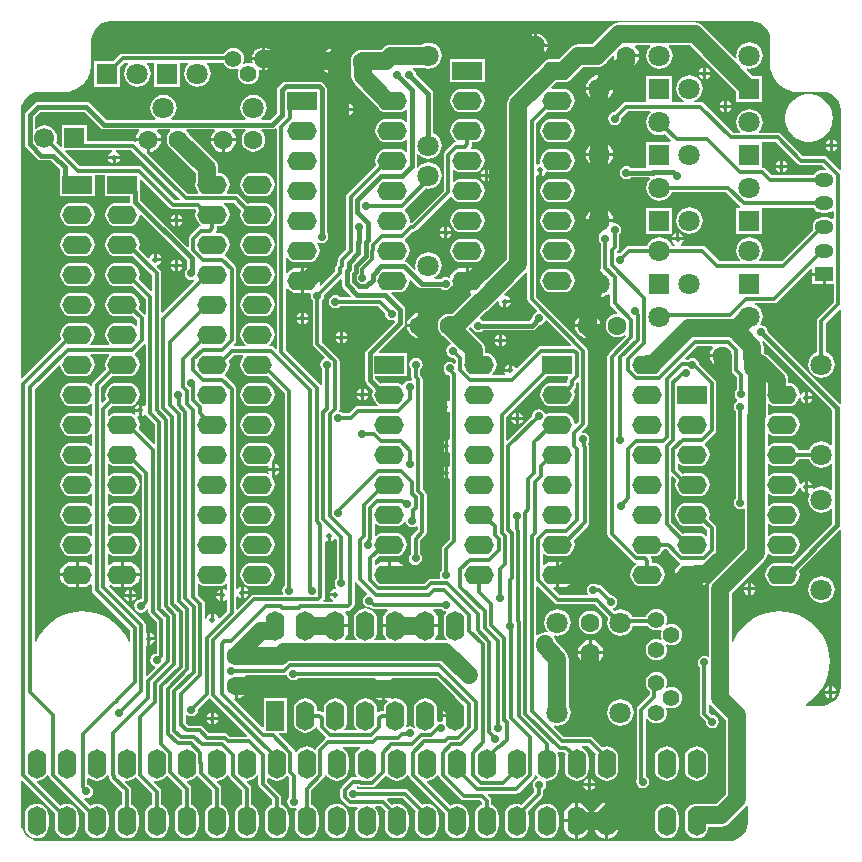
<source format=gbl>
G04*
G04 #@! TF.GenerationSoftware,Altium Limited,Altium Designer,20.2.5 (213)*
G04*
G04 Layer_Physical_Order=2*
G04 Layer_Color=16711680*
%FSLAX25Y25*%
%MOIN*%
G70*
G04*
G04 #@! TF.SameCoordinates,E836E871-874D-4870-97CC-98E8EA56924C*
G04*
G04*
G04 #@! TF.FilePolarity,Positive*
G04*
G01*
G75*
%ADD27C,0.01378*%
%ADD28C,0.05906*%
%ADD29C,0.01575*%
%ADD31R,0.09843X0.06299*%
%ADD32O,0.09843X0.06299*%
%ADD33O,0.06299X0.09843*%
%ADD34R,0.06299X0.09843*%
%ADD35C,0.06299*%
%ADD36C,0.07087*%
%ADD37R,0.07087X0.07087*%
%ADD38C,0.05512*%
%ADD39O,0.06299X0.04724*%
%ADD40R,0.06299X0.04724*%
%ADD41C,0.06693*%
%ADD42R,0.06693X0.06693*%
%ADD43O,0.06299X0.09843*%
%ADD44C,0.01968*%
%ADD45C,0.02756*%
%ADD46C,0.05906*%
G36*
X246317Y274320D02*
X247507Y273827D01*
X248578Y273111D01*
X249489Y272200D01*
X250205Y271129D01*
X250698Y269939D01*
X250949Y268676D01*
X250949Y268032D01*
X250949Y260032D01*
X250954Y260007D01*
X250950Y259981D01*
X250989Y259191D01*
X251007Y259118D01*
Y259042D01*
X251316Y257492D01*
X251354Y257399D01*
X251374Y257301D01*
X251979Y255840D01*
X252034Y255757D01*
X252073Y255664D01*
X252951Y254350D01*
X253022Y254279D01*
X253078Y254195D01*
X254195Y253078D01*
X254279Y253022D01*
X254350Y252951D01*
X255664Y252073D01*
X255757Y252034D01*
X255840Y251979D01*
X257301Y251374D01*
X257399Y251354D01*
X257492Y251316D01*
X259042Y251007D01*
X259118D01*
X259191Y250989D01*
X259981Y250950D01*
X260007Y250954D01*
X260032Y250949D01*
X268032D01*
X268676Y250949D01*
X269939Y250698D01*
X271129Y250205D01*
X272200Y249489D01*
X273111Y248578D01*
X273827Y247507D01*
X274320Y246317D01*
X274571Y245054D01*
X274571Y244409D01*
Y225049D01*
X274109Y224858D01*
X269902Y229064D01*
X269414Y229391D01*
X268838Y229505D01*
X261923D01*
X254603Y236825D01*
X254115Y237151D01*
X253539Y237266D01*
X247273D01*
X247145Y237766D01*
X247783Y238598D01*
X248219Y239651D01*
X248368Y240782D01*
X248219Y241912D01*
X247783Y242966D01*
X247089Y243870D01*
X246184Y244565D01*
X245130Y245001D01*
X244000Y245150D01*
X242869Y245001D01*
X241816Y244565D01*
X240911Y243870D01*
X240217Y242966D01*
X239781Y241912D01*
X239632Y240782D01*
X239781Y239651D01*
X240217Y238598D01*
X240856Y237766D01*
X240727Y237266D01*
X238512D01*
X228714Y247064D01*
X228226Y247391D01*
X227650Y247505D01*
X225772D01*
X225673Y248005D01*
X226184Y248217D01*
X227089Y248911D01*
X227783Y249816D01*
X228219Y250869D01*
X228368Y252000D01*
X228219Y253131D01*
X227783Y254184D01*
X227089Y255089D01*
X226184Y255783D01*
X225131Y256219D01*
X224000Y256368D01*
X222869Y256219D01*
X221816Y255783D01*
X220911Y255089D01*
X220217Y254184D01*
X219781Y253131D01*
X219632Y252000D01*
X219781Y250869D01*
X220217Y249816D01*
X220911Y248911D01*
X221816Y248217D01*
X222327Y248005D01*
X222228Y247505D01*
X218763D01*
X218331Y247669D01*
X218331Y248005D01*
Y256331D01*
X209669D01*
Y248005D01*
X209669Y247669D01*
X209237Y247505D01*
X203000D01*
X202424Y247391D01*
X201936Y247064D01*
X199069Y244198D01*
X198273Y244040D01*
X197557Y243561D01*
X197078Y242845D01*
X196910Y242000D01*
X197078Y241155D01*
X197557Y240439D01*
X198273Y239960D01*
X199118Y239792D01*
X199963Y239960D01*
X200679Y240439D01*
X201158Y241155D01*
X201326Y242000D01*
X201293Y242164D01*
X203624Y244495D01*
X210947D01*
X211108Y244021D01*
X210911Y243870D01*
X210217Y242966D01*
X209781Y241912D01*
X209632Y240782D01*
X209781Y239651D01*
X210217Y238598D01*
X210911Y237693D01*
X211816Y236999D01*
X212870Y236563D01*
X214000Y236414D01*
X215130Y236563D01*
X215809Y236844D01*
X217860Y234793D01*
X217669Y234331D01*
X209669D01*
Y225669D01*
X209196Y225606D01*
X204495D01*
X203845Y226040D01*
X203000Y226208D01*
X202155Y226040D01*
X201439Y225561D01*
X200960Y224845D01*
X200792Y224000D01*
X200960Y223155D01*
X201439Y222439D01*
X202155Y221960D01*
X203000Y221792D01*
X203845Y221960D01*
X204495Y222394D01*
X210517D01*
X210762Y221894D01*
X210217Y221184D01*
X209781Y220130D01*
X209632Y219000D01*
X209781Y217869D01*
X210217Y216816D01*
X210911Y215911D01*
X211816Y215217D01*
X212870Y214781D01*
X214000Y214632D01*
X215130Y214781D01*
X216184Y215217D01*
X217089Y215911D01*
X217783Y216816D01*
X218064Y217495D01*
X236278D01*
X240942Y212831D01*
X240735Y212331D01*
X239669D01*
Y203669D01*
X248331D01*
Y212243D01*
X265427D01*
X265461Y212160D01*
X265966Y211502D01*
X266624Y210997D01*
X267390Y210680D01*
X268213Y210571D01*
X269787D01*
X270610Y210680D01*
X271376Y210997D01*
X271621Y211185D01*
X272121Y210938D01*
Y208684D01*
X271621Y208437D01*
X271376Y208625D01*
X270610Y208943D01*
X269787Y209051D01*
X268213D01*
X267390Y208943D01*
X266624Y208625D01*
X265966Y208120D01*
X265461Y207462D01*
X265144Y206696D01*
X265036Y205874D01*
X265144Y205052D01*
X265178Y204969D01*
X254695Y194486D01*
X247275D01*
X247146Y194986D01*
X247783Y195816D01*
X248219Y196870D01*
X248368Y198000D01*
X248219Y199130D01*
X247783Y200184D01*
X247089Y201089D01*
X246184Y201783D01*
X245130Y202219D01*
X244000Y202368D01*
X242869Y202219D01*
X241816Y201783D01*
X240911Y201089D01*
X240217Y200184D01*
X239781Y199130D01*
X239632Y198000D01*
X239781Y196870D01*
X240217Y195816D01*
X240854Y194986D01*
X240725Y194486D01*
X233945D01*
X229366Y199064D01*
X228878Y199391D01*
X228302Y199505D01*
X221231D01*
X221175Y199586D01*
X221304Y200265D01*
X221529Y200416D01*
X221968Y201073D01*
X222023Y201347D01*
X218175D01*
X218230Y201073D01*
X218668Y200416D01*
X218894Y200265D01*
X219023Y199586D01*
X218967Y199505D01*
X218064D01*
X217783Y200184D01*
X217089Y201089D01*
X216184Y201783D01*
X215130Y202219D01*
X214000Y202368D01*
X212870Y202219D01*
X211816Y201783D01*
X210911Y201089D01*
X210217Y200184D01*
X209936Y199505D01*
X204000D01*
X203424Y199391D01*
X202936Y199064D01*
X201066Y197195D01*
X201000Y197208D01*
X200175Y197044D01*
X199964Y197149D01*
X199727Y197284D01*
X199692Y197693D01*
X200084Y198086D01*
X200410Y198574D01*
X200525Y199150D01*
Y203264D01*
X200581Y203301D01*
X201059Y204017D01*
X201227Y204862D01*
X201059Y205707D01*
X200581Y206423D01*
X199865Y206902D01*
X199020Y207070D01*
X198866Y207039D01*
X198501Y207381D01*
X198517Y207500D01*
X194000D01*
X189483D01*
X189574Y206814D01*
X190031Y205709D01*
X190760Y204760D01*
X191709Y204031D01*
X192814Y203574D01*
X193744Y203451D01*
X194004Y202941D01*
X193941Y202845D01*
X193772Y202000D01*
X193941Y201155D01*
X194419Y200439D01*
X194475Y200402D01*
Y192119D01*
X194494Y192022D01*
X194074Y191573D01*
X194000Y191583D01*
X192814Y191426D01*
X191709Y190969D01*
X190760Y190240D01*
X190031Y189291D01*
X189574Y188186D01*
X189483Y187500D01*
X194000D01*
Y187000D01*
X194500D01*
Y182483D01*
X195186Y182574D01*
X196291Y183031D01*
X197014Y183586D01*
X197514Y183340D01*
Y180523D01*
X197629Y179946D01*
X197955Y179458D01*
X199951Y177462D01*
X199766Y176940D01*
X198972Y176836D01*
X198014Y176439D01*
X197192Y175808D01*
X196561Y174986D01*
X196164Y174028D01*
X196029Y173000D01*
X196164Y171972D01*
X196561Y171014D01*
X197192Y170192D01*
X198014Y169561D01*
X198972Y169164D01*
X200000Y169029D01*
X201028Y169164D01*
X201986Y169561D01*
X202257Y169769D01*
X202801Y169556D01*
X202828Y169395D01*
X197081Y163648D01*
X196755Y163160D01*
X196640Y162584D01*
Y103541D01*
X196755Y102964D01*
X197081Y102476D01*
X205248Y94310D01*
X205736Y93983D01*
X206084Y93914D01*
X206171Y93652D01*
X206174Y93386D01*
X205420Y92808D01*
X204789Y91985D01*
X204393Y91028D01*
X204257Y90000D01*
X204393Y88972D01*
X204789Y88015D01*
X205420Y87192D01*
X206243Y86561D01*
X207201Y86164D01*
X208228Y86029D01*
X211772D01*
X212799Y86164D01*
X213757Y86561D01*
X214580Y87192D01*
X215211Y88015D01*
X215607Y88972D01*
X215743Y90000D01*
X215607Y91028D01*
X215211Y91985D01*
X214580Y92808D01*
X213757Y93439D01*
X212799Y93836D01*
X211772Y93971D01*
X211505D01*
Y94567D01*
X211391Y95143D01*
X211133Y95529D01*
X211300Y96029D01*
X211772D01*
X212799Y96164D01*
X213757Y96561D01*
X214580Y97192D01*
X215211Y98014D01*
X215409Y98495D01*
X216365D01*
X217177Y97682D01*
X217212Y97508D01*
X217538Y97019D01*
X220248Y94310D01*
X220736Y93983D01*
X220772Y93976D01*
X220897Y93441D01*
X220269Y92959D01*
X219604Y92093D01*
X219185Y91083D01*
X219109Y90500D01*
X230891D01*
X230815Y91083D01*
X230396Y92093D01*
X229731Y92959D01*
X229103Y93441D01*
X229228Y93976D01*
X229264Y93983D01*
X229752Y94310D01*
X232462Y97019D01*
X232788Y97508D01*
X232903Y98084D01*
Y105374D01*
X232788Y105950D01*
X232462Y106438D01*
X230408Y108492D01*
X230607Y108972D01*
X230743Y110000D01*
X230607Y111028D01*
X230211Y111986D01*
X229580Y112808D01*
X228757Y113439D01*
X227799Y113836D01*
X226772Y113971D01*
X223228D01*
X222201Y113836D01*
X221243Y113439D01*
X220420Y112808D01*
X219789Y111986D01*
X219393Y111028D01*
X219257Y110000D01*
X219393Y108972D01*
X219789Y108015D01*
X220420Y107192D01*
X221243Y106561D01*
X222201Y106164D01*
X223228Y106029D01*
X226772D01*
X227799Y106164D01*
X228280Y106363D01*
X229892Y104751D01*
Y103190D01*
X229392Y102952D01*
X228757Y103439D01*
X227799Y103836D01*
X226772Y103971D01*
X223228D01*
X222201Y103836D01*
X221720Y103637D01*
X217942Y107415D01*
Y122504D01*
X218404Y122695D01*
X219592Y121508D01*
X219393Y121028D01*
X219257Y120000D01*
X219393Y118972D01*
X219789Y118015D01*
X220420Y117192D01*
X221243Y116561D01*
X222201Y116164D01*
X223228Y116029D01*
X226772D01*
X227799Y116164D01*
X228757Y116561D01*
X229580Y117192D01*
X230211Y118015D01*
X230607Y118972D01*
X230743Y120000D01*
X230607Y121028D01*
X230211Y121985D01*
X229580Y122808D01*
X228757Y123439D01*
X227799Y123836D01*
X226772Y123971D01*
X223228D01*
X222201Y123836D01*
X221720Y123637D01*
X220108Y125250D01*
Y126810D01*
X220608Y127049D01*
X221243Y126561D01*
X222201Y126164D01*
X223228Y126029D01*
X226772D01*
X227799Y126164D01*
X228757Y126561D01*
X229580Y127192D01*
X230211Y128015D01*
X230607Y128972D01*
X230743Y130000D01*
X230607Y131028D01*
X230211Y131985D01*
X229580Y132808D01*
X229096Y133179D01*
X229139Y133776D01*
X229378Y133936D01*
X232462Y137020D01*
X232788Y137508D01*
X232903Y138084D01*
Y153761D01*
X232788Y154337D01*
X232462Y154825D01*
X227188Y160100D01*
X227040Y160845D01*
X226561Y161561D01*
X225845Y162040D01*
X225000Y162208D01*
X224155Y162040D01*
X223569Y161648D01*
X222744D01*
X222552Y162110D01*
X226563Y166121D01*
X231534D01*
X231781Y165621D01*
X231375Y165093D01*
X230957Y164083D01*
X230880Y163500D01*
X235000D01*
Y163000D01*
X235500D01*
Y158880D01*
X236083Y158957D01*
X237093Y159375D01*
X237621Y159781D01*
X238121Y159534D01*
Y158060D01*
X238235Y157484D01*
X238562Y156996D01*
X239806Y155752D01*
Y151780D01*
X239750Y151743D01*
X239271Y151027D01*
X239103Y150182D01*
X239271Y149337D01*
X239750Y148621D01*
X239970Y148474D01*
X239937Y147894D01*
X239439Y147561D01*
X238960Y146845D01*
X238792Y146000D01*
X238960Y145155D01*
X239439Y144439D01*
X239495Y144402D01*
Y115598D01*
X239439Y115561D01*
X238960Y114845D01*
X238792Y114000D01*
X238960Y113155D01*
X239439Y112439D01*
X240155Y111960D01*
X241000Y111792D01*
X241845Y111960D01*
X242066Y112108D01*
X242566Y111841D01*
Y98858D01*
X231585Y87877D01*
X230985Y87095D01*
X230608Y86186D01*
X230480Y85209D01*
Y62830D01*
X230039Y62595D01*
X229845Y62724D01*
X229000Y62892D01*
X228155Y62724D01*
X227439Y62245D01*
X226960Y61529D01*
X226792Y60684D01*
X226960Y59839D01*
X227439Y59123D01*
X227495Y59086D01*
Y43614D01*
X227609Y43038D01*
X227936Y42550D01*
X229419Y41066D01*
X229406Y41000D01*
X229574Y40155D01*
X230053Y39439D01*
X230769Y38960D01*
X231614Y38792D01*
X232459Y38960D01*
X233175Y39439D01*
X233654Y40155D01*
X233822Y41000D01*
X233654Y41845D01*
X233175Y42561D01*
X232459Y43040D01*
X231614Y43208D01*
X231548Y43195D01*
X230505Y44238D01*
Y46619D01*
X230953Y46839D01*
X231005Y46835D01*
X231585Y46080D01*
X236188Y41477D01*
Y16704D01*
X232978Y13493D01*
X227314D01*
X226378Y13617D01*
X225350Y13481D01*
X224393Y13085D01*
X223570Y12454D01*
X222939Y11631D01*
X222542Y10673D01*
X222407Y9646D01*
Y6102D01*
X222542Y5075D01*
X222939Y4117D01*
X223570Y3294D01*
X224393Y2663D01*
X225350Y2267D01*
X226378Y2131D01*
X227406Y2267D01*
X228363Y2663D01*
X229186Y3294D01*
X229817Y4117D01*
X230214Y5075D01*
X230329Y5949D01*
X234541D01*
X235517Y6077D01*
X236427Y6454D01*
X237208Y7053D01*
X242628Y12473D01*
X242969Y12917D01*
X243469Y12747D01*
Y7874D01*
X243469Y7199D01*
X243205Y5875D01*
X242688Y4627D01*
X241938Y3505D01*
X240984Y2550D01*
X239861Y1800D01*
X238614Y1283D01*
X237289Y1020D01*
X7312D01*
X5964Y1288D01*
X4693Y1814D01*
X3550Y2578D01*
X2578Y3550D01*
X1814Y4693D01*
X1288Y5964D01*
X1020Y7312D01*
X1020Y8000D01*
Y21231D01*
X1481Y21422D01*
X12506Y10398D01*
X12407Y9646D01*
Y6102D01*
X12542Y5075D01*
X12939Y4117D01*
X13570Y3294D01*
X14392Y2663D01*
X15350Y2267D01*
X16378Y2131D01*
X17406Y2267D01*
X18363Y2663D01*
X19186Y3294D01*
X19817Y4117D01*
X20214Y5075D01*
X20349Y6102D01*
Y9646D01*
X20214Y10673D01*
X19817Y11631D01*
X19186Y12454D01*
X18363Y13085D01*
X17406Y13481D01*
X16378Y13617D01*
X15350Y13481D01*
X14392Y13085D01*
X14214Y12948D01*
X6427Y20734D01*
X6612Y21257D01*
X7406Y21361D01*
X8363Y21758D01*
X9186Y22389D01*
X9764Y23143D01*
X10030Y23140D01*
X10292Y23052D01*
X10361Y22705D01*
X10688Y22216D01*
X22506Y10398D01*
X22407Y9646D01*
Y6102D01*
X22542Y5075D01*
X22939Y4117D01*
X23570Y3294D01*
X24393Y2663D01*
X25350Y2267D01*
X26378Y2131D01*
X27406Y2267D01*
X28363Y2663D01*
X29186Y3294D01*
X29817Y4117D01*
X30214Y5075D01*
X30349Y6102D01*
Y9646D01*
X30214Y10673D01*
X29817Y11631D01*
X29186Y12454D01*
X28363Y13085D01*
X27406Y13481D01*
X26378Y13617D01*
X25350Y13481D01*
X24393Y13085D01*
X24214Y12948D01*
X22065Y15097D01*
X22083Y15191D01*
X22657Y15577D01*
X23000Y15509D01*
X23845Y15677D01*
X24561Y16155D01*
X25040Y16872D01*
X25208Y17717D01*
X25040Y18561D01*
X24561Y19278D01*
X23845Y19756D01*
X23367Y19851D01*
X23257Y19961D01*
Y22007D01*
X23757Y22245D01*
X24393Y21758D01*
X25350Y21361D01*
X26378Y21226D01*
X27406Y21361D01*
X28363Y21758D01*
X29186Y22389D01*
X29764Y23143D01*
X30030Y23140D01*
X30292Y23052D01*
X30361Y22705D01*
X30566Y22399D01*
Y22323D01*
X30680Y21747D01*
X31007Y21259D01*
X34873Y17393D01*
Y13284D01*
X34392Y13085D01*
X33570Y12454D01*
X32939Y11631D01*
X32542Y10673D01*
X32407Y9646D01*
Y6102D01*
X32542Y5075D01*
X32939Y4117D01*
X33570Y3294D01*
X34392Y2663D01*
X35350Y2267D01*
X36378Y2131D01*
X37406Y2267D01*
X38363Y2663D01*
X39186Y3294D01*
X39817Y4117D01*
X40214Y5075D01*
X40349Y6102D01*
Y9646D01*
X40214Y10673D01*
X39817Y11631D01*
X39186Y12454D01*
X38363Y13085D01*
X37883Y13284D01*
Y18017D01*
X37769Y18593D01*
X37442Y19081D01*
X35714Y20809D01*
X35948Y21283D01*
X36378Y21226D01*
X37406Y21361D01*
X38363Y21758D01*
X39124Y22341D01*
X39235Y22364D01*
X39314Y22361D01*
X39726Y22272D01*
X39939Y21952D01*
X44873Y17019D01*
Y13284D01*
X44392Y13085D01*
X43570Y12454D01*
X42939Y11631D01*
X42542Y10673D01*
X42407Y9646D01*
Y6102D01*
X42542Y5075D01*
X42939Y4117D01*
X43570Y3294D01*
X44392Y2663D01*
X45350Y2267D01*
X46378Y2131D01*
X47406Y2267D01*
X48363Y2663D01*
X49186Y3294D01*
X49817Y4117D01*
X50214Y5075D01*
X50349Y6102D01*
Y9646D01*
X50214Y10673D01*
X49817Y11631D01*
X49186Y12454D01*
X48363Y13085D01*
X47883Y13284D01*
Y17643D01*
X47769Y18219D01*
X47442Y18707D01*
X45282Y20867D01*
X45517Y21339D01*
X46378Y21226D01*
X47406Y21361D01*
X48363Y21758D01*
X49186Y22389D01*
X49505Y22805D01*
X50120Y22784D01*
X54873Y18031D01*
Y13284D01*
X54392Y13085D01*
X53570Y12454D01*
X52939Y11631D01*
X52542Y10673D01*
X52407Y9646D01*
Y6102D01*
X52542Y5075D01*
X52939Y4117D01*
X53570Y3294D01*
X54392Y2663D01*
X55350Y2267D01*
X56378Y2131D01*
X57406Y2267D01*
X58363Y2663D01*
X59186Y3294D01*
X59817Y4117D01*
X60214Y5075D01*
X60349Y6102D01*
Y9646D01*
X60214Y10673D01*
X59817Y11631D01*
X59186Y12454D01*
X58363Y13085D01*
X57883Y13284D01*
Y18655D01*
X57769Y19231D01*
X57442Y19719D01*
X56427Y20734D01*
X56612Y21257D01*
X57406Y21361D01*
X58363Y21758D01*
X59186Y22389D01*
X59539Y22849D01*
X60119Y22784D01*
X64873Y18031D01*
Y13284D01*
X64392Y13085D01*
X63570Y12454D01*
X62939Y11631D01*
X62542Y10673D01*
X62407Y9646D01*
Y6102D01*
X62542Y5075D01*
X62939Y4117D01*
X63570Y3294D01*
X64392Y2663D01*
X65350Y2267D01*
X66378Y2131D01*
X67406Y2267D01*
X68363Y2663D01*
X69186Y3294D01*
X69817Y4117D01*
X70214Y5075D01*
X70349Y6102D01*
Y9646D01*
X70214Y10673D01*
X69817Y11631D01*
X69186Y12454D01*
X68363Y13085D01*
X67883Y13284D01*
Y18655D01*
X67769Y19231D01*
X67442Y19719D01*
X66427Y20734D01*
X66612Y21257D01*
X67406Y21361D01*
X68363Y21758D01*
X69186Y22389D01*
X69764Y23143D01*
X70030Y23140D01*
X70292Y23052D01*
X70361Y22705D01*
X70688Y22216D01*
X74873Y18031D01*
Y13284D01*
X74392Y13085D01*
X73570Y12454D01*
X72939Y11631D01*
X72542Y10673D01*
X72407Y9646D01*
Y6102D01*
X72542Y5075D01*
X72939Y4117D01*
X73570Y3294D01*
X74392Y2663D01*
X75350Y2267D01*
X76378Y2131D01*
X77406Y2267D01*
X78363Y2663D01*
X79186Y3294D01*
X79817Y4117D01*
X80214Y5075D01*
X80349Y6102D01*
Y9646D01*
X80214Y10673D01*
X79817Y11631D01*
X79186Y12454D01*
X78363Y13085D01*
X77883Y13284D01*
Y18655D01*
X77769Y19231D01*
X77442Y19719D01*
X76427Y20734D01*
X76612Y21257D01*
X77406Y21361D01*
X78363Y21758D01*
X79186Y22389D01*
X79747Y23120D01*
X80122Y23053D01*
X80247Y22988D01*
Y20219D01*
X80361Y19642D01*
X80688Y19154D01*
X84873Y14969D01*
Y13284D01*
X84392Y13085D01*
X83570Y12454D01*
X82939Y11631D01*
X82542Y10673D01*
X82407Y9646D01*
Y6102D01*
X82542Y5075D01*
X82939Y4117D01*
X83570Y3294D01*
X84392Y2663D01*
X85350Y2267D01*
X86378Y2131D01*
X87406Y2267D01*
X88363Y2663D01*
X89186Y3294D01*
X89817Y4117D01*
X90214Y5075D01*
X90349Y6102D01*
Y9646D01*
X90214Y10673D01*
X89817Y11631D01*
X89186Y12454D01*
X88363Y13085D01*
X87883Y13284D01*
Y15593D01*
X87769Y16169D01*
X87442Y16657D01*
X83257Y20842D01*
Y22007D01*
X83757Y22245D01*
X84392Y21758D01*
X85350Y21361D01*
X86378Y21226D01*
X87406Y21361D01*
X88363Y21758D01*
X89186Y22389D01*
X89505Y22805D01*
X90119Y22784D01*
X90621Y22283D01*
Y15870D01*
X90565Y15833D01*
X90086Y15116D01*
X89918Y14272D01*
X90086Y13427D01*
X90565Y12710D01*
X91281Y12232D01*
X92126Y12064D01*
X92734Y12185D01*
X93016Y11731D01*
X92939Y11631D01*
X92542Y10673D01*
X92407Y9646D01*
Y6102D01*
X92542Y5075D01*
X92939Y4117D01*
X93570Y3294D01*
X94393Y2663D01*
X95350Y2267D01*
X96378Y2131D01*
X97406Y2267D01*
X98363Y2663D01*
X99186Y3294D01*
X99817Y4117D01*
X100214Y5075D01*
X100349Y6102D01*
Y9646D01*
X100214Y10673D01*
X99817Y11631D01*
X99186Y12454D01*
X98363Y13085D01*
X97883Y13284D01*
Y18031D01*
X102068Y22216D01*
X102395Y22705D01*
X102464Y23052D01*
X102726Y23140D01*
X102992Y23143D01*
X103570Y22389D01*
X104393Y21758D01*
X105350Y21361D01*
X106378Y21226D01*
X107406Y21361D01*
X108363Y21758D01*
X109186Y22389D01*
X109817Y23211D01*
X110214Y24169D01*
X110349Y25197D01*
Y28740D01*
X110214Y29768D01*
X109817Y30726D01*
X109186Y31548D01*
X108488Y32083D01*
X108640Y32583D01*
X114116D01*
X114268Y32083D01*
X113570Y31548D01*
X112939Y30726D01*
X112542Y29768D01*
X112407Y28740D01*
Y25197D01*
X112542Y24169D01*
X112939Y23211D01*
X113137Y22954D01*
X112916Y22505D01*
X111963D01*
X111387Y22391D01*
X110899Y22064D01*
X108081Y19247D01*
X107755Y18758D01*
X107640Y18182D01*
Y15818D01*
X107755Y15242D01*
X108081Y14753D01*
X109753Y13081D01*
X110242Y12755D01*
X110818Y12640D01*
X113083D01*
X113264Y12405D01*
X113347Y12163D01*
X112939Y11631D01*
X112542Y10673D01*
X112407Y9646D01*
Y6102D01*
X112542Y5075D01*
X112939Y4117D01*
X113570Y3294D01*
X114392Y2663D01*
X115350Y2267D01*
X116378Y2131D01*
X117406Y2267D01*
X118363Y2663D01*
X119186Y3294D01*
X119817Y4117D01*
X120214Y5075D01*
X120349Y6102D01*
Y9646D01*
X120214Y10673D01*
X119817Y11631D01*
X119330Y12266D01*
X119568Y12766D01*
X121128D01*
X122741Y11154D01*
X122542Y10673D01*
X122407Y9646D01*
Y6102D01*
X122542Y5075D01*
X122939Y4117D01*
X123570Y3294D01*
X124392Y2663D01*
X125350Y2267D01*
X126378Y2131D01*
X127406Y2267D01*
X128363Y2663D01*
X129186Y3294D01*
X129817Y4117D01*
X130214Y5075D01*
X130349Y6102D01*
Y9646D01*
X130214Y10673D01*
X129817Y11631D01*
X129186Y12454D01*
X128363Y13085D01*
X127406Y13481D01*
X126378Y13617D01*
X125350Y13481D01*
X124870Y13282D01*
X123158Y14995D01*
X123365Y15495D01*
X128400D01*
X132741Y11154D01*
X132542Y10673D01*
X132407Y9646D01*
Y6102D01*
X132542Y5075D01*
X132939Y4117D01*
X133570Y3294D01*
X134392Y2663D01*
X135350Y2267D01*
X136378Y2131D01*
X137406Y2267D01*
X138363Y2663D01*
X139186Y3294D01*
X139817Y4117D01*
X140214Y5075D01*
X140349Y6102D01*
Y9646D01*
X140214Y10673D01*
X139817Y11631D01*
X139186Y12454D01*
X138363Y13085D01*
X137406Y13481D01*
X136378Y13617D01*
X135350Y13481D01*
X134870Y13282D01*
X130088Y18064D01*
X129600Y18391D01*
X129024Y18505D01*
X113598D01*
X113561Y18561D01*
X113089Y18877D01*
X113193Y19409D01*
X113461Y19464D01*
X113886Y19180D01*
X114462Y19066D01*
X118294D01*
X118870Y19180D01*
X119359Y19507D01*
X122636Y22784D01*
X123250Y22805D01*
X123570Y22389D01*
X124392Y21758D01*
X125350Y21361D01*
X126378Y21226D01*
X127406Y21361D01*
X128363Y21758D01*
X129186Y22389D01*
X129764Y23143D01*
X130030Y23140D01*
X130292Y23052D01*
X130361Y22705D01*
X130688Y22216D01*
X142506Y10398D01*
X142407Y9646D01*
Y6102D01*
X142542Y5075D01*
X142939Y4117D01*
X143570Y3294D01*
X144393Y2663D01*
X145350Y2267D01*
X146378Y2131D01*
X147406Y2267D01*
X148363Y2663D01*
X149186Y3294D01*
X149817Y4117D01*
X150214Y5075D01*
X150349Y6102D01*
Y9646D01*
X150214Y10673D01*
X149817Y11631D01*
X149186Y12454D01*
X148363Y13085D01*
X147406Y13481D01*
X146378Y13617D01*
X145350Y13481D01*
X144393Y13085D01*
X144214Y12948D01*
X136427Y20734D01*
X136612Y21257D01*
X137406Y21361D01*
X138363Y21758D01*
X139186Y22389D01*
X139764Y23143D01*
X140030Y23140D01*
X140292Y23052D01*
X140361Y22705D01*
X140688Y22216D01*
X147728Y15176D01*
X148216Y14850D01*
X148793Y14735D01*
X154136D01*
X154873Y13999D01*
Y13284D01*
X154392Y13085D01*
X153570Y12454D01*
X152939Y11631D01*
X152542Y10673D01*
X152407Y9646D01*
Y6102D01*
X152542Y5075D01*
X152939Y4117D01*
X153570Y3294D01*
X154392Y2663D01*
X155350Y2267D01*
X156378Y2131D01*
X157406Y2267D01*
X158363Y2663D01*
X159186Y3294D01*
X159817Y4117D01*
X160214Y5075D01*
X160349Y6102D01*
Y9646D01*
X160214Y10673D01*
X159817Y11631D01*
X159186Y12454D01*
X158363Y13085D01*
X157883Y13284D01*
Y14622D01*
X157769Y15198D01*
X157442Y15687D01*
X156691Y16438D01*
X156882Y16900D01*
X166129D01*
X166705Y17015D01*
X167193Y17341D01*
X172068Y22216D01*
X172395Y22705D01*
X172464Y23052D01*
X172725Y23140D01*
X172992Y23143D01*
X173408Y22600D01*
X173226Y22054D01*
X173155Y22040D01*
X172439Y21561D01*
X171960Y20845D01*
X171792Y20000D01*
X171960Y19155D01*
X172231Y18750D01*
Y17628D01*
X167886Y13282D01*
X167406Y13481D01*
X166378Y13617D01*
X165350Y13481D01*
X164392Y13085D01*
X163570Y12454D01*
X162939Y11631D01*
X162542Y10673D01*
X162407Y9646D01*
Y6102D01*
X162542Y5075D01*
X162939Y4117D01*
X163570Y3294D01*
X164392Y2663D01*
X165350Y2267D01*
X166378Y2131D01*
X167406Y2267D01*
X168363Y2663D01*
X169186Y3294D01*
X169817Y4117D01*
X170214Y5075D01*
X170349Y6102D01*
Y9646D01*
X170214Y10673D01*
X170015Y11154D01*
X174801Y15940D01*
X175127Y16428D01*
X175242Y17004D01*
Y18225D01*
X175561Y18439D01*
X176040Y19155D01*
X176208Y20000D01*
X176056Y20764D01*
X176337Y21231D01*
X176378Y21226D01*
X177406Y21361D01*
X178363Y21758D01*
X179186Y22389D01*
X179817Y23211D01*
X180214Y24169D01*
X180349Y25197D01*
Y28740D01*
X180214Y29768D01*
X179959Y30382D01*
X179973Y30413D01*
X180336Y30778D01*
X180733Y30699D01*
X182290D01*
X182741Y30248D01*
X182542Y29768D01*
X182407Y28740D01*
Y25197D01*
X182542Y24169D01*
X182939Y23211D01*
X183570Y22389D01*
X184392Y21758D01*
X185350Y21361D01*
X186378Y21226D01*
X187406Y21361D01*
X188363Y21758D01*
X189186Y22389D01*
X189817Y23211D01*
X190214Y24169D01*
X190349Y25197D01*
Y28740D01*
X190214Y29768D01*
X189817Y30726D01*
X189186Y31548D01*
X188363Y32179D01*
X187916Y32364D01*
X188016Y32864D01*
X190125D01*
X192741Y30248D01*
X192542Y29768D01*
X192407Y28740D01*
Y25197D01*
X192542Y24169D01*
X192939Y23211D01*
X193570Y22389D01*
X194393Y21758D01*
X195350Y21361D01*
X196378Y21226D01*
X197406Y21361D01*
X198363Y21758D01*
X199186Y22389D01*
X199817Y23211D01*
X200214Y24169D01*
X200349Y25197D01*
Y28740D01*
X200214Y29768D01*
X199817Y30726D01*
X199186Y31548D01*
X198363Y32179D01*
X197406Y32576D01*
X196378Y32711D01*
X195350Y32576D01*
X194870Y32377D01*
X191813Y35434D01*
X191324Y35760D01*
X190748Y35875D01*
X182254D01*
X178850Y39279D01*
X179083Y39753D01*
X180000Y39632D01*
X181131Y39781D01*
X182184Y40217D01*
X183089Y40911D01*
X183783Y41816D01*
X184219Y42869D01*
X184368Y44000D01*
X184219Y45131D01*
X183783Y46184D01*
X183772Y46198D01*
Y62000D01*
X183644Y62976D01*
X183267Y63886D01*
X182668Y64667D01*
X179533Y67802D01*
X179510Y67976D01*
X179133Y68886D01*
X178830Y69282D01*
X179100Y69750D01*
X180000Y69632D01*
X181131Y69781D01*
X182184Y70217D01*
X183089Y70911D01*
X183783Y71816D01*
X184219Y72869D01*
X184368Y74000D01*
X184219Y75130D01*
X183783Y76184D01*
X183089Y77089D01*
X182184Y77783D01*
X181131Y78219D01*
X180000Y78368D01*
X178869Y78219D01*
X177816Y77783D01*
X176911Y77089D01*
X176217Y76184D01*
X175781Y75130D01*
X175632Y74000D01*
X175781Y72869D01*
X176217Y71816D01*
X176717Y71165D01*
X176446Y70696D01*
X175866Y70772D01*
X174890Y70644D01*
X173980Y70267D01*
X173449Y69860D01*
X173208Y69942D01*
X172972Y70124D01*
Y75976D01*
X172942Y76125D01*
Y85962D01*
X173404Y86153D01*
X179034Y80524D01*
X179522Y80197D01*
X180098Y80083D01*
X192453D01*
X196964Y75572D01*
X196781Y75130D01*
X196632Y74000D01*
X196781Y72869D01*
X197217Y71816D01*
X197911Y70911D01*
X198816Y70217D01*
X199870Y69781D01*
X201000Y69632D01*
X202131Y69781D01*
X203184Y70217D01*
X204089Y70911D01*
X204783Y71816D01*
X205219Y72869D01*
X205236Y72995D01*
X210072D01*
X210473Y72473D01*
X211213Y71905D01*
X212075Y71548D01*
X213000Y71426D01*
X213925Y71548D01*
X214335Y71718D01*
X214718Y71335D01*
X214548Y70925D01*
X214426Y70000D01*
X214548Y69075D01*
X214718Y68665D01*
X214335Y68282D01*
X213925Y68452D01*
X213000Y68574D01*
X212075Y68452D01*
X211213Y68095D01*
X210473Y67527D01*
X209905Y66787D01*
X209548Y65925D01*
X209426Y65000D01*
X209548Y64075D01*
X209905Y63213D01*
X210473Y62473D01*
X211213Y61905D01*
X212075Y61548D01*
X213000Y61426D01*
X213925Y61548D01*
X214787Y61905D01*
X215527Y62473D01*
X216095Y63213D01*
X216452Y64075D01*
X216574Y65000D01*
X216452Y65925D01*
X216282Y66335D01*
X216665Y66718D01*
X217075Y66548D01*
X218000Y66426D01*
X218925Y66548D01*
X219787Y66905D01*
X220527Y67473D01*
X221095Y68213D01*
X221452Y69075D01*
X221574Y70000D01*
X221452Y70925D01*
X221095Y71787D01*
X220527Y72527D01*
X219787Y73095D01*
X218925Y73452D01*
X218000Y73574D01*
X217075Y73452D01*
X216665Y73282D01*
X216282Y73665D01*
X216452Y74075D01*
X216574Y75000D01*
X216452Y75925D01*
X216095Y76787D01*
X215527Y77527D01*
X214787Y78095D01*
X213925Y78452D01*
X213000Y78574D01*
X212075Y78452D01*
X211213Y78095D01*
X210473Y77527D01*
X209905Y76787D01*
X209581Y76005D01*
X204857D01*
X204783Y76184D01*
X204089Y77089D01*
X203184Y77783D01*
X202131Y78219D01*
X201000Y78368D01*
X199870Y78219D01*
X198953Y77840D01*
X198424Y78369D01*
X198569Y78847D01*
X198644Y78862D01*
X199360Y79341D01*
X199839Y80057D01*
X200007Y80902D01*
X199839Y81747D01*
X199360Y82463D01*
X198644Y82942D01*
X197799Y83110D01*
X197733Y83097D01*
X194765Y86064D01*
X194277Y86391D01*
X193701Y86505D01*
X193468D01*
X192845Y86922D01*
X192000Y87090D01*
X191155Y86922D01*
X190439Y86443D01*
X189960Y85727D01*
X189792Y84882D01*
X189960Y84037D01*
X190257Y83593D01*
X189989Y83093D01*
X180722D01*
X178500Y85315D01*
X178708Y85815D01*
X179500D01*
Y90000D01*
Y94185D01*
X178228D01*
X177145Y94043D01*
X176136Y93625D01*
X175608Y93220D01*
X175108Y93466D01*
Y96810D01*
X175608Y97048D01*
X176243Y96561D01*
X177201Y96164D01*
X178228Y96029D01*
X181772D01*
X182799Y96164D01*
X183757Y96561D01*
X184580Y97192D01*
X185211Y98014D01*
X185607Y98972D01*
X185743Y100000D01*
X185607Y101028D01*
X185408Y101508D01*
X190230Y106329D01*
X190556Y106818D01*
X190671Y107394D01*
Y132375D01*
X190556Y132951D01*
X190245Y133416D01*
Y133770D01*
X190516Y134175D01*
X190684Y135020D01*
X190516Y135864D01*
X190038Y136581D01*
X189321Y137059D01*
X188476Y137227D01*
X188353Y137203D01*
X188106Y137664D01*
X189627Y139185D01*
X189954Y139673D01*
X190068Y140249D01*
Y164658D01*
X189954Y165234D01*
X189627Y165722D01*
X172934Y182415D01*
Y222836D01*
X173375Y223072D01*
X173483Y223000D01*
X173757Y222945D01*
Y224869D01*
X174757D01*
Y222945D01*
X175032Y223000D01*
X175688Y223439D01*
X176127Y224095D01*
X176692Y224375D01*
X177201Y224164D01*
X178228Y224029D01*
X181772D01*
X182799Y224164D01*
X183757Y224561D01*
X184580Y225192D01*
X185211Y226014D01*
X185607Y226972D01*
X185743Y228000D01*
X185607Y229028D01*
X185211Y229985D01*
X184580Y230808D01*
X183757Y231439D01*
X182799Y231836D01*
X181772Y231971D01*
X178228D01*
X177201Y231836D01*
X176243Y231439D01*
X175420Y230808D01*
X174789Y229985D01*
X174393Y229028D01*
X174257Y228000D01*
X174339Y227379D01*
X174264Y226932D01*
X173931Y226827D01*
X173483Y226738D01*
X173375Y226666D01*
X172934Y226902D01*
Y240577D01*
X176720Y244363D01*
X177201Y244164D01*
X178228Y244029D01*
X181772D01*
X182799Y244164D01*
X183757Y244561D01*
X184580Y245192D01*
X185211Y246014D01*
X185607Y246972D01*
X185743Y248000D01*
X185607Y249028D01*
X185211Y249986D01*
X184580Y250808D01*
X183757Y251439D01*
X182799Y251836D01*
X181772Y251971D01*
X178241D01*
X178152Y252065D01*
X177979Y252416D01*
X179592Y254029D01*
X181772D01*
X182799Y254164D01*
X183757Y254561D01*
X184580Y255192D01*
X185154Y255941D01*
X188365Y259152D01*
X192064D01*
X193000Y259029D01*
X194028Y259164D01*
X194985Y259561D01*
X195808Y260192D01*
X196383Y260941D01*
X198326Y262884D01*
X198853Y262705D01*
X198957Y261917D01*
X199375Y260907D01*
X200041Y260040D01*
X200907Y259375D01*
X201917Y258957D01*
X202500Y258880D01*
Y263000D01*
X203000D01*
Y263500D01*
X207120D01*
X207043Y264083D01*
X206625Y265093D01*
X205960Y265960D01*
X205858Y266038D01*
X206019Y266511D01*
X210719D01*
X210852Y266011D01*
X210217Y265184D01*
X209781Y264130D01*
X209632Y263000D01*
X209781Y261870D01*
X210217Y260816D01*
X210911Y259911D01*
X211816Y259217D01*
X212870Y258781D01*
X214000Y258632D01*
X215130Y258781D01*
X216184Y259217D01*
X217089Y259911D01*
X217783Y260816D01*
X218219Y261870D01*
X218368Y263000D01*
X218219Y264130D01*
X217783Y265184D01*
X217148Y266011D01*
X217281Y266511D01*
X224154D01*
X239669Y250996D01*
Y247669D01*
X248331D01*
Y256331D01*
X245004D01*
X243087Y258248D01*
X243321Y258721D01*
X244000Y258632D01*
X245130Y258781D01*
X246184Y259217D01*
X247089Y259911D01*
X247783Y260816D01*
X248219Y261870D01*
X248368Y263000D01*
X248219Y264130D01*
X247783Y265184D01*
X247089Y266089D01*
X246184Y266783D01*
X245130Y267219D01*
X244000Y267368D01*
X242869Y267219D01*
X241816Y266783D01*
X240911Y266089D01*
X240217Y265184D01*
X239781Y264130D01*
X239632Y263000D01*
X239721Y262321D01*
X239248Y262087D01*
X228384Y272951D01*
X227603Y273551D01*
X226693Y273927D01*
X225716Y274056D01*
X200390D01*
X199414Y273927D01*
X198504Y273551D01*
X197722Y272951D01*
X191469Y266697D01*
X186803D01*
X185827Y266569D01*
X184917Y266192D01*
X184135Y265592D01*
X180514Y261971D01*
X178228D01*
X177201Y261836D01*
X176243Y261439D01*
X175420Y260808D01*
X174789Y259985D01*
X174726Y259833D01*
X164332Y249439D01*
X163733Y248658D01*
X163356Y247748D01*
X163228Y246772D01*
Y195047D01*
X156429Y188249D01*
X155901Y188428D01*
X155815Y189083D01*
X155396Y190093D01*
X154731Y190960D01*
X153864Y191625D01*
X152855Y192043D01*
X151772Y192185D01*
X150500D01*
Y188000D01*
Y183815D01*
X151078D01*
X151285Y183315D01*
X144832Y176862D01*
X144000Y176971D01*
X142972Y176836D01*
X142015Y176439D01*
X141192Y175808D01*
X140561Y174986D01*
X140164Y174028D01*
X140029Y173000D01*
X140164Y171972D01*
X140561Y171014D01*
X141192Y170192D01*
X141941Y169617D01*
X144489Y167069D01*
X144344Y166591D01*
X144273Y166577D01*
X143557Y166098D01*
X143078Y165382D01*
X142910Y164537D01*
X143078Y163692D01*
X143557Y162976D01*
X144273Y162497D01*
X145118Y162329D01*
X145184Y162343D01*
X146097Y161430D01*
Y160495D01*
X145597Y160321D01*
X144991Y160726D01*
X144146Y160894D01*
X143301Y160726D01*
X142585Y160247D01*
X142106Y159531D01*
X141938Y158686D01*
X142106Y157841D01*
X142585Y157125D01*
X143301Y156647D01*
X143779Y156551D01*
X144042Y156288D01*
Y147977D01*
X143601Y147741D01*
X143409Y147869D01*
X143135Y147924D01*
Y146000D01*
Y144076D01*
X143409Y144131D01*
X143601Y144259D01*
X144042Y144024D01*
Y135054D01*
X143542Y134723D01*
X143500Y134732D01*
Y132808D01*
Y130884D01*
X143542Y130893D01*
X144042Y130562D01*
Y126246D01*
X143542Y125915D01*
X143500Y125924D01*
Y124000D01*
Y122076D01*
X143542Y122085D01*
X144042Y121754D01*
Y101669D01*
X141936Y99563D01*
X141609Y99074D01*
X141495Y98498D01*
Y91608D01*
X141439Y91571D01*
X140960Y90855D01*
X140792Y90010D01*
X140960Y89165D01*
X141003Y89102D01*
X140767Y88661D01*
X137960D01*
X137384Y88546D01*
X136895Y88220D01*
X135555Y86879D01*
X129238D01*
X128991Y87379D01*
X129396Y87907D01*
X129815Y88917D01*
X129891Y89500D01*
X124000D01*
Y90000D01*
X123500D01*
Y94185D01*
X122228D01*
X121145Y94043D01*
X120136Y93625D01*
X119608Y93220D01*
X119108Y93466D01*
Y94750D01*
X120720Y96363D01*
X121201Y96164D01*
X122228Y96029D01*
X125772D01*
X126799Y96164D01*
X127757Y96561D01*
X128580Y97192D01*
X129211Y98014D01*
X129607Y98972D01*
X129743Y100000D01*
X129607Y101028D01*
X129211Y101986D01*
X128580Y102808D01*
X127757Y103439D01*
X126799Y103836D01*
X125772Y103971D01*
X122228D01*
X121201Y103836D01*
X120243Y103439D01*
X119608Y102952D01*
X119108Y103190D01*
Y106810D01*
X119608Y107048D01*
X120243Y106561D01*
X121201Y106164D01*
X122228Y106029D01*
X125772D01*
X126799Y106164D01*
X127757Y106561D01*
X128580Y107192D01*
X128950Y107675D01*
X129485Y107550D01*
X129563Y107155D01*
X130042Y106439D01*
X130758Y105960D01*
X131603Y105792D01*
X132448Y105960D01*
X132858Y106235D01*
X133358Y105967D01*
Y104796D01*
X131634Y103072D01*
X131307Y102583D01*
X131193Y102007D01*
Y96990D01*
X131126Y96946D01*
X130648Y96230D01*
X130480Y95385D01*
X130648Y94540D01*
X131126Y93824D01*
X131843Y93345D01*
X132687Y93177D01*
X133532Y93345D01*
X134248Y93824D01*
X134727Y94540D01*
X134895Y95385D01*
X134727Y96230D01*
X134248Y96946D01*
X134203Y96976D01*
Y101384D01*
X135928Y103108D01*
X136254Y103597D01*
X136369Y104173D01*
Y116596D01*
X136254Y117172D01*
X135928Y117660D01*
X135076Y118512D01*
Y151180D01*
X135101Y151306D01*
Y155079D01*
X134987Y155655D01*
X134660Y156143D01*
X134326Y156478D01*
Y158402D01*
X134382Y158439D01*
X134860Y159155D01*
X135028Y160000D01*
X134860Y160845D01*
X134382Y161561D01*
X133666Y162040D01*
X132821Y162208D01*
X131976Y162040D01*
X131260Y161561D01*
X130781Y160845D01*
X130613Y160000D01*
X130781Y159155D01*
X131260Y158439D01*
X131315Y158402D01*
Y155854D01*
X131430Y155279D01*
X131547Y155104D01*
X131246Y154654D01*
X130742Y154754D01*
X129897Y154586D01*
X129181Y154107D01*
X128702Y153391D01*
X128694Y153350D01*
X128143Y153143D01*
X127757Y153439D01*
X126799Y153836D01*
X125772Y153971D01*
X122228D01*
X121201Y153836D01*
X120821Y153678D01*
X119110Y155389D01*
Y156063D01*
X129709D01*
Y163937D01*
X120563D01*
X120372Y164399D01*
X128777Y172804D01*
X128777Y172804D01*
X129125Y173325D01*
X129247Y173940D01*
Y178223D01*
X129247Y178223D01*
X129125Y178838D01*
X128777Y179358D01*
X124568Y183567D01*
X124760Y184029D01*
X126772D01*
X127799Y184164D01*
X128757Y184561D01*
X129580Y185192D01*
X130211Y186014D01*
X130607Y186972D01*
X130739Y187975D01*
X130884Y188082D01*
X131190Y188232D01*
X133557Y185865D01*
X133557Y185865D01*
X134078Y185517D01*
X134692Y185394D01*
X141214D01*
X141864Y184960D01*
X142709Y184792D01*
X143553Y184960D01*
X144270Y185439D01*
X144299Y185483D01*
X144914Y185503D01*
X145269Y185040D01*
X146136Y184375D01*
X147145Y183957D01*
X148228Y183815D01*
X149500D01*
Y188000D01*
Y192185D01*
X148228D01*
X147145Y192043D01*
X146136Y191625D01*
X145269Y190960D01*
X144604Y190093D01*
X144229Y189189D01*
X143724Y188926D01*
X143553Y189040D01*
X142709Y189208D01*
X141864Y189040D01*
X141214Y188606D01*
X139014D01*
X138915Y189106D01*
X139184Y189217D01*
X140089Y189911D01*
X140783Y190816D01*
X141219Y191869D01*
X141368Y193000D01*
X141219Y194131D01*
X140783Y195184D01*
X140089Y196089D01*
X139184Y196783D01*
X138130Y197219D01*
X137000Y197368D01*
X135870Y197219D01*
X134816Y196783D01*
X133911Y196089D01*
X133217Y195184D01*
X132781Y194131D01*
X132632Y193000D01*
X132778Y191893D01*
X132746Y191854D01*
X132327Y191636D01*
X130103Y193860D01*
X129583Y194208D01*
X129214Y194281D01*
X129089Y194816D01*
X129580Y195192D01*
X130211Y196014D01*
X130607Y196972D01*
X130743Y198000D01*
X130607Y199028D01*
X130211Y199986D01*
X129580Y200808D01*
X129157Y201132D01*
X129177Y201747D01*
X129215Y201772D01*
X131695Y204252D01*
X131980D01*
X132556Y204367D01*
X133045Y204693D01*
X144323Y215971D01*
X144913Y215854D01*
X145420Y215192D01*
X146243Y214561D01*
X147201Y214164D01*
X148228Y214029D01*
X151772D01*
X152799Y214164D01*
X153757Y214561D01*
X154580Y215192D01*
X155211Y216015D01*
X155607Y216972D01*
X155743Y218000D01*
X155607Y219028D01*
X155211Y219986D01*
X154580Y220808D01*
X153757Y221439D01*
X152799Y221836D01*
X151772Y221971D01*
X148228D01*
X147201Y221836D01*
X146243Y221439D01*
X145608Y220952D01*
X145108Y221190D01*
Y224810D01*
X145608Y225048D01*
X146243Y224561D01*
X147201Y224164D01*
X148228Y224029D01*
X151772D01*
X152799Y224164D01*
X153757Y224561D01*
X154580Y225192D01*
X155211Y226014D01*
X155607Y226972D01*
X155743Y228000D01*
X155607Y229028D01*
X155211Y229985D01*
X154580Y230808D01*
X153757Y231439D01*
X152799Y231836D01*
X151772Y231971D01*
X151301D01*
X151133Y232471D01*
X151391Y232857D01*
X151505Y233433D01*
Y234029D01*
X151772D01*
X152799Y234164D01*
X153757Y234561D01*
X154580Y235192D01*
X155211Y236015D01*
X155607Y236972D01*
X155743Y238000D01*
X155607Y239028D01*
X155211Y239985D01*
X154580Y240808D01*
X153757Y241439D01*
X152799Y241836D01*
X151772Y241971D01*
X148228D01*
X147201Y241836D01*
X146243Y241439D01*
X145420Y240808D01*
X144789Y239985D01*
X144393Y239028D01*
X144257Y238000D01*
X144393Y236972D01*
X144789Y236015D01*
X145420Y235192D01*
X146174Y234614D01*
X146171Y234348D01*
X146084Y234086D01*
X145736Y234017D01*
X145248Y233690D01*
X142538Y230980D01*
X142212Y230492D01*
X142097Y229916D01*
Y218003D01*
X131357Y207263D01*
X131150D01*
X130906Y207399D01*
X130690Y207601D01*
X130743Y208000D01*
X130607Y209028D01*
X130211Y209985D01*
X129580Y210808D01*
X129151Y211137D01*
X129171Y211752D01*
X129240Y211798D01*
X136182Y218740D01*
X137000Y218632D01*
X138130Y218781D01*
X139184Y219217D01*
X140089Y219911D01*
X140783Y220816D01*
X141219Y221869D01*
X141368Y223000D01*
X141219Y224131D01*
X140783Y225184D01*
X140089Y226089D01*
X139184Y226783D01*
X138130Y227219D01*
X137000Y227368D01*
X135870Y227219D01*
X134816Y226783D01*
X133911Y226089D01*
X133519Y225577D01*
X133051Y225789D01*
X133102Y226043D01*
Y230145D01*
X133602Y230315D01*
X133911Y229911D01*
X134816Y229217D01*
X135870Y228781D01*
X137000Y228632D01*
X138130Y228781D01*
X139184Y229217D01*
X140089Y229911D01*
X140783Y230816D01*
X141219Y231870D01*
X141368Y233000D01*
X141219Y234131D01*
X140783Y235184D01*
X140089Y236089D01*
X139184Y236783D01*
X138606Y237022D01*
Y250251D01*
X138606Y250251D01*
X138483Y250866D01*
X138135Y251387D01*
X138135Y251387D01*
X132866Y256656D01*
X132713Y257423D01*
X132235Y258139D01*
X131692Y258502D01*
X131843Y259002D01*
X135336D01*
X135870Y258781D01*
X137000Y258632D01*
X138130Y258781D01*
X139184Y259217D01*
X140089Y259911D01*
X140783Y260816D01*
X141219Y261870D01*
X141368Y263000D01*
X141219Y264130D01*
X140783Y265184D01*
X140089Y266089D01*
X139184Y266783D01*
X138130Y267219D01*
X137000Y267368D01*
X135870Y267219D01*
X134816Y266783D01*
X134508Y266546D01*
X124643D01*
X123667Y266418D01*
X122757Y266041D01*
X121976Y265441D01*
X121382Y264848D01*
X115936D01*
X115000Y264971D01*
X113972Y264836D01*
X113014Y264439D01*
X112192Y263808D01*
X111561Y262985D01*
X111164Y262028D01*
X111029Y261000D01*
X111164Y259972D01*
X111303Y259638D01*
Y256260D01*
X111431Y255283D01*
X111808Y254373D01*
X112408Y253592D01*
X119651Y246349D01*
X119789Y246014D01*
X120420Y245192D01*
X121243Y244561D01*
X122201Y244164D01*
X123228Y244029D01*
X126772D01*
X127799Y244164D01*
X128757Y244561D01*
X129390Y245047D01*
X129890Y244807D01*
Y241193D01*
X129390Y240953D01*
X128757Y241439D01*
X127799Y241836D01*
X126772Y241971D01*
X123228D01*
X122201Y241836D01*
X121243Y241439D01*
X120420Y240808D01*
X119789Y239985D01*
X119393Y239028D01*
X119257Y238000D01*
X119393Y236972D01*
X119789Y236015D01*
X120420Y235192D01*
X121243Y234561D01*
X122201Y234164D01*
X123228Y234029D01*
X126772D01*
X127799Y234164D01*
X128757Y234561D01*
X129390Y235047D01*
X129890Y234807D01*
Y231193D01*
X129390Y230953D01*
X128757Y231439D01*
X127799Y231836D01*
X126772Y231971D01*
X123228D01*
X122201Y231836D01*
X121243Y231439D01*
X120420Y230808D01*
X119789Y229985D01*
X119393Y229028D01*
X119257Y228000D01*
X119393Y226972D01*
X119592Y226492D01*
X109979Y216879D01*
X109653Y216391D01*
X109538Y215815D01*
Y198417D01*
X107046Y195925D01*
X106720Y195437D01*
X106605Y194861D01*
Y193452D01*
X106357Y193204D01*
X106030Y192715D01*
X105916Y192139D01*
Y191045D01*
X101050Y186179D01*
X100626Y186462D01*
X100814Y186917D01*
X100891Y187500D01*
X95500D01*
Y183815D01*
X96772D01*
X97462Y183905D01*
X97883Y183457D01*
X97792Y183000D01*
X97960Y182155D01*
X98439Y181439D01*
X98495Y181402D01*
Y167000D01*
X98609Y166424D01*
X98936Y165936D01*
X102429Y162442D01*
X102284Y161963D01*
X102210Y161949D01*
X101493Y161470D01*
X101015Y160754D01*
X100847Y159909D01*
X101015Y159064D01*
X101493Y158348D01*
X101549Y158310D01*
Y153209D01*
X101049Y153058D01*
X100879Y153312D01*
X89505Y164686D01*
Y185214D01*
X90005Y185384D01*
X90269Y185040D01*
X91136Y184375D01*
X92145Y183957D01*
X93228Y183815D01*
X94500D01*
Y188000D01*
Y192185D01*
X93228D01*
X92145Y192043D01*
X91136Y191625D01*
X90269Y190960D01*
X90005Y190616D01*
X89505Y190786D01*
Y195563D01*
X90005Y195733D01*
X90420Y195192D01*
X91243Y194561D01*
X92201Y194164D01*
X93228Y194029D01*
X96772D01*
X97799Y194164D01*
X98757Y194561D01*
X99580Y195192D01*
X100211Y196014D01*
X100607Y196972D01*
X100743Y198000D01*
X100607Y199028D01*
X100211Y199986D01*
X99817Y200499D01*
X100163Y200869D01*
X100651Y200543D01*
X101496Y200375D01*
X102341Y200543D01*
X103057Y201021D01*
X103536Y201737D01*
X103704Y202582D01*
X103536Y203427D01*
X103102Y204077D01*
Y251802D01*
X102980Y252416D01*
X102631Y252937D01*
X102631Y252937D01*
X101709Y253860D01*
X101188Y254208D01*
X100574Y254330D01*
X100574Y254330D01*
X89426D01*
X88812Y254208D01*
X88291Y253860D01*
X88291Y253860D01*
X86976Y252545D01*
X86628Y252024D01*
X86506Y251409D01*
X86506Y251409D01*
Y243776D01*
X84335Y241606D01*
X81477D01*
X81307Y242106D01*
X81757Y242451D01*
X82451Y243355D01*
X82887Y244409D01*
X83036Y245539D01*
X82887Y246670D01*
X82451Y247723D01*
X81757Y248628D01*
X80852Y249322D01*
X79798Y249759D01*
X78668Y249907D01*
X77537Y249759D01*
X76484Y249322D01*
X75579Y248628D01*
X74885Y247723D01*
X74449Y246670D01*
X74300Y245539D01*
X74449Y244409D01*
X74885Y243355D01*
X75579Y242451D01*
X76029Y242106D01*
X75859Y241606D01*
X51477D01*
X51307Y242106D01*
X51757Y242451D01*
X52451Y243355D01*
X52887Y244409D01*
X53036Y245539D01*
X52887Y246670D01*
X52451Y247723D01*
X51757Y248628D01*
X50852Y249322D01*
X49798Y249759D01*
X48668Y249907D01*
X47537Y249759D01*
X46484Y249322D01*
X45579Y248628D01*
X44885Y247723D01*
X44449Y246670D01*
X44300Y245539D01*
X44449Y244409D01*
X44885Y243355D01*
X45579Y242451D01*
X46029Y242106D01*
X45859Y241606D01*
X29585D01*
X24134Y247057D01*
X23613Y247405D01*
X22999Y247527D01*
X22999Y247527D01*
X6962D01*
X6961Y247527D01*
X6347Y247405D01*
X5826Y247057D01*
X2943Y244174D01*
X2595Y243653D01*
X2473Y243039D01*
X2473Y243038D01*
Y233539D01*
X2473Y233539D01*
X2595Y232925D01*
X2943Y232404D01*
X6819Y228528D01*
X7340Y228180D01*
X7954Y228058D01*
X7955Y228058D01*
X11325D01*
X14261Y225122D01*
Y222362D01*
X14261Y222362D01*
X14291Y222207D01*
Y216063D01*
X25709D01*
Y223121D01*
X29291D01*
Y216063D01*
X37528D01*
Y214376D01*
X37461Y214200D01*
X37194Y213915D01*
X36772Y213971D01*
X33228D01*
X32201Y213836D01*
X31243Y213439D01*
X30420Y212808D01*
X29789Y211985D01*
X29393Y211028D01*
X29257Y210000D01*
X29393Y208972D01*
X29789Y208014D01*
X30420Y207192D01*
X31243Y206561D01*
X32201Y206164D01*
X33228Y206029D01*
X36772D01*
X37799Y206164D01*
X38757Y206561D01*
X39580Y207192D01*
X40211Y208014D01*
X40607Y208972D01*
X40712Y209764D01*
X41235Y209947D01*
X56453Y194729D01*
Y192002D01*
X56366Y191945D01*
X55888Y191228D01*
X55720Y190384D01*
X55888Y189539D01*
X56366Y188822D01*
X57082Y188344D01*
X57927Y188176D01*
X58727Y188335D01*
X58756Y188312D01*
X58865Y187766D01*
X48365Y177265D01*
X47903Y177457D01*
Y190374D01*
X47788Y190950D01*
X47462Y191438D01*
X46362Y192539D01*
X46526Y193081D01*
X46774Y193131D01*
X47431Y193569D01*
X47869Y194226D01*
X47924Y194500D01*
X46000D01*
Y195000D01*
X45500D01*
Y196924D01*
X45226Y196869D01*
X44569Y196431D01*
X44131Y195774D01*
X44082Y195526D01*
X43539Y195361D01*
X40408Y198492D01*
X40607Y198972D01*
X40743Y200000D01*
X40607Y201028D01*
X40211Y201986D01*
X39580Y202808D01*
X38757Y203439D01*
X37799Y203836D01*
X36772Y203971D01*
X33228D01*
X32201Y203836D01*
X31243Y203439D01*
X30420Y202808D01*
X29789Y201986D01*
X29393Y201028D01*
X29257Y200000D01*
X29393Y198972D01*
X29789Y198014D01*
X30420Y197192D01*
X31243Y196561D01*
X32201Y196164D01*
X33228Y196029D01*
X36772D01*
X37799Y196164D01*
X38280Y196363D01*
X44892Y189751D01*
Y184661D01*
X44430Y184470D01*
X40408Y188492D01*
X40607Y188972D01*
X40743Y190000D01*
X40607Y191028D01*
X40211Y191985D01*
X39580Y192808D01*
X38757Y193439D01*
X37799Y193836D01*
X36772Y193971D01*
X33228D01*
X32201Y193836D01*
X31243Y193439D01*
X30420Y192808D01*
X29789Y191985D01*
X29393Y191028D01*
X29257Y190000D01*
X29393Y188972D01*
X29789Y188014D01*
X30420Y187192D01*
X31243Y186561D01*
X32201Y186164D01*
X33228Y186029D01*
X36772D01*
X37799Y186164D01*
X38280Y186363D01*
X42727Y181916D01*
Y176881D01*
X42227Y176673D01*
X40408Y178492D01*
X40607Y178972D01*
X40743Y180000D01*
X40607Y181028D01*
X40211Y181985D01*
X39580Y182808D01*
X38757Y183439D01*
X37799Y183836D01*
X36772Y183971D01*
X33228D01*
X32201Y183836D01*
X31243Y183439D01*
X30420Y182808D01*
X29789Y181985D01*
X29393Y181028D01*
X29257Y180000D01*
X29393Y178972D01*
X29789Y178015D01*
X30420Y177192D01*
X31243Y176561D01*
X32201Y176164D01*
X33228Y176029D01*
X36772D01*
X37799Y176164D01*
X38280Y176363D01*
X39892Y174750D01*
Y173190D01*
X39392Y172952D01*
X38757Y173439D01*
X37799Y173836D01*
X36772Y173971D01*
X33228D01*
X32201Y173836D01*
X31243Y173439D01*
X30420Y172808D01*
X29789Y171985D01*
X29393Y171028D01*
X29257Y170000D01*
X29393Y168972D01*
X29789Y168015D01*
X30420Y167192D01*
X30664Y167005D01*
X30494Y166505D01*
X24506D01*
X24336Y167005D01*
X24580Y167192D01*
X25211Y168015D01*
X25607Y168972D01*
X25743Y170000D01*
X25607Y171028D01*
X25211Y171985D01*
X24580Y172808D01*
X23757Y173439D01*
X22799Y173836D01*
X21772Y173971D01*
X18228D01*
X17201Y173836D01*
X16243Y173439D01*
X15420Y172808D01*
X14789Y171985D01*
X14393Y171028D01*
X14257Y170000D01*
X14393Y168972D01*
X14592Y168492D01*
X1481Y155382D01*
X1020Y155573D01*
Y244000D01*
X1020Y244684D01*
X1287Y246027D01*
X1810Y247292D01*
X2571Y248430D01*
X3539Y249398D01*
X4677Y250158D01*
X5942Y250682D01*
X7284Y250949D01*
X7968Y250949D01*
X15590Y250949D01*
X15615Y250954D01*
X15641Y250950D01*
X16428Y250989D01*
X16501Y251007D01*
X16577D01*
X18121Y251314D01*
X18214Y251353D01*
X18312Y251372D01*
X19767Y251975D01*
X19850Y252031D01*
X19943Y252069D01*
X21252Y252944D01*
X21323Y253015D01*
X21407Y253071D01*
X22520Y254184D01*
X22576Y254267D01*
X22647Y254338D01*
X23521Y255647D01*
X23560Y255740D01*
X23616Y255824D01*
X24218Y257278D01*
X24238Y257377D01*
X24276Y257470D01*
X24583Y259014D01*
Y259089D01*
X24602Y259163D01*
X24640Y259950D01*
X24637Y259975D01*
X24642Y260000D01*
X24642Y267622D01*
X24642Y268306D01*
X24909Y269649D01*
X25432Y270914D01*
X26193Y272052D01*
X27161Y273020D01*
X28299Y273780D01*
X29564Y274304D01*
X30906Y274571D01*
X31591Y274571D01*
X244409Y274571D01*
X245054D01*
X246317Y274320D01*
D02*
G37*
G36*
X86495Y238571D02*
Y165287D01*
X86033Y165096D01*
X85438Y165690D01*
X84950Y166017D01*
X84374Y166131D01*
X83981D01*
X83916Y166256D01*
X83849Y166631D01*
X84580Y167192D01*
X85211Y168015D01*
X85607Y168972D01*
X85743Y170000D01*
X85607Y171028D01*
X85211Y171985D01*
X84580Y172808D01*
X83757Y173439D01*
X82799Y173836D01*
X81772Y173971D01*
X78228D01*
X77201Y173836D01*
X76243Y173439D01*
X75420Y172808D01*
X74789Y171985D01*
X74393Y171028D01*
X74257Y170000D01*
X74393Y168972D01*
X74789Y168015D01*
X75420Y167192D01*
X76151Y166631D01*
X76084Y166256D01*
X76019Y166131D01*
X72281D01*
X72074Y166631D01*
X72462Y167019D01*
X72788Y167508D01*
X72903Y168084D01*
Y191916D01*
X72788Y192492D01*
X72462Y192981D01*
X69378Y196064D01*
X69139Y196224D01*
X69096Y196821D01*
X69580Y197192D01*
X70211Y198014D01*
X70607Y198972D01*
X70743Y200000D01*
X70607Y201028D01*
X70211Y201986D01*
X69580Y202808D01*
X68757Y203439D01*
X67799Y203836D01*
X66772Y203971D01*
X66300D01*
X66133Y204471D01*
X66391Y204857D01*
X66505Y205433D01*
Y206029D01*
X66772D01*
X67799Y206164D01*
X68757Y206561D01*
X69580Y207192D01*
X70211Y208014D01*
X70607Y208972D01*
X70743Y210000D01*
X70607Y211028D01*
X70211Y211985D01*
X69580Y212808D01*
X68849Y213369D01*
X68916Y213744D01*
X68981Y213869D01*
X72231D01*
X74592Y211508D01*
X74393Y211028D01*
X74257Y210000D01*
X74393Y208972D01*
X74789Y208014D01*
X75420Y207192D01*
X76243Y206561D01*
X77201Y206164D01*
X78228Y206029D01*
X81772D01*
X82799Y206164D01*
X83757Y206561D01*
X84580Y207192D01*
X85211Y208014D01*
X85607Y208972D01*
X85743Y210000D01*
X85607Y211028D01*
X85211Y211985D01*
X84580Y212808D01*
X83757Y213439D01*
X82799Y213836D01*
X81772Y213971D01*
X78228D01*
X77201Y213836D01*
X76720Y213637D01*
X73919Y216438D01*
X73430Y216765D01*
X72854Y216879D01*
X69962D01*
X69723Y217379D01*
X70211Y218015D01*
X70607Y218972D01*
X70743Y220000D01*
X70607Y221028D01*
X70211Y221986D01*
X69580Y222808D01*
X68757Y223439D01*
X67799Y223836D01*
X66926Y223951D01*
Y225515D01*
X66797Y226491D01*
X66420Y227401D01*
X65820Y228182D01*
X57170Y236833D01*
X57107Y236985D01*
X56476Y237808D01*
X56328Y237921D01*
X56489Y238394D01*
X65595D01*
X65756Y237921D01*
X65708Y237884D01*
X65043Y237017D01*
X64625Y236008D01*
X64548Y235425D01*
X72787D01*
X72711Y236008D01*
X72293Y237017D01*
X71627Y237884D01*
X71580Y237921D01*
X71740Y238394D01*
X75901D01*
X76071Y237894D01*
X75860Y237733D01*
X75229Y236910D01*
X74832Y235952D01*
X74697Y234925D01*
X74832Y233897D01*
X75229Y232939D01*
X75860Y232117D01*
X76682Y231486D01*
X77640Y231089D01*
X78668Y230954D01*
X79696Y231089D01*
X80653Y231486D01*
X81476Y232117D01*
X82107Y232939D01*
X82503Y233897D01*
X82639Y234925D01*
X82503Y235952D01*
X82107Y236910D01*
X81476Y237733D01*
X81265Y237894D01*
X81435Y238394D01*
X85000D01*
X85000Y238394D01*
X85615Y238517D01*
X85995Y238771D01*
X86495Y238571D01*
D02*
G37*
G36*
X260235Y226936D02*
X260723Y226609D01*
X261299Y226495D01*
X268215D01*
X269410Y225299D01*
X269203Y224799D01*
X268213D01*
X267390Y224691D01*
X266624Y224373D01*
X265966Y223868D01*
X265461Y223210D01*
X265427Y223127D01*
X251309D01*
X249352Y225084D01*
X248864Y225410D01*
X248734Y225436D01*
X248331Y225669D01*
Y234255D01*
X252915D01*
X260235Y226936D01*
D02*
G37*
G36*
X27785Y238865D02*
X27785Y238865D01*
X28306Y238517D01*
X28920Y238394D01*
X28920Y238394D01*
X40538D01*
X40658Y237894D01*
X40043Y237093D01*
X39625Y236083D01*
X39548Y235500D01*
X47787D01*
X47711Y236083D01*
X47293Y237093D01*
X46677Y237894D01*
X46798Y238394D01*
X50846D01*
X51007Y237921D01*
X50860Y237808D01*
X50229Y236985D01*
X49832Y236028D01*
X49697Y235000D01*
X49832Y233972D01*
X50229Y233014D01*
X50860Y232192D01*
X51682Y231561D01*
X51835Y231498D01*
X59381Y223952D01*
Y220936D01*
X59257Y220000D01*
X59393Y218972D01*
X59789Y218015D01*
X60277Y217379D01*
X60038Y216879D01*
X56652D01*
X43154Y230378D01*
X43168Y230407D01*
Y234500D01*
X39386D01*
X39070Y234303D01*
X39059Y234311D01*
X38483Y234425D01*
X23134D01*
Y239711D01*
X14866D01*
Y232771D01*
X14404Y232580D01*
X12869Y234115D01*
X13027Y234498D01*
X13170Y235577D01*
X13027Y236657D01*
X12611Y237662D01*
X11948Y238526D01*
X11085Y239188D01*
X10079Y239605D01*
X9000Y239747D01*
X7921Y239605D01*
X6915Y239188D01*
X6184Y238628D01*
X5684Y238813D01*
Y242373D01*
X7627Y244316D01*
X22334D01*
X27785Y238865D01*
D02*
G37*
G36*
X21657Y231415D02*
X31606D01*
X31655Y230915D01*
X31426Y230869D01*
X30770Y230431D01*
X30332Y229774D01*
X30277Y229500D01*
X34124D01*
X34070Y229774D01*
X33631Y230431D01*
X32975Y230869D01*
X32746Y230915D01*
X32795Y231415D01*
X37859D01*
X54098Y215176D01*
X53907Y214714D01*
X52574D01*
X41597Y225690D01*
X41109Y226017D01*
X40533Y226131D01*
X20853D01*
X16002Y230982D01*
X16194Y231444D01*
X21512D01*
X21657Y231415D01*
D02*
G37*
G36*
X50886Y212144D02*
X51374Y211818D01*
X51950Y211703D01*
X59134D01*
X59480Y211238D01*
X59393Y211028D01*
X59257Y210000D01*
X59393Y208972D01*
X59789Y208014D01*
X60420Y207192D01*
X61174Y206614D01*
X61171Y206348D01*
X61084Y206086D01*
X60736Y206017D01*
X60248Y205690D01*
X57538Y202980D01*
X57212Y202492D01*
X57097Y201916D01*
Y199280D01*
X56635Y199089D01*
X40740Y214984D01*
Y217638D01*
X40740Y217638D01*
X40709Y217793D01*
Y221668D01*
X41171Y221859D01*
X50886Y212144D01*
D02*
G37*
G36*
X108079Y188297D02*
Y186799D01*
X108079Y186799D01*
X108202Y186184D01*
X108550Y185663D01*
X111246Y182967D01*
X111054Y182505D01*
X107598D01*
X107561Y182561D01*
X106845Y183040D01*
X106000Y183208D01*
X105155Y183040D01*
X104439Y182561D01*
X103960Y181845D01*
X103792Y181000D01*
X103960Y180155D01*
X104439Y179439D01*
X105155Y178960D01*
X106000Y178792D01*
X106845Y178960D01*
X107561Y179439D01*
X107598Y179495D01*
X120065D01*
X122494Y177066D01*
X122481Y177000D01*
X122649Y176155D01*
X123128Y175439D01*
X123844Y174960D01*
X124689Y174792D01*
X125188Y174891D01*
X125735Y174547D01*
X125743Y174531D01*
X125771Y174340D01*
X116369Y164937D01*
X116021Y164416D01*
X115898Y163802D01*
X115898Y163802D01*
Y154725D01*
X115898Y154724D01*
X116021Y154110D01*
X116369Y153589D01*
X118550Y151408D01*
X118393Y151028D01*
X118257Y150000D01*
X118393Y148972D01*
X118789Y148014D01*
X119420Y147192D01*
X120151Y146631D01*
X120084Y146256D01*
X120019Y146131D01*
X113626D01*
X113050Y146017D01*
X112562Y145690D01*
X110559Y143688D01*
X108598D01*
X108561Y143743D01*
X107845Y144222D01*
X107399Y144311D01*
X107300Y144552D01*
X107414Y145128D01*
Y161091D01*
X107300Y161667D01*
X106973Y162155D01*
X101505Y167623D01*
Y181402D01*
X101561Y181439D01*
X102040Y182155D01*
X102208Y183000D01*
X102195Y183066D01*
X107617Y188489D01*
X108079Y188297D01*
D02*
G37*
G36*
X169924Y190366D02*
Y181792D01*
X170038Y181216D01*
X170365Y180728D01*
X173201Y177892D01*
X173056Y177413D01*
X172981Y177398D01*
X172265Y176920D01*
X171786Y176204D01*
X171634Y175437D01*
X170802Y174606D01*
X155038D01*
X154388Y175040D01*
X154318Y175054D01*
X154172Y175532D01*
X156324Y177683D01*
X156372Y177703D01*
X157153Y178303D01*
X159965Y181115D01*
X160427Y180870D01*
X160561Y180196D01*
X161000Y179540D01*
X161656Y179101D01*
X161931Y179047D01*
Y180970D01*
X162431D01*
Y181470D01*
X164354D01*
X164300Y181745D01*
X163861Y182401D01*
X163205Y182840D01*
X162531Y182974D01*
X162286Y183436D01*
X169424Y190574D01*
X169924Y190366D01*
D02*
G37*
G36*
X184499Y166593D02*
X184308Y166131D01*
X174467D01*
X173891Y166017D01*
X173403Y165690D01*
X166560Y158847D01*
X165997Y158992D01*
X165648Y159514D01*
X164992Y159953D01*
X164718Y160008D01*
Y158084D01*
X164218D01*
Y157584D01*
X162294D01*
X162349Y157310D01*
X162552Y157005D01*
X162285Y156505D01*
X158506D01*
X158336Y157005D01*
X158580Y157192D01*
X159211Y158015D01*
X159607Y158972D01*
X159743Y160000D01*
X159607Y161028D01*
X159211Y161986D01*
X158580Y162808D01*
X157757Y163439D01*
X156799Y163836D01*
X155926Y163951D01*
Y164740D01*
X155797Y165717D01*
X155420Y166627D01*
X154821Y167408D01*
X150434Y171794D01*
X151011Y172371D01*
X151490Y172226D01*
X151504Y172155D01*
X151982Y171439D01*
X152698Y170960D01*
X153543Y170792D01*
X154388Y170960D01*
X155038Y171394D01*
X171467D01*
X171467Y171394D01*
X172082Y171517D01*
X172603Y171865D01*
X173904Y173167D01*
X174671Y173319D01*
X175387Y173798D01*
X175865Y174514D01*
X175880Y174588D01*
X176359Y174733D01*
X184499Y166593D01*
D02*
G37*
G36*
X42727Y166577D02*
Y146545D01*
X42227Y146293D01*
X41774Y146596D01*
X41500Y146651D01*
Y144727D01*
Y142803D01*
X41774Y142858D01*
X42336Y143233D01*
X42589Y143244D01*
X42923Y143133D01*
X43168Y142766D01*
X45825Y140108D01*
Y133728D01*
X45364Y133537D01*
X40408Y138492D01*
X40607Y138972D01*
X40743Y140000D01*
X40607Y141028D01*
X40211Y141985D01*
X39768Y142562D01*
X40115Y142932D01*
X40226Y142858D01*
X40500Y142803D01*
Y144227D01*
X39076D01*
X39131Y143953D01*
X39364Y143603D01*
X38994Y143257D01*
X38757Y143439D01*
X37799Y143836D01*
X36772Y143971D01*
X33228D01*
X32201Y143836D01*
X31243Y143439D01*
X30568Y142921D01*
X30068Y143122D01*
Y144711D01*
X31720Y146363D01*
X32201Y146164D01*
X33228Y146029D01*
X36772D01*
X37799Y146164D01*
X38757Y146561D01*
X39580Y147192D01*
X40211Y148014D01*
X40607Y148972D01*
X40743Y150000D01*
X40607Y151028D01*
X40211Y151986D01*
X39580Y152808D01*
X38757Y153439D01*
X37799Y153836D01*
X36772Y153971D01*
X33228D01*
X32201Y153836D01*
X31243Y153439D01*
X30420Y152808D01*
X29789Y151986D01*
X29393Y151028D01*
X29257Y150000D01*
X29393Y148972D01*
X29592Y148492D01*
X28365Y147265D01*
X27903Y147457D01*
Y152546D01*
X31720Y156363D01*
X32201Y156164D01*
X33228Y156029D01*
X36772D01*
X37799Y156164D01*
X38757Y156561D01*
X39580Y157192D01*
X40211Y158015D01*
X40607Y158972D01*
X40743Y160000D01*
X40607Y161028D01*
X40211Y161986D01*
X39580Y162808D01*
X39096Y163179D01*
X39139Y163776D01*
X39378Y163936D01*
X42227Y166784D01*
X42727Y166577D01*
D02*
G37*
G36*
X30664Y162995D02*
X30420Y162808D01*
X29789Y161986D01*
X29393Y161028D01*
X29257Y160000D01*
X29393Y158972D01*
X29592Y158492D01*
X25333Y154234D01*
X25007Y153745D01*
X24892Y153169D01*
X24392Y152952D01*
X23757Y153439D01*
X22799Y153836D01*
X21772Y153971D01*
X18228D01*
X17201Y153836D01*
X16243Y153439D01*
X15420Y152808D01*
X14789Y151986D01*
X14393Y151028D01*
X14257Y150000D01*
X14393Y148972D01*
X14789Y148014D01*
X15420Y147192D01*
X16243Y146561D01*
X17201Y146164D01*
X18228Y146029D01*
X21772D01*
X22799Y146164D01*
X23757Y146561D01*
X24392Y147048D01*
X24892Y146810D01*
Y143190D01*
X24392Y142952D01*
X23757Y143439D01*
X22799Y143836D01*
X21772Y143971D01*
X18228D01*
X17201Y143836D01*
X16243Y143439D01*
X15420Y142808D01*
X14789Y141985D01*
X14393Y141028D01*
X14257Y140000D01*
X14393Y138972D01*
X14789Y138014D01*
X15420Y137192D01*
X16243Y136561D01*
X17201Y136164D01*
X18228Y136029D01*
X21772D01*
X22799Y136164D01*
X23757Y136561D01*
X24392Y137048D01*
X24892Y136810D01*
Y133190D01*
X24392Y132952D01*
X23757Y133439D01*
X22799Y133836D01*
X21772Y133971D01*
X18228D01*
X17201Y133836D01*
X16243Y133439D01*
X15420Y132808D01*
X14789Y131985D01*
X14393Y131028D01*
X14257Y130000D01*
X14393Y128972D01*
X14789Y128015D01*
X15420Y127192D01*
X16243Y126561D01*
X17201Y126164D01*
X18228Y126029D01*
X21772D01*
X22799Y126164D01*
X23757Y126561D01*
X24392Y127048D01*
X24892Y126810D01*
Y123190D01*
X24392Y122952D01*
X23757Y123439D01*
X22799Y123836D01*
X21772Y123971D01*
X18228D01*
X17201Y123836D01*
X16243Y123439D01*
X15420Y122808D01*
X14789Y121985D01*
X14393Y121028D01*
X14257Y120000D01*
X14393Y118972D01*
X14789Y118015D01*
X15420Y117192D01*
X16243Y116561D01*
X17201Y116164D01*
X18228Y116029D01*
X21772D01*
X22799Y116164D01*
X23757Y116561D01*
X24392Y117048D01*
X24892Y116810D01*
Y113190D01*
X24392Y112952D01*
X23757Y113439D01*
X22799Y113836D01*
X21772Y113971D01*
X18228D01*
X17201Y113836D01*
X16243Y113439D01*
X15420Y112808D01*
X14789Y111986D01*
X14393Y111028D01*
X14257Y110000D01*
X14393Y108972D01*
X14789Y108015D01*
X15420Y107192D01*
X16243Y106561D01*
X17201Y106164D01*
X18228Y106029D01*
X21772D01*
X22799Y106164D01*
X23757Y106561D01*
X24392Y107048D01*
X24892Y106810D01*
Y103190D01*
X24392Y102952D01*
X23757Y103439D01*
X22799Y103836D01*
X21772Y103971D01*
X18228D01*
X17201Y103836D01*
X16243Y103439D01*
X15420Y102808D01*
X14789Y101986D01*
X14393Y101028D01*
X14257Y100000D01*
X14393Y98972D01*
X14789Y98014D01*
X15420Y97192D01*
X16243Y96561D01*
X17201Y96164D01*
X18228Y96029D01*
X21772D01*
X22799Y96164D01*
X23757Y96561D01*
X24392Y97048D01*
X24892Y96810D01*
Y93466D01*
X24392Y93220D01*
X23864Y93625D01*
X22855Y94043D01*
X21772Y94185D01*
X20500D01*
Y90000D01*
Y85815D01*
X21772D01*
X22855Y85957D01*
X23864Y86375D01*
X24392Y86781D01*
X24892Y86534D01*
Y84902D01*
X25007Y84325D01*
X25333Y83837D01*
X37569Y71601D01*
Y67711D01*
X37069Y67594D01*
X36175Y69408D01*
X34957Y71231D01*
X33510Y72881D01*
X31861Y74327D01*
X30038Y75545D01*
X28070Y76515D01*
X25993Y77220D01*
X23842Y77648D01*
X21654Y77792D01*
X19465Y77648D01*
X17314Y77220D01*
X15237Y76515D01*
X13270Y75545D01*
X11446Y74327D01*
X9797Y72881D01*
X8350Y71231D01*
X7132Y69408D01*
X6238Y67594D01*
X5738Y67711D01*
Y151923D01*
X13766Y159951D01*
X14288Y159766D01*
X14393Y158972D01*
X14789Y158015D01*
X15420Y157192D01*
X16243Y156561D01*
X17201Y156164D01*
X18228Y156029D01*
X21772D01*
X22799Y156164D01*
X23757Y156561D01*
X24580Y157192D01*
X25211Y158015D01*
X25607Y158972D01*
X25743Y160000D01*
X25607Y161028D01*
X25211Y161986D01*
X24580Y162808D01*
X24336Y162995D01*
X24506Y163495D01*
X30494D01*
X30664Y162995D01*
D02*
G37*
G36*
X271513Y144952D02*
Y133279D01*
X271012Y133147D01*
X270184Y133783D01*
X269130Y134219D01*
X268000Y134368D01*
X266869Y134219D01*
X265816Y133783D01*
X264911Y133089D01*
X264217Y132184D01*
X263936Y131505D01*
X260409D01*
X260211Y131985D01*
X259580Y132808D01*
X258757Y133439D01*
X257799Y133836D01*
X256772Y133971D01*
X253228D01*
X252201Y133836D01*
X251243Y133439D01*
X250611Y132954D01*
X250111Y133196D01*
Y136804D01*
X250611Y137046D01*
X251243Y136561D01*
X252201Y136164D01*
X253228Y136029D01*
X256772D01*
X257799Y136164D01*
X258757Y136561D01*
X259580Y137192D01*
X260211Y138014D01*
X260607Y138972D01*
X260743Y140000D01*
X260607Y141028D01*
X260211Y141985D01*
X259580Y142808D01*
X258757Y143439D01*
X257799Y143836D01*
X256772Y143971D01*
X253228D01*
X252201Y143836D01*
X251243Y143439D01*
X250701Y143024D01*
X250202Y143270D01*
Y146730D01*
X250701Y146976D01*
X251243Y146561D01*
X252201Y146164D01*
X253228Y146029D01*
X256772D01*
X257799Y146164D01*
X258757Y146561D01*
X259580Y147192D01*
X260211Y148014D01*
X260516Y148752D01*
X261036Y148701D01*
X261131Y148226D01*
X261569Y147569D01*
X262226Y147131D01*
X262500Y147076D01*
Y149000D01*
Y150924D01*
X262226Y150869D01*
X261569Y150431D01*
X261238Y149935D01*
X260932Y149975D01*
X260732Y150078D01*
X260607Y151028D01*
X260211Y151986D01*
X259580Y152808D01*
X258757Y153439D01*
X257799Y153836D01*
X256926Y153951D01*
Y154740D01*
X256797Y155717D01*
X256420Y156627D01*
X255820Y157408D01*
X250498Y162731D01*
X249716Y163330D01*
X248882Y163676D01*
X248836Y164028D01*
X248697Y164362D01*
Y165881D01*
X248569Y166858D01*
X248334Y167424D01*
X248758Y167707D01*
X271513Y144952D01*
D02*
G37*
G36*
X264850Y191856D02*
Y190626D01*
X269000D01*
Y190126D01*
X269500D01*
Y186764D01*
X272121D01*
Y180759D01*
X266936Y175574D01*
X266609Y175085D01*
X266495Y174509D01*
Y164064D01*
X265816Y163783D01*
X264911Y163089D01*
X264217Y162184D01*
X263781Y161130D01*
X263632Y160000D01*
X263781Y158870D01*
X264217Y157816D01*
X264911Y156911D01*
X265816Y156217D01*
X266869Y155781D01*
X268000Y155632D01*
X269130Y155781D01*
X270184Y156217D01*
X271089Y156911D01*
X271783Y157816D01*
X272219Y158870D01*
X272368Y160000D01*
X272219Y161130D01*
X271783Y162184D01*
X271089Y163089D01*
X270184Y163783D01*
X269505Y164064D01*
Y173886D01*
X274109Y178489D01*
X274571Y178298D01*
Y147143D01*
X274071Y146935D01*
X250046Y170960D01*
X249893Y171727D01*
X249415Y172443D01*
X248699Y172922D01*
X247854Y173090D01*
X247809Y173081D01*
X247544Y173505D01*
X247783Y173816D01*
X248219Y174870D01*
X248368Y176000D01*
X248219Y177130D01*
X247783Y178184D01*
X247089Y179089D01*
X246184Y179783D01*
X245720Y179975D01*
X245820Y180475D01*
X252193D01*
X252769Y180590D01*
X253257Y180916D01*
X264388Y192047D01*
X264850Y191856D01*
D02*
G37*
G36*
X183648Y155563D02*
X183432Y155240D01*
X183318Y154664D01*
Y154162D01*
X182818Y153828D01*
X182799Y153836D01*
X181772Y153971D01*
X178228D01*
X177201Y153836D01*
X176243Y153439D01*
X175420Y152808D01*
X174789Y151986D01*
X174393Y151028D01*
X174257Y150000D01*
X174393Y148972D01*
X174789Y148014D01*
X175420Y147192D01*
X176243Y146561D01*
X177201Y146164D01*
X178228Y146029D01*
X181772D01*
X182799Y146164D01*
X183757Y146561D01*
X184580Y147192D01*
X185211Y148014D01*
X185607Y148972D01*
X185743Y150000D01*
X185607Y151028D01*
X185408Y151508D01*
X185887Y151987D01*
X186214Y152475D01*
X186328Y153051D01*
Y153922D01*
X186558Y154102D01*
X187058Y153866D01*
Y140873D01*
X186234Y140049D01*
X185712Y140234D01*
X185607Y141028D01*
X185211Y141985D01*
X184580Y142808D01*
X183757Y143439D01*
X182799Y143836D01*
X181772Y143971D01*
X178228D01*
X177201Y143836D01*
X176358Y143486D01*
X175853Y143649D01*
X175798Y143728D01*
X175322Y144440D01*
X174606Y144919D01*
X173761Y145087D01*
X172916Y144919D01*
X172200Y144440D01*
X171721Y143724D01*
X171553Y142879D01*
X171566Y142813D01*
X163365Y134612D01*
X162903Y134803D01*
Y142546D01*
X176420Y156063D01*
X183428D01*
X183648Y155563D01*
D02*
G37*
G36*
X264217Y127816D02*
X264911Y126911D01*
X265816Y126217D01*
X266869Y125781D01*
X268000Y125632D01*
X269130Y125781D01*
X270184Y126217D01*
X271012Y126853D01*
X271513Y126721D01*
Y118279D01*
X271012Y118147D01*
X270184Y118783D01*
X269130Y119219D01*
X268000Y119368D01*
X266869Y119219D01*
X265816Y118783D01*
X265380Y118448D01*
X264943Y118719D01*
X263500D01*
Y117296D01*
X263742Y117344D01*
X263868Y117257D01*
X264137Y116991D01*
X263781Y116130D01*
X263632Y115000D01*
X263781Y113870D01*
X264217Y112816D01*
X264911Y111911D01*
X265816Y111217D01*
X266869Y110781D01*
X268000Y110632D01*
X269130Y110781D01*
X270184Y111217D01*
X271012Y111853D01*
X271513Y111721D01*
Y107011D01*
X258179Y93678D01*
X257799Y93836D01*
X256772Y93971D01*
X253228D01*
X252201Y93836D01*
X251243Y93439D01*
X250420Y92808D01*
X249789Y91985D01*
X249393Y91028D01*
X249257Y90000D01*
X249393Y88972D01*
X249789Y88015D01*
X250420Y87192D01*
X251243Y86561D01*
X252201Y86164D01*
X253228Y86029D01*
X256772D01*
X257799Y86164D01*
X258757Y86561D01*
X259580Y87192D01*
X260211Y88015D01*
X260607Y88972D01*
X260743Y90000D01*
X260607Y91028D01*
X260450Y91408D01*
X274071Y105029D01*
X274571Y104822D01*
X274571Y53150D01*
X274571Y52474D01*
X274308Y51150D01*
X273791Y49903D01*
X273041Y48780D01*
X272086Y47825D01*
X270963Y47075D01*
X269716Y46558D01*
X268392Y46295D01*
X262912D01*
X262760Y46795D01*
X264145Y47721D01*
X265794Y49167D01*
X267240Y50816D01*
X268459Y52640D01*
X269429Y54607D01*
X270134Y56684D01*
X270562Y58835D01*
X270705Y61024D01*
X270562Y63212D01*
X270134Y65364D01*
X269429Y67440D01*
X268459Y69408D01*
X267240Y71231D01*
X265794Y72881D01*
X264145Y74327D01*
X262321Y75545D01*
X260354Y76515D01*
X258277Y77220D01*
X256126Y77648D01*
X253937Y77792D01*
X251748Y77648D01*
X249597Y77220D01*
X247520Y76515D01*
X245553Y75545D01*
X243729Y74327D01*
X242080Y72881D01*
X240634Y71231D01*
X239415Y69408D01*
X238524Y67601D01*
X238024Y67718D01*
Y83647D01*
X249006Y94628D01*
X249606Y95410D01*
X249983Y96320D01*
X250055Y96870D01*
X250099Y96909D01*
X250585Y97066D01*
X251243Y96561D01*
X252201Y96164D01*
X253228Y96029D01*
X256772D01*
X257799Y96164D01*
X258757Y96561D01*
X259580Y97192D01*
X260211Y98014D01*
X260607Y98972D01*
X260743Y100000D01*
X260607Y101028D01*
X260211Y101986D01*
X259580Y102808D01*
X258757Y103439D01*
X257799Y103836D01*
X256772Y103971D01*
X253228D01*
X252201Y103836D01*
X251243Y103439D01*
X250611Y102954D01*
X250111Y103196D01*
Y106804D01*
X250611Y107046D01*
X251243Y106561D01*
X252201Y106164D01*
X253228Y106029D01*
X256772D01*
X257799Y106164D01*
X258757Y106561D01*
X259580Y107192D01*
X260211Y108015D01*
X260607Y108972D01*
X260743Y110000D01*
X260607Y111028D01*
X260211Y111986D01*
X259580Y112808D01*
X258757Y113439D01*
X257799Y113836D01*
X256772Y113971D01*
X253228D01*
X252201Y113836D01*
X251243Y113439D01*
X250611Y112954D01*
X250111Y113196D01*
Y116804D01*
X250611Y117046D01*
X251243Y116561D01*
X252201Y116164D01*
X253228Y116029D01*
X256772D01*
X257799Y116164D01*
X258757Y116561D01*
X259580Y117192D01*
X260211Y118015D01*
X260546Y118824D01*
X261066Y118772D01*
X261131Y118445D01*
X261569Y117789D01*
X262226Y117350D01*
X262500Y117296D01*
Y119219D01*
Y121143D01*
X262226Y121088D01*
X261569Y120650D01*
X261229Y120140D01*
X260710Y120246D01*
X260607Y121028D01*
X260211Y121985D01*
X259580Y122808D01*
X258757Y123439D01*
X257799Y123836D01*
X256772Y123971D01*
X253228D01*
X252201Y123836D01*
X251243Y123439D01*
X250611Y122954D01*
X250111Y123196D01*
Y126804D01*
X250611Y127046D01*
X251243Y126561D01*
X252201Y126164D01*
X253228Y126029D01*
X256772D01*
X257799Y126164D01*
X258757Y126561D01*
X259580Y127192D01*
X260211Y128015D01*
X260409Y128495D01*
X263936D01*
X264217Y127816D01*
D02*
G37*
G36*
X31243Y126561D02*
X32201Y126164D01*
X33228Y126029D01*
X36772D01*
X37799Y126164D01*
X38280Y126363D01*
X38943Y125699D01*
X38943Y125699D01*
X41495Y123148D01*
Y81991D01*
X41190Y81741D01*
X40345Y81573D01*
X39629Y81094D01*
X39150Y80378D01*
X38982Y79533D01*
X39150Y78688D01*
X39629Y77972D01*
X40345Y77493D01*
X41190Y77325D01*
X42035Y77493D01*
X42751Y77972D01*
X43160Y78584D01*
X43660Y78484D01*
Y77645D01*
X43775Y77069D01*
X44101Y76581D01*
X46495Y74187D01*
Y63704D01*
X46457Y63673D01*
X45612Y63505D01*
X44896Y63026D01*
X44417Y62310D01*
X44249Y61465D01*
X44417Y60620D01*
X44896Y59904D01*
X45612Y59426D01*
X45686Y59411D01*
X45832Y58932D01*
X43207Y56308D01*
X42745Y56499D01*
Y66333D01*
X43245Y66670D01*
X43275Y66664D01*
Y68588D01*
Y70511D01*
X43245Y70505D01*
X42745Y70842D01*
Y73121D01*
X42631Y73697D01*
X42305Y74186D01*
X30347Y86144D01*
X30377Y86327D01*
X30919Y86542D01*
X31136Y86375D01*
X32145Y85957D01*
X33228Y85815D01*
X34500D01*
Y90000D01*
Y94185D01*
X33228D01*
X32145Y94043D01*
X31136Y93625D01*
X30568Y93189D01*
X30068Y93436D01*
Y96878D01*
X30568Y97079D01*
X31243Y96561D01*
X32201Y96164D01*
X33228Y96029D01*
X36772D01*
X37799Y96164D01*
X38757Y96561D01*
X39580Y97192D01*
X40211Y98014D01*
X40607Y98972D01*
X40743Y100000D01*
X40607Y101028D01*
X40211Y101986D01*
X39580Y102808D01*
X38757Y103439D01*
X37799Y103836D01*
X36772Y103971D01*
X33228D01*
X32201Y103836D01*
X31243Y103439D01*
X30568Y102921D01*
X30068Y103122D01*
Y106878D01*
X30568Y107079D01*
X31243Y106561D01*
X32201Y106164D01*
X33228Y106029D01*
X36772D01*
X37799Y106164D01*
X38757Y106561D01*
X39580Y107192D01*
X40211Y108015D01*
X40607Y108972D01*
X40743Y110000D01*
X40607Y111028D01*
X40211Y111986D01*
X39580Y112808D01*
X38757Y113439D01*
X37799Y113836D01*
X36772Y113971D01*
X33228D01*
X32201Y113836D01*
X31243Y113439D01*
X30568Y112921D01*
X30068Y113122D01*
Y116878D01*
X30568Y117079D01*
X31243Y116561D01*
X32201Y116164D01*
X33228Y116029D01*
X36772D01*
X37799Y116164D01*
X38757Y116561D01*
X39580Y117192D01*
X40211Y118015D01*
X40607Y118972D01*
X40743Y120000D01*
X40607Y121028D01*
X40211Y121985D01*
X39580Y122808D01*
X38757Y123439D01*
X37799Y123836D01*
X36772Y123971D01*
X33228D01*
X32201Y123836D01*
X31243Y123439D01*
X30568Y122921D01*
X30068Y123122D01*
Y126878D01*
X30568Y127079D01*
X31243Y126561D01*
D02*
G37*
G36*
X104500Y101076D02*
X104774Y101131D01*
X105431Y101569D01*
X105627Y101863D01*
X106179Y101945D01*
X106492Y101675D01*
Y88764D01*
X106437Y88727D01*
X105958Y88010D01*
X105790Y87165D01*
X105958Y86321D01*
X106398Y85663D01*
X106321Y85442D01*
X106150Y85202D01*
X106000Y85232D01*
X105226Y85078D01*
X104569Y84639D01*
X104131Y83983D01*
X104076Y83709D01*
X106000D01*
Y82709D01*
X104076D01*
X104131Y82434D01*
X104569Y81778D01*
X105131Y81403D01*
X105056Y80924D01*
X105048Y80903D01*
X102192D01*
X102000Y81365D01*
X102064Y81429D01*
X102391Y81917D01*
X102505Y82493D01*
Y101011D01*
X103005Y101278D01*
X103226Y101131D01*
X103500Y101076D01*
Y103000D01*
X104500D01*
Y101076D01*
D02*
G37*
G36*
X61243Y86561D02*
X62201Y86164D01*
X63228Y86029D01*
X66772D01*
X67799Y86164D01*
X68757Y86561D01*
X69392Y87048D01*
X69892Y86810D01*
Y85024D01*
X69392Y84772D01*
X68940Y85075D01*
X68665Y85129D01*
Y83205D01*
Y81282D01*
X68940Y81336D01*
X69392Y81639D01*
X69892Y81387D01*
Y77774D01*
X67464Y75346D01*
X66922Y75511D01*
X66869Y75774D01*
X66431Y76431D01*
X65774Y76869D01*
X65500Y76924D01*
Y75000D01*
X64500D01*
Y76924D01*
X64226Y76869D01*
X63569Y76431D01*
X63131Y75774D01*
X62997Y75103D01*
X62497Y75152D01*
Y80192D01*
X62383Y80768D01*
X62056Y81257D01*
X60108Y83205D01*
Y86810D01*
X60608Y87048D01*
X61243Y86561D01*
D02*
G37*
G36*
X75277Y162621D02*
X74789Y161986D01*
X74393Y161028D01*
X74257Y160000D01*
X74393Y158972D01*
X74789Y158015D01*
X75420Y157192D01*
X76243Y156561D01*
X77201Y156164D01*
X78228Y156029D01*
X81772D01*
X82799Y156164D01*
X83280Y156363D01*
X89035Y150608D01*
Y86139D01*
X88979Y86102D01*
X88501Y85385D01*
X88333Y84541D01*
X88501Y83696D01*
X88543Y83632D01*
X88307Y83192D01*
X78996D01*
X78419Y83077D01*
X77931Y82751D01*
X73365Y78184D01*
X72903Y78376D01*
Y82647D01*
X73403Y82798D01*
X73569Y82549D01*
X74226Y82111D01*
X74500Y82056D01*
Y83980D01*
Y85903D01*
X74226Y85849D01*
X73569Y85410D01*
X73403Y85161D01*
X72903Y85313D01*
Y151916D01*
X72788Y152492D01*
X72462Y152980D01*
X69378Y156064D01*
X69139Y156224D01*
X69096Y156821D01*
X69580Y157192D01*
X70211Y158015D01*
X70607Y158972D01*
X70743Y160000D01*
X70607Y161028D01*
X70475Y161346D01*
X72250Y163121D01*
X75038D01*
X75277Y162621D01*
D02*
G37*
G36*
X112995Y87501D02*
X116627Y83869D01*
X116481Y83390D01*
X116407Y83375D01*
X115691Y82897D01*
X115212Y82181D01*
X115044Y81336D01*
X115212Y80491D01*
X115691Y79774D01*
X116407Y79296D01*
X117252Y79128D01*
X117629Y79203D01*
X117896Y78936D01*
X118384Y78609D01*
X118960Y78495D01*
X123214D01*
X123384Y77995D01*
X123040Y77731D01*
X122375Y76864D01*
X121957Y75855D01*
X121815Y74772D01*
Y73500D01*
X126000D01*
Y72500D01*
X121815D01*
Y71228D01*
X121957Y70145D01*
X122375Y69136D01*
X122820Y68556D01*
X122574Y68056D01*
X119100D01*
X118912Y68556D01*
X119439Y69243D01*
X119836Y70201D01*
X119971Y71228D01*
Y74772D01*
X119836Y75799D01*
X119439Y76757D01*
X118808Y77580D01*
X117985Y78211D01*
X117028Y78607D01*
X116000Y78743D01*
X114972Y78607D01*
X114014Y78211D01*
X113192Y77580D01*
X112561Y76757D01*
X112164Y75799D01*
X112029Y74772D01*
Y71228D01*
X112164Y70201D01*
X112561Y69243D01*
X113088Y68556D01*
X112900Y68056D01*
X109426D01*
X109180Y68556D01*
X109625Y69136D01*
X110043Y70145D01*
X110185Y71228D01*
Y72500D01*
X106000D01*
Y73500D01*
X110185D01*
Y74772D01*
X110043Y75855D01*
X109625Y76864D01*
X109220Y77392D01*
X109466Y77892D01*
X110045D01*
X110621Y78007D01*
X111109Y78333D01*
X111916Y79140D01*
X112243Y79629D01*
X112357Y80205D01*
Y87554D01*
X112857Y87706D01*
X112995Y87501D01*
D02*
G37*
G36*
X141439Y78439D02*
X142155Y77960D01*
X142762Y77840D01*
X142993Y77320D01*
X142561Y76757D01*
X142164Y75799D01*
X142029Y74772D01*
Y71228D01*
X142164Y70201D01*
X142561Y69243D01*
X143136Y68493D01*
X143054Y68237D01*
X142891Y68021D01*
X142626Y68056D01*
X139426D01*
X139180Y68556D01*
X139625Y69136D01*
X140043Y70145D01*
X140185Y71228D01*
Y72500D01*
X136000D01*
Y73500D01*
X140185D01*
Y74772D01*
X140043Y75855D01*
X139625Y76864D01*
X138960Y77731D01*
X138616Y77995D01*
X138786Y78495D01*
X141402D01*
X141439Y78439D01*
D02*
G37*
G36*
X64258Y48731D02*
X76585Y36404D01*
X76394Y35942D01*
X70909D01*
X70255Y36596D01*
X69767Y36922D01*
X69191Y37037D01*
X63818D01*
X61772Y39083D01*
X61284Y39409D01*
X60708Y39524D01*
X57101D01*
X56075Y40550D01*
Y43152D01*
X56575Y43348D01*
X57155Y42960D01*
X58000Y42792D01*
X58845Y42960D01*
X59561Y43439D01*
X60040Y44155D01*
X60208Y45000D01*
X60195Y45066D01*
X63895Y48767D01*
X64258Y48731D01*
D02*
G37*
G36*
X89900Y56460D02*
X89960Y56155D01*
X90439Y55439D01*
X91155Y54960D01*
X92000Y54792D01*
X92845Y54960D01*
X93561Y55439D01*
X93598Y55495D01*
X119240D01*
X119410Y54995D01*
X119181Y54819D01*
X118547Y53993D01*
X118149Y53032D01*
X118079Y52500D01*
X125921D01*
X125851Y53032D01*
X125453Y53993D01*
X124819Y54819D01*
X124590Y54995D01*
X124760Y55495D01*
X139690D01*
X145756Y49429D01*
X145577Y48901D01*
X144917Y48814D01*
X143907Y48396D01*
X143041Y47731D01*
X142375Y46864D01*
X141957Y45855D01*
X141815Y44772D01*
Y43500D01*
X146000D01*
Y42500D01*
X141815D01*
Y41390D01*
X141427Y40957D01*
X141284Y40986D01*
X140439Y40817D01*
X140370Y40772D01*
X139946Y41036D01*
X139971Y41228D01*
Y44772D01*
X139836Y45799D01*
X139439Y46757D01*
X138808Y47580D01*
X137986Y48211D01*
X137028Y48607D01*
X136000Y48743D01*
X134972Y48607D01*
X134014Y48211D01*
X133192Y47580D01*
X132561Y46757D01*
X132164Y45799D01*
X132029Y44772D01*
Y41228D01*
X132164Y40201D01*
X132561Y39243D01*
X132606Y39185D01*
X132259Y38815D01*
X131688Y39196D01*
X130843Y39364D01*
X129998Y39196D01*
X129947Y39162D01*
X129543Y39493D01*
X129836Y40201D01*
X129971Y41228D01*
Y44772D01*
X129836Y45799D01*
X129439Y46757D01*
X128808Y47580D01*
X127986Y48211D01*
X127028Y48607D01*
X126000Y48743D01*
X124972Y48607D01*
X124800Y48536D01*
X124548Y48973D01*
X124819Y49181D01*
X125453Y50007D01*
X125851Y50968D01*
X125921Y51500D01*
X122500D01*
Y48079D01*
X123032Y48149D01*
X123208Y48222D01*
X123460Y47785D01*
X123192Y47580D01*
X122561Y46757D01*
X122164Y45799D01*
X122029Y44772D01*
Y44505D01*
X121433D01*
X120857Y44391D01*
X120471Y44133D01*
X119971Y44300D01*
Y44772D01*
X119836Y45799D01*
X119439Y46757D01*
X118808Y47580D01*
X117985Y48211D01*
X117028Y48607D01*
X116000Y48743D01*
X114972Y48607D01*
X114014Y48211D01*
X113192Y47580D01*
X112561Y46757D01*
X112164Y45799D01*
X112029Y44772D01*
Y41228D01*
X112164Y40201D01*
X112561Y39243D01*
X113048Y38608D01*
X112810Y38108D01*
X109190D01*
X108952Y38608D01*
X109439Y39243D01*
X109836Y40201D01*
X109971Y41228D01*
Y44772D01*
X109836Y45799D01*
X109439Y46757D01*
X108808Y47580D01*
X107985Y48211D01*
X107028Y48607D01*
X106000Y48743D01*
X104972Y48607D01*
X104015Y48211D01*
X103192Y47580D01*
X102561Y46757D01*
X102164Y45799D01*
X102029Y44772D01*
Y44300D01*
X101529Y44133D01*
X101143Y44391D01*
X100567Y44505D01*
X99971D01*
Y44772D01*
X99836Y45799D01*
X99439Y46757D01*
X98808Y47580D01*
X97986Y48211D01*
X97028Y48607D01*
X96000Y48743D01*
X94972Y48607D01*
X94015Y48211D01*
X93192Y47580D01*
X92561Y46757D01*
X92164Y45799D01*
X92029Y44772D01*
Y41228D01*
X92164Y40201D01*
X92561Y39243D01*
X93192Y38420D01*
X94015Y37789D01*
X94972Y37393D01*
X96000Y37257D01*
X97028Y37393D01*
X97986Y37789D01*
X98808Y38420D01*
X99386Y39174D01*
X99652Y39171D01*
X99914Y39084D01*
X99983Y38736D01*
X100310Y38248D01*
X102717Y35841D01*
X102653Y35197D01*
X102587Y35153D01*
X99940Y32505D01*
X99613Y32017D01*
X99581Y31854D01*
X99491Y31784D01*
X99033Y31665D01*
X98363Y32179D01*
X97406Y32576D01*
X96378Y32711D01*
X95350Y32576D01*
X94393Y32179D01*
X93570Y31548D01*
X92992Y30794D01*
X92725Y30797D01*
X92464Y30885D01*
X92395Y31232D01*
X92068Y31721D01*
X86960Y36829D01*
X87151Y37291D01*
X89937D01*
Y48709D01*
X82063D01*
Y39226D01*
X81601Y39035D01*
X72224Y48412D01*
X72457Y48886D01*
X72500Y48880D01*
Y53000D01*
X73000D01*
Y53500D01*
X77120D01*
X77043Y54083D01*
X76625Y55093D01*
X75959Y55959D01*
X75879Y56021D01*
X76040Y56495D01*
X88963D01*
X89539Y56609D01*
X89900Y56460D01*
D02*
G37*
%LPC*%
G36*
X173314Y270283D02*
Y266862D01*
X176735D01*
X176665Y267394D01*
X176266Y268356D01*
X175633Y269181D01*
X174807Y269815D01*
X173846Y270213D01*
X173314Y270283D01*
D02*
G37*
G36*
X172314D02*
X171782Y270213D01*
X170820Y269815D01*
X169995Y269181D01*
X169361Y268356D01*
X168963Y267394D01*
X168893Y266862D01*
X172314D01*
Y270283D01*
D02*
G37*
G36*
X82500Y265722D02*
Y262500D01*
X85723D01*
X85659Y262981D01*
X85281Y263894D01*
X84679Y264679D01*
X83894Y265281D01*
X82981Y265659D01*
X82500Y265722D01*
D02*
G37*
G36*
X81500D02*
X81020Y265659D01*
X80106Y265281D01*
X79321Y264679D01*
X78719Y263894D01*
X78341Y262981D01*
X78277Y262500D01*
X81500D01*
Y265722D01*
D02*
G37*
G36*
X176735Y265862D02*
X173314D01*
Y262441D01*
X173846Y262511D01*
X174807Y262910D01*
X175633Y263543D01*
X176266Y264369D01*
X176665Y265330D01*
X176735Y265862D01*
D02*
G37*
G36*
X172314D02*
X168893D01*
X168963Y265330D01*
X169361Y264369D01*
X169995Y263543D01*
X170820Y262910D01*
X171782Y262511D01*
X172314Y262441D01*
Y265862D01*
D02*
G37*
G36*
X105500Y265120D02*
Y261500D01*
X109120D01*
X109043Y262083D01*
X108625Y263093D01*
X107959Y263960D01*
X107093Y264625D01*
X106083Y265043D01*
X105500Y265120D01*
D02*
G37*
G36*
X104500D02*
X103917Y265043D01*
X102907Y264625D01*
X102041Y263960D01*
X101375Y263093D01*
X100957Y262083D01*
X100880Y261500D01*
X104500D01*
Y265120D01*
D02*
G37*
G36*
X207120Y262500D02*
X203500D01*
Y258880D01*
X204083Y258957D01*
X205093Y259375D01*
X205960Y260040D01*
X206625Y260907D01*
X207043Y261917D01*
X207120Y262500D01*
D02*
G37*
G36*
X85723Y261500D02*
X82500D01*
Y258278D01*
X82981Y258341D01*
X83894Y258719D01*
X84679Y259321D01*
X85281Y260106D01*
X85659Y261019D01*
X85723Y261500D01*
D02*
G37*
G36*
X72000Y265574D02*
X71075Y265452D01*
X70213Y265095D01*
X69473Y264527D01*
X68905Y263787D01*
X68796Y263525D01*
X35020D01*
X34444Y263410D01*
X33955Y263084D01*
X32202Y261331D01*
X25669D01*
Y252669D01*
X34331D01*
Y259202D01*
X35643Y260514D01*
X36725D01*
X36854Y260014D01*
X36217Y259184D01*
X35781Y258131D01*
X35632Y257000D01*
X35781Y255870D01*
X36217Y254816D01*
X36911Y253911D01*
X37816Y253217D01*
X38870Y252781D01*
X40000Y252632D01*
X41131Y252781D01*
X42184Y253217D01*
X43089Y253911D01*
X43783Y254816D01*
X44219Y255870D01*
X44368Y257000D01*
X44219Y258131D01*
X43783Y259184D01*
X43146Y260014D01*
X43275Y260514D01*
X45669D01*
Y252669D01*
X54331D01*
Y260514D01*
X56725D01*
X56854Y260014D01*
X56217Y259184D01*
X55781Y258131D01*
X55632Y257000D01*
X55781Y255870D01*
X56217Y254816D01*
X56911Y253911D01*
X57816Y253217D01*
X58869Y252781D01*
X60000Y252632D01*
X61130Y252781D01*
X62184Y253217D01*
X63089Y253911D01*
X63783Y254816D01*
X64219Y255870D01*
X64368Y257000D01*
X64219Y258131D01*
X63783Y259184D01*
X63146Y260014D01*
X63275Y260514D01*
X68780D01*
X68905Y260213D01*
X69473Y259473D01*
X70213Y258905D01*
X71075Y258548D01*
X72000Y258426D01*
X72925Y258548D01*
X73335Y258718D01*
X73718Y258335D01*
X73548Y257925D01*
X73426Y257000D01*
X73548Y256075D01*
X73905Y255213D01*
X74473Y254473D01*
X75213Y253905D01*
X76075Y253548D01*
X77000Y253426D01*
X77925Y253548D01*
X78787Y253905D01*
X79527Y254473D01*
X80095Y255213D01*
X80452Y256075D01*
X80574Y257000D01*
X80452Y257925D01*
X80377Y258107D01*
X80730Y258461D01*
X81020Y258341D01*
X81500Y258278D01*
Y261500D01*
X78277D01*
X78341Y261019D01*
X78461Y260730D01*
X78107Y260377D01*
X77925Y260452D01*
X77000Y260574D01*
X76075Y260452D01*
X75665Y260282D01*
X75282Y260665D01*
X75452Y261075D01*
X75574Y262000D01*
X75452Y262925D01*
X75095Y263787D01*
X74527Y264527D01*
X73787Y265095D01*
X72925Y265452D01*
X72000Y265574D01*
D02*
G37*
G36*
X229500Y258924D02*
Y257500D01*
X230924D01*
X230869Y257774D01*
X230431Y258431D01*
X229774Y258869D01*
X229500Y258924D01*
D02*
G37*
G36*
X228500D02*
X228226Y258869D01*
X227569Y258431D01*
X227131Y257774D01*
X227076Y257500D01*
X228500D01*
Y258924D01*
D02*
G37*
G36*
X109120Y260500D02*
X105500D01*
Y256880D01*
X106083Y256957D01*
X107093Y257375D01*
X107959Y258040D01*
X108625Y258907D01*
X109043Y259917D01*
X109120Y260500D01*
D02*
G37*
G36*
X104500D02*
X100880D01*
X100957Y259917D01*
X101375Y258907D01*
X102041Y258040D01*
X102907Y257375D01*
X103917Y256957D01*
X104500Y256880D01*
Y260500D01*
D02*
G37*
G36*
X230924Y256500D02*
X229500D01*
Y255076D01*
X229774Y255131D01*
X230431Y255569D01*
X230869Y256226D01*
X230924Y256500D01*
D02*
G37*
G36*
X228500D02*
X227076D01*
X227131Y256226D01*
X227569Y255569D01*
X228226Y255131D01*
X228500Y255076D01*
Y256500D01*
D02*
G37*
G36*
X155709Y261937D02*
X144291D01*
Y254063D01*
X155709D01*
Y261937D01*
D02*
G37*
G36*
X194500Y256517D02*
Y252500D01*
X198517D01*
X198426Y253186D01*
X197969Y254291D01*
X197240Y255240D01*
X196291Y255969D01*
X195186Y256426D01*
X194500Y256517D01*
D02*
G37*
G36*
X193500D02*
X192814Y256426D01*
X191709Y255969D01*
X190760Y255240D01*
X190031Y254291D01*
X189574Y253186D01*
X189483Y252500D01*
X193500D01*
Y256517D01*
D02*
G37*
G36*
X160500Y249924D02*
Y248500D01*
X161924D01*
X161869Y248774D01*
X161431Y249431D01*
X160774Y249869D01*
X160500Y249924D01*
D02*
G37*
G36*
X159500D02*
X159226Y249869D01*
X158569Y249431D01*
X158131Y248774D01*
X158076Y248500D01*
X159500D01*
Y249924D01*
D02*
G37*
G36*
X198517Y251500D02*
X194500D01*
Y247483D01*
X195186Y247574D01*
X196291Y248031D01*
X197240Y248760D01*
X197969Y249709D01*
X198426Y250814D01*
X198517Y251500D01*
D02*
G37*
G36*
X193500D02*
X189483D01*
X189574Y250814D01*
X190031Y249709D01*
X190760Y248760D01*
X191709Y248031D01*
X192814Y247574D01*
X193500Y247483D01*
Y251500D01*
D02*
G37*
G36*
X236500Y247924D02*
Y246500D01*
X237924D01*
X237869Y246774D01*
X237431Y247431D01*
X236774Y247869D01*
X236500Y247924D01*
D02*
G37*
G36*
X235500D02*
X235226Y247869D01*
X234569Y247431D01*
X234131Y246774D01*
X234076Y246500D01*
X235500D01*
Y247924D01*
D02*
G37*
G36*
X161924Y247500D02*
X160500D01*
Y246076D01*
X160774Y246131D01*
X161431Y246569D01*
X161869Y247226D01*
X161924Y247500D01*
D02*
G37*
G36*
X159500D02*
X158076D01*
X158131Y247226D01*
X158569Y246569D01*
X159226Y246131D01*
X159500Y246076D01*
Y247500D01*
D02*
G37*
G36*
X110500Y246924D02*
Y245500D01*
X111924D01*
X111869Y245774D01*
X111431Y246431D01*
X110774Y246869D01*
X110500Y246924D01*
D02*
G37*
G36*
X109500D02*
X109226Y246869D01*
X108569Y246431D01*
X108131Y245774D01*
X108076Y245500D01*
X109500D01*
Y246924D01*
D02*
G37*
G36*
X237924Y245500D02*
X236500D01*
Y244076D01*
X236774Y244131D01*
X237431Y244569D01*
X237869Y245226D01*
X237924Y245500D01*
D02*
G37*
G36*
X235500D02*
X234076D01*
X234131Y245226D01*
X234569Y244569D01*
X235226Y244131D01*
X235500Y244076D01*
Y245500D01*
D02*
G37*
G36*
X151772Y251971D02*
X148228D01*
X147201Y251836D01*
X146243Y251439D01*
X145420Y250808D01*
X144789Y249986D01*
X144393Y249028D01*
X144257Y248000D01*
X144393Y246972D01*
X144789Y246014D01*
X145420Y245192D01*
X146243Y244561D01*
X147201Y244164D01*
X148228Y244029D01*
X151772D01*
X152799Y244164D01*
X153757Y244561D01*
X154580Y245192D01*
X155211Y246014D01*
X155607Y246972D01*
X155743Y248000D01*
X155607Y249028D01*
X155211Y249986D01*
X154580Y250808D01*
X153757Y251439D01*
X152799Y251836D01*
X151772Y251971D01*
D02*
G37*
G36*
X111924Y244500D02*
X110500D01*
Y243076D01*
X110774Y243131D01*
X111431Y243569D01*
X111869Y244226D01*
X111924Y244500D01*
D02*
G37*
G36*
X109500D02*
X108076D01*
X108131Y244226D01*
X108569Y243569D01*
X109226Y243131D01*
X109500Y243076D01*
Y244500D01*
D02*
G37*
G36*
X264458Y250035D02*
X263101D01*
X263002Y250016D01*
X262902D01*
X261571Y249751D01*
X261478Y249712D01*
X261380Y249693D01*
X260126Y249174D01*
X260042Y249118D01*
X259949Y249079D01*
X258821Y248325D01*
X258750Y248254D01*
X258667Y248199D01*
X257707Y247239D01*
X257651Y247155D01*
X257580Y247084D01*
X256826Y245956D01*
X256788Y245863D01*
X256732Y245780D01*
X256213Y244526D01*
X256193Y244427D01*
X256154Y244335D01*
X255890Y243004D01*
Y242903D01*
X255870Y242805D01*
Y241447D01*
X255890Y241349D01*
Y241248D01*
X256154Y239917D01*
X256193Y239825D01*
X256213Y239726D01*
X256732Y238472D01*
X256788Y238389D01*
X256826Y238296D01*
X257580Y237168D01*
X257651Y237097D01*
X257707Y237013D01*
X258667Y236053D01*
X258750Y235998D01*
X258821Y235927D01*
X259949Y235173D01*
X260042Y235134D01*
X260126Y235078D01*
X261380Y234559D01*
X261478Y234539D01*
X261571Y234501D01*
X262902Y234236D01*
X263002D01*
X263101Y234217D01*
X264458D01*
X264557Y234236D01*
X264657D01*
X265988Y234501D01*
X266081Y234539D01*
X266179Y234559D01*
X267433Y235078D01*
X267517Y235134D01*
X267610Y235173D01*
X268738Y235927D01*
X268809Y235998D01*
X268893Y236053D01*
X269852Y237013D01*
X269908Y237097D01*
X269979Y237168D01*
X270733Y238296D01*
X270771Y238389D01*
X270827Y238472D01*
X271346Y239726D01*
X271366Y239825D01*
X271405Y239917D01*
X271669Y241248D01*
Y241349D01*
X271689Y241447D01*
Y242805D01*
X271669Y242903D01*
Y243004D01*
X271405Y244335D01*
X271366Y244427D01*
X271346Y244526D01*
X270827Y245780D01*
X270771Y245863D01*
X270733Y245956D01*
X269979Y247084D01*
X269908Y247155D01*
X269852Y247239D01*
X268893Y248199D01*
X268809Y248254D01*
X268738Y248325D01*
X267610Y249079D01*
X267517Y249118D01*
X267433Y249174D01*
X266179Y249693D01*
X266081Y249712D01*
X265988Y249751D01*
X264657Y250016D01*
X264557D01*
X264458Y250035D01*
D02*
G37*
G36*
X181772Y241971D02*
X178228D01*
X177201Y241836D01*
X176243Y241439D01*
X175420Y240808D01*
X174789Y239985D01*
X174393Y239028D01*
X174257Y238000D01*
X174393Y236972D01*
X174789Y236015D01*
X175420Y235192D01*
X176243Y234561D01*
X177201Y234164D01*
X178228Y234029D01*
X181772D01*
X182799Y234164D01*
X183757Y234561D01*
X184580Y235192D01*
X185211Y236015D01*
X185607Y236972D01*
X185743Y238000D01*
X185607Y239028D01*
X185211Y239985D01*
X184580Y240808D01*
X183757Y241439D01*
X182799Y241836D01*
X181772Y241971D01*
D02*
G37*
G36*
X271779Y234948D02*
Y233524D01*
X273203D01*
X273148Y233798D01*
X272709Y234455D01*
X272053Y234893D01*
X271779Y234948D01*
D02*
G37*
G36*
X270779D02*
X270505Y234893D01*
X269848Y234455D01*
X269410Y233798D01*
X269355Y233524D01*
X270779D01*
Y234948D01*
D02*
G37*
G36*
X273203Y232524D02*
X271779D01*
Y231101D01*
X272053Y231155D01*
X272709Y231594D01*
X273148Y232250D01*
X273203Y232524D01*
D02*
G37*
G36*
X270779D02*
X269355D01*
X269410Y232250D01*
X269848Y231594D01*
X270505Y231155D01*
X270779Y231101D01*
Y232524D01*
D02*
G37*
G36*
X194500Y234517D02*
Y230500D01*
X198517D01*
X198426Y231186D01*
X197969Y232291D01*
X197240Y233240D01*
X196291Y233969D01*
X195186Y234426D01*
X194500Y234517D01*
D02*
G37*
G36*
X193500Y234517D02*
X192814Y234426D01*
X191709Y233969D01*
X190760Y233240D01*
X190031Y232291D01*
X189574Y231186D01*
X189483Y230500D01*
X193500D01*
Y234517D01*
D02*
G37*
G36*
X198517Y229500D02*
X194500D01*
Y225483D01*
X195186Y225574D01*
X196291Y226031D01*
X197240Y226760D01*
X197969Y227709D01*
X198426Y228814D01*
X198517Y229500D01*
D02*
G37*
G36*
X193500D02*
X189483D01*
X189574Y228814D01*
X190031Y227709D01*
X190760Y226760D01*
X191709Y226031D01*
X192814Y225574D01*
X193500Y225483D01*
Y229500D01*
D02*
G37*
G36*
X156898Y224924D02*
Y223500D01*
X158321D01*
X158267Y223774D01*
X157828Y224431D01*
X157172Y224869D01*
X156898Y224924D01*
D02*
G37*
G36*
X155898D02*
X155623Y224869D01*
X154967Y224431D01*
X154528Y223774D01*
X154474Y223500D01*
X155898D01*
Y224924D01*
D02*
G37*
G36*
X158321Y222500D02*
X156898D01*
Y221076D01*
X157172Y221131D01*
X157828Y221569D01*
X158267Y222226D01*
X158321Y222500D01*
D02*
G37*
G36*
X155898D02*
X154474D01*
X154528Y222226D01*
X154967Y221569D01*
X155623Y221131D01*
X155898Y221076D01*
Y222500D01*
D02*
G37*
G36*
X181772Y221971D02*
X178228D01*
X177201Y221836D01*
X176243Y221439D01*
X175420Y220808D01*
X174789Y219986D01*
X174393Y219028D01*
X174257Y218000D01*
X174393Y216972D01*
X174789Y216015D01*
X175420Y215192D01*
X176243Y214561D01*
X177201Y214164D01*
X178228Y214029D01*
X181772D01*
X182799Y214164D01*
X183757Y214561D01*
X184580Y215192D01*
X185211Y216015D01*
X185607Y216972D01*
X185743Y218000D01*
X185607Y219028D01*
X185211Y219986D01*
X184580Y220808D01*
X183757Y221439D01*
X182799Y221836D01*
X181772Y221971D01*
D02*
G37*
G36*
X194500Y212517D02*
Y208500D01*
X198517D01*
X198426Y209186D01*
X197969Y210291D01*
X197240Y211240D01*
X196291Y211969D01*
X195186Y212426D01*
X194500Y212517D01*
D02*
G37*
G36*
X193500D02*
X192814Y212426D01*
X191709Y211969D01*
X190760Y211240D01*
X190031Y210291D01*
X189574Y209186D01*
X189483Y208500D01*
X193500D01*
Y212517D01*
D02*
G37*
G36*
X21772Y213971D02*
X18228D01*
X17201Y213836D01*
X16243Y213439D01*
X15420Y212808D01*
X14789Y211985D01*
X14393Y211028D01*
X14257Y210000D01*
X14393Y208972D01*
X14789Y208014D01*
X15420Y207192D01*
X16243Y206561D01*
X17201Y206164D01*
X18228Y206029D01*
X21772D01*
X22799Y206164D01*
X23757Y206561D01*
X24580Y207192D01*
X25211Y208014D01*
X25607Y208972D01*
X25743Y210000D01*
X25607Y211028D01*
X25211Y211985D01*
X24580Y212808D01*
X23757Y213439D01*
X22799Y213836D01*
X21772Y213971D01*
D02*
G37*
G36*
X143209Y205924D02*
Y204500D01*
X144632D01*
X144578Y204774D01*
X144139Y205431D01*
X143483Y205869D01*
X143209Y205924D01*
D02*
G37*
G36*
X142209D02*
X141934Y205869D01*
X141278Y205431D01*
X140840Y204774D01*
X140785Y204500D01*
X142209D01*
Y205924D01*
D02*
G37*
G36*
X181772Y211971D02*
X178228D01*
X177201Y211836D01*
X176243Y211439D01*
X175420Y210808D01*
X174789Y209985D01*
X174393Y209028D01*
X174257Y208000D01*
X174393Y206972D01*
X174789Y206014D01*
X175420Y205192D01*
X176243Y204561D01*
X177201Y204164D01*
X178228Y204029D01*
X181772D01*
X182799Y204164D01*
X183757Y204561D01*
X184580Y205192D01*
X185211Y206014D01*
X185607Y206972D01*
X185743Y208000D01*
X185607Y209028D01*
X185211Y209985D01*
X184580Y210808D01*
X183757Y211439D01*
X182799Y211836D01*
X181772Y211971D01*
D02*
G37*
G36*
X151772D02*
X148228D01*
X147201Y211836D01*
X146243Y211439D01*
X145420Y210808D01*
X144789Y209985D01*
X144393Y209028D01*
X144257Y208000D01*
X144393Y206972D01*
X144789Y206014D01*
X145420Y205192D01*
X146243Y204561D01*
X147201Y204164D01*
X148228Y204029D01*
X151772D01*
X152799Y204164D01*
X153757Y204561D01*
X154580Y205192D01*
X155211Y206014D01*
X155607Y206972D01*
X155743Y208000D01*
X155607Y209028D01*
X155211Y209985D01*
X154580Y210808D01*
X153757Y211439D01*
X152799Y211836D01*
X151772Y211971D01*
D02*
G37*
G36*
X218331Y212331D02*
X209669D01*
Y203669D01*
X218331D01*
Y212331D01*
D02*
G37*
G36*
X224000Y212368D02*
X222869Y212219D01*
X221816Y211783D01*
X220911Y211089D01*
X220217Y210184D01*
X219781Y209131D01*
X219632Y208000D01*
X219781Y206870D01*
X220217Y205816D01*
X220911Y204911D01*
X221816Y204217D01*
X222869Y203781D01*
X224000Y203632D01*
X225131Y203781D01*
X226184Y204217D01*
X227089Y204911D01*
X227783Y205816D01*
X228219Y206870D01*
X228368Y208000D01*
X228219Y209131D01*
X227783Y210184D01*
X227089Y211089D01*
X226184Y211783D01*
X225131Y212219D01*
X224000Y212368D01*
D02*
G37*
G36*
X220599Y203770D02*
Y202347D01*
X222023D01*
X221968Y202621D01*
X221529Y203277D01*
X220873Y203716D01*
X220599Y203770D01*
D02*
G37*
G36*
X219599D02*
X219325Y203716D01*
X218668Y203277D01*
X218230Y202621D01*
X218175Y202347D01*
X219599D01*
Y203770D01*
D02*
G37*
G36*
X144632Y203500D02*
X143209D01*
Y202076D01*
X143483Y202131D01*
X144139Y202569D01*
X144578Y203226D01*
X144632Y203500D01*
D02*
G37*
G36*
X142209D02*
X140785D01*
X140840Y203226D01*
X141278Y202569D01*
X141934Y202131D01*
X142209Y202076D01*
Y203500D01*
D02*
G37*
G36*
X192209Y200924D02*
Y199500D01*
X193632D01*
X193578Y199774D01*
X193139Y200431D01*
X192483Y200869D01*
X192209Y200924D01*
D02*
G37*
G36*
X191209D02*
X190935Y200869D01*
X190278Y200431D01*
X189840Y199774D01*
X189785Y199500D01*
X191209D01*
Y200924D01*
D02*
G37*
G36*
X193632Y198500D02*
X192209D01*
Y197076D01*
X192483Y197131D01*
X193139Y197569D01*
X193578Y198226D01*
X193632Y198500D01*
D02*
G37*
G36*
X191209D02*
X189785D01*
X189840Y198226D01*
X190278Y197569D01*
X190935Y197131D01*
X191209Y197076D01*
Y198500D01*
D02*
G37*
G36*
X21772Y203971D02*
X18228D01*
X17201Y203836D01*
X16243Y203439D01*
X15420Y202808D01*
X14789Y201986D01*
X14393Y201028D01*
X14257Y200000D01*
X14393Y198972D01*
X14789Y198014D01*
X15420Y197192D01*
X16243Y196561D01*
X17201Y196164D01*
X18228Y196029D01*
X21772D01*
X22799Y196164D01*
X23757Y196561D01*
X24580Y197192D01*
X25211Y198014D01*
X25607Y198972D01*
X25743Y200000D01*
X25607Y201028D01*
X25211Y201986D01*
X24580Y202808D01*
X23757Y203439D01*
X22799Y203836D01*
X21772Y203971D01*
D02*
G37*
G36*
X46500Y196924D02*
Y195500D01*
X47924D01*
X47869Y195774D01*
X47431Y196431D01*
X46774Y196869D01*
X46500Y196924D01*
D02*
G37*
G36*
X103557Y196550D02*
Y195126D01*
X104981D01*
X104926Y195400D01*
X104488Y196056D01*
X103831Y196495D01*
X103557Y196550D01*
D02*
G37*
G36*
X102557D02*
X102283Y196495D01*
X101627Y196056D01*
X101188Y195400D01*
X101134Y195126D01*
X102557D01*
Y196550D01*
D02*
G37*
G36*
X181772Y201971D02*
X178228D01*
X177201Y201836D01*
X176243Y201439D01*
X175420Y200808D01*
X174789Y199986D01*
X174393Y199028D01*
X174257Y198000D01*
X174393Y196972D01*
X174789Y196014D01*
X175420Y195192D01*
X176243Y194561D01*
X177201Y194164D01*
X178228Y194029D01*
X181772D01*
X182799Y194164D01*
X183757Y194561D01*
X184580Y195192D01*
X185211Y196014D01*
X185607Y196972D01*
X185743Y198000D01*
X185607Y199028D01*
X185211Y199986D01*
X184580Y200808D01*
X183757Y201439D01*
X182799Y201836D01*
X181772Y201971D01*
D02*
G37*
G36*
X151772D02*
X148228D01*
X147201Y201836D01*
X146243Y201439D01*
X145420Y200808D01*
X144789Y199986D01*
X144393Y199028D01*
X144257Y198000D01*
X144393Y196972D01*
X144789Y196014D01*
X145420Y195192D01*
X146243Y194561D01*
X147201Y194164D01*
X148228Y194029D01*
X151772D01*
X152799Y194164D01*
X153757Y194561D01*
X154580Y195192D01*
X155211Y196014D01*
X155607Y196972D01*
X155743Y198000D01*
X155607Y199028D01*
X155211Y199986D01*
X154580Y200808D01*
X153757Y201439D01*
X152799Y201836D01*
X151772Y201971D01*
D02*
G37*
G36*
X53500Y194924D02*
Y193500D01*
X54924D01*
X54869Y193774D01*
X54431Y194431D01*
X53774Y194869D01*
X53500Y194924D01*
D02*
G37*
G36*
X52500D02*
X52226Y194869D01*
X51569Y194431D01*
X51131Y193774D01*
X51076Y193500D01*
X52500D01*
Y194924D01*
D02*
G37*
G36*
X104981Y194126D02*
X103557D01*
Y192702D01*
X103831Y192757D01*
X104488Y193195D01*
X104926Y193852D01*
X104981Y194126D01*
D02*
G37*
G36*
X102557D02*
X101134D01*
X101188Y193852D01*
X101627Y193195D01*
X102283Y192757D01*
X102557Y192702D01*
Y194126D01*
D02*
G37*
G36*
X54924Y192500D02*
X53500D01*
Y191076D01*
X53774Y191131D01*
X54431Y191569D01*
X54869Y192226D01*
X54924Y192500D01*
D02*
G37*
G36*
X52500D02*
X51076D01*
X51131Y192226D01*
X51569Y191569D01*
X52226Y191131D01*
X52500Y191076D01*
Y192500D01*
D02*
G37*
G36*
X96772Y192185D02*
X95500D01*
Y188500D01*
X100891D01*
X100814Y189083D01*
X100396Y190093D01*
X99731Y190960D01*
X98864Y191625D01*
X97855Y192043D01*
X96772Y192185D01*
D02*
G37*
G36*
X21772Y193971D02*
X18228D01*
X17201Y193836D01*
X16243Y193439D01*
X15420Y192808D01*
X14789Y191985D01*
X14393Y191028D01*
X14257Y190000D01*
X14393Y188972D01*
X14789Y188014D01*
X15420Y187192D01*
X16243Y186561D01*
X17201Y186164D01*
X18228Y186029D01*
X21772D01*
X22799Y186164D01*
X23757Y186561D01*
X24580Y187192D01*
X25211Y188014D01*
X25607Y188972D01*
X25743Y190000D01*
X25607Y191028D01*
X25211Y191985D01*
X24580Y192808D01*
X23757Y193439D01*
X22799Y193836D01*
X21772Y193971D01*
D02*
G37*
G36*
X181772Y191971D02*
X178228D01*
X177201Y191836D01*
X176243Y191439D01*
X175420Y190808D01*
X174789Y189986D01*
X174393Y189028D01*
X174257Y188000D01*
X174393Y186972D01*
X174789Y186014D01*
X175420Y185192D01*
X176243Y184561D01*
X177201Y184164D01*
X178228Y184029D01*
X181772D01*
X182799Y184164D01*
X183757Y184561D01*
X184580Y185192D01*
X185211Y186014D01*
X185607Y186972D01*
X185743Y188000D01*
X185607Y189028D01*
X185211Y189986D01*
X184580Y190808D01*
X183757Y191439D01*
X182799Y191836D01*
X181772Y191971D01*
D02*
G37*
G36*
X193500Y186500D02*
X189483D01*
X189574Y185814D01*
X190031Y184709D01*
X190760Y183760D01*
X191709Y183031D01*
X192814Y182574D01*
X193500Y182483D01*
Y186500D01*
D02*
G37*
G36*
X21772Y183971D02*
X18228D01*
X17201Y183836D01*
X16243Y183439D01*
X15420Y182808D01*
X14789Y181985D01*
X14393Y181028D01*
X14257Y180000D01*
X14393Y178972D01*
X14789Y178015D01*
X15420Y177192D01*
X16243Y176561D01*
X17201Y176164D01*
X18228Y176029D01*
X21772D01*
X22799Y176164D01*
X23757Y176561D01*
X24580Y177192D01*
X25211Y178015D01*
X25607Y178972D01*
X25743Y180000D01*
X25607Y181028D01*
X25211Y181985D01*
X24580Y182808D01*
X23757Y183439D01*
X22799Y183836D01*
X21772Y183971D01*
D02*
G37*
G36*
X95500Y177298D02*
Y175874D01*
X96924D01*
X96869Y176148D01*
X96431Y176805D01*
X95774Y177243D01*
X95500Y177298D01*
D02*
G37*
G36*
X94500D02*
X94226Y177243D01*
X93569Y176805D01*
X93131Y176148D01*
X93076Y175874D01*
X94500D01*
Y177298D01*
D02*
G37*
G36*
X190500Y177120D02*
Y173500D01*
X194120D01*
X194043Y174083D01*
X193625Y175093D01*
X192959Y175960D01*
X192093Y176625D01*
X191083Y177043D01*
X190500Y177120D01*
D02*
G37*
G36*
X189500D02*
X188917Y177043D01*
X187907Y176625D01*
X187040Y175960D01*
X186375Y175093D01*
X185957Y174083D01*
X185880Y173500D01*
X189500D01*
Y177120D01*
D02*
G37*
G36*
X134500D02*
Y173500D01*
X138120D01*
X138043Y174083D01*
X137625Y175093D01*
X136960Y175960D01*
X136093Y176625D01*
X135083Y177043D01*
X134500Y177120D01*
D02*
G37*
G36*
X133500D02*
X132917Y177043D01*
X131907Y176625D01*
X131041Y175960D01*
X130375Y175093D01*
X129957Y174083D01*
X129880Y173500D01*
X133500D01*
Y177120D01*
D02*
G37*
G36*
X96924Y174874D02*
X95500D01*
Y173450D01*
X95774Y173505D01*
X96431Y173943D01*
X96869Y174600D01*
X96924Y174874D01*
D02*
G37*
G36*
X94500D02*
X93076D01*
X93131Y174600D01*
X93569Y173943D01*
X94226Y173505D01*
X94500Y173450D01*
Y174874D01*
D02*
G37*
G36*
X194120Y172500D02*
X190500D01*
Y168880D01*
X191083Y168957D01*
X192093Y169375D01*
X192959Y170041D01*
X193625Y170907D01*
X194043Y171917D01*
X194120Y172500D01*
D02*
G37*
G36*
X189500D02*
X185880D01*
X185957Y171917D01*
X186375Y170907D01*
X187040Y170041D01*
X187907Y169375D01*
X188917Y168957D01*
X189500Y168880D01*
Y172500D01*
D02*
G37*
G36*
X138120D02*
X134500D01*
Y168880D01*
X135083Y168957D01*
X136093Y169375D01*
X136960Y170041D01*
X137625Y170907D01*
X138043Y171917D01*
X138120Y172500D01*
D02*
G37*
G36*
X133500D02*
X129880D01*
X129957Y171917D01*
X130375Y170907D01*
X131041Y170041D01*
X131907Y169375D01*
X132917Y168957D01*
X133500Y168880D01*
Y172500D01*
D02*
G37*
G36*
X234500Y162500D02*
X230880D01*
X230957Y161917D01*
X231375Y160907D01*
X232041Y160040D01*
X232907Y159375D01*
X233917Y158957D01*
X234500Y158880D01*
Y162500D01*
D02*
G37*
G36*
X142135Y147924D02*
X141860Y147869D01*
X141204Y147431D01*
X140766Y146774D01*
X140711Y146500D01*
X142135D01*
Y147924D01*
D02*
G37*
G36*
Y145500D02*
X140711D01*
X140766Y145226D01*
X141204Y144569D01*
X141860Y144131D01*
X142135Y144076D01*
Y145500D01*
D02*
G37*
G36*
X236583Y141924D02*
Y140500D01*
X238007D01*
X237952Y140774D01*
X237514Y141431D01*
X236858Y141869D01*
X236583Y141924D01*
D02*
G37*
G36*
X235583D02*
X235309Y141869D01*
X234653Y141431D01*
X234214Y140774D01*
X234160Y140500D01*
X235583D01*
Y141924D01*
D02*
G37*
G36*
X238007Y139500D02*
X236583D01*
Y138076D01*
X236858Y138131D01*
X237514Y138569D01*
X237952Y139226D01*
X238007Y139500D01*
D02*
G37*
G36*
X235583D02*
X234160D01*
X234214Y139226D01*
X234653Y138569D01*
X235309Y138131D01*
X235583Y138076D01*
Y139500D01*
D02*
G37*
G36*
X142500Y134732D02*
X142226Y134677D01*
X141569Y134239D01*
X141131Y133582D01*
X141076Y133308D01*
X142500D01*
Y134732D01*
D02*
G37*
G36*
Y132308D02*
X141076D01*
X141131Y132034D01*
X141569Y131377D01*
X142226Y130939D01*
X142500Y130884D01*
Y132308D01*
D02*
G37*
G36*
Y125924D02*
X142226Y125869D01*
X141569Y125431D01*
X141131Y124774D01*
X141076Y124500D01*
X142500D01*
Y125924D01*
D02*
G37*
G36*
Y123500D02*
X141076D01*
X141131Y123226D01*
X141569Y122569D01*
X142226Y122131D01*
X142500Y122076D01*
Y123500D01*
D02*
G37*
G36*
X237500Y112924D02*
Y111500D01*
X238924D01*
X238869Y111774D01*
X238431Y112431D01*
X237774Y112869D01*
X237500Y112924D01*
D02*
G37*
G36*
X236500D02*
X236226Y112869D01*
X235569Y112431D01*
X235131Y111774D01*
X235076Y111500D01*
X236500D01*
Y112924D01*
D02*
G37*
G36*
X238924Y110500D02*
X237500D01*
Y109076D01*
X237774Y109131D01*
X238431Y109569D01*
X238869Y110226D01*
X238924Y110500D01*
D02*
G37*
G36*
X236500D02*
X235076D01*
X235131Y110226D01*
X235569Y109569D01*
X236226Y109131D01*
X236500Y109076D01*
Y110500D01*
D02*
G37*
G36*
X192392Y102951D02*
Y101528D01*
X193816D01*
X193761Y101802D01*
X193322Y102458D01*
X192666Y102897D01*
X192392Y102951D01*
D02*
G37*
G36*
X191392D02*
X191118Y102897D01*
X190461Y102458D01*
X190023Y101802D01*
X189968Y101528D01*
X191392D01*
Y102951D01*
D02*
G37*
G36*
X193816Y100528D02*
X192392D01*
Y99104D01*
X192666Y99159D01*
X193322Y99597D01*
X193761Y100253D01*
X193816Y100528D01*
D02*
G37*
G36*
X191392D02*
X189968D01*
X190023Y100253D01*
X190461Y99597D01*
X191118Y99159D01*
X191392Y99104D01*
Y100528D01*
D02*
G37*
G36*
X125772Y94185D02*
X124500D01*
Y90500D01*
X129891D01*
X129815Y91083D01*
X129396Y92093D01*
X128731Y92959D01*
X127864Y93625D01*
X126855Y94043D01*
X125772Y94185D01*
D02*
G37*
G36*
X181772Y94185D02*
X180500D01*
Y90500D01*
X185891D01*
X185814Y91083D01*
X185396Y92093D01*
X184731Y92959D01*
X183864Y93625D01*
X182855Y94043D01*
X181772Y94185D01*
D02*
G37*
G36*
X230891Y89500D02*
X225500D01*
Y85815D01*
X226772D01*
X227855Y85957D01*
X228864Y86375D01*
X229731Y87041D01*
X230396Y87907D01*
X230815Y88917D01*
X230891Y89500D01*
D02*
G37*
G36*
X224500D02*
X219109D01*
X219185Y88917D01*
X219604Y87907D01*
X220269Y87041D01*
X221136Y86375D01*
X222145Y85957D01*
X223228Y85815D01*
X224500D01*
Y89500D01*
D02*
G37*
G36*
X185891D02*
X180500D01*
Y85815D01*
X181772D01*
X182855Y85957D01*
X183864Y86375D01*
X184731Y87041D01*
X185396Y87907D01*
X185814Y88917D01*
X185891Y89500D01*
D02*
G37*
G36*
X191000Y77971D02*
X189972Y77836D01*
X189014Y77439D01*
X188192Y76808D01*
X187561Y75985D01*
X187164Y75028D01*
X187029Y74000D01*
X187164Y72972D01*
X187561Y72014D01*
X188192Y71192D01*
X189014Y70561D01*
X189972Y70164D01*
X191000Y70029D01*
X192028Y70164D01*
X192985Y70561D01*
X193808Y71192D01*
X194439Y72014D01*
X194836Y72972D01*
X194971Y74000D01*
X194836Y75028D01*
X194439Y75985D01*
X193808Y76808D01*
X192985Y77439D01*
X192028Y77836D01*
X191000Y77971D01*
D02*
G37*
G36*
X191500Y68120D02*
Y64500D01*
X195120D01*
X195043Y65083D01*
X194625Y66093D01*
X193959Y66960D01*
X193093Y67625D01*
X192083Y68043D01*
X191500Y68120D01*
D02*
G37*
G36*
X190500D02*
X189917Y68043D01*
X188907Y67625D01*
X188040Y66960D01*
X187375Y66093D01*
X186957Y65083D01*
X186880Y64500D01*
X190500D01*
Y68120D01*
D02*
G37*
G36*
X195120Y63500D02*
X191500D01*
Y59880D01*
X192083Y59957D01*
X193093Y60375D01*
X193959Y61041D01*
X194625Y61907D01*
X195043Y62917D01*
X195120Y63500D01*
D02*
G37*
G36*
X190500D02*
X186880D01*
X186957Y62917D01*
X187375Y61907D01*
X188040Y61041D01*
X188907Y60375D01*
X189917Y59957D01*
X190500Y59880D01*
Y63500D01*
D02*
G37*
G36*
X213000Y57574D02*
X212075Y57452D01*
X211213Y57095D01*
X210473Y56527D01*
X209905Y55787D01*
X209548Y54925D01*
X209426Y54000D01*
X209548Y53075D01*
X209905Y52213D01*
X210473Y51473D01*
X210704Y51296D01*
Y49818D01*
X206936Y46050D01*
X206609Y45561D01*
X206495Y44985D01*
Y22013D01*
X206346Y21791D01*
X206178Y20946D01*
X206346Y20101D01*
X206825Y19385D01*
X207541Y18906D01*
X208386Y18738D01*
X209231Y18906D01*
X209947Y19385D01*
X210425Y20101D01*
X210594Y20946D01*
X210425Y21791D01*
X209947Y22507D01*
X209505Y22802D01*
Y41920D01*
X210005Y42082D01*
X210473Y41473D01*
X211213Y40905D01*
X212075Y40548D01*
X213000Y40426D01*
X213925Y40548D01*
X214787Y40905D01*
X215527Y41473D01*
X216095Y42213D01*
X216452Y43075D01*
X216574Y44000D01*
X216452Y44925D01*
X216282Y45335D01*
X216665Y45718D01*
X217075Y45548D01*
X218000Y45426D01*
X218925Y45548D01*
X219787Y45905D01*
X220527Y46473D01*
X221095Y47213D01*
X221452Y48075D01*
X221574Y49000D01*
X221452Y49925D01*
X221095Y50787D01*
X220527Y51527D01*
X219787Y52095D01*
X218925Y52452D01*
X218000Y52574D01*
X217075Y52452D01*
X216665Y52282D01*
X216282Y52665D01*
X216452Y53075D01*
X216574Y54000D01*
X216452Y54925D01*
X216095Y55787D01*
X215527Y56527D01*
X214787Y57095D01*
X213925Y57452D01*
X213000Y57574D01*
D02*
G37*
G36*
X201000Y48368D02*
X199870Y48219D01*
X198816Y47783D01*
X197911Y47089D01*
X197217Y46184D01*
X196781Y45131D01*
X196632Y44000D01*
X196781Y42869D01*
X197217Y41816D01*
X197911Y40911D01*
X198816Y40217D01*
X199870Y39781D01*
X201000Y39632D01*
X202131Y39781D01*
X203184Y40217D01*
X204089Y40911D01*
X204783Y41816D01*
X205219Y42869D01*
X205368Y44000D01*
X205219Y45131D01*
X204783Y46184D01*
X204089Y47089D01*
X203184Y47783D01*
X202131Y48219D01*
X201000Y48368D01*
D02*
G37*
G36*
X226378Y32711D02*
X225350Y32576D01*
X224393Y32179D01*
X223570Y31548D01*
X222939Y30726D01*
X222542Y29768D01*
X222407Y28740D01*
Y25197D01*
X222542Y24169D01*
X222939Y23211D01*
X223570Y22389D01*
X224393Y21758D01*
X225350Y21361D01*
X226378Y21226D01*
X227406Y21361D01*
X228363Y21758D01*
X229186Y22389D01*
X229817Y23211D01*
X230214Y24169D01*
X230349Y25197D01*
Y28740D01*
X230214Y29768D01*
X229817Y30726D01*
X229186Y31548D01*
X228363Y32179D01*
X227406Y32576D01*
X226378Y32711D01*
D02*
G37*
G36*
X216378D02*
X215350Y32576D01*
X214392Y32179D01*
X213570Y31548D01*
X212939Y30726D01*
X212542Y29768D01*
X212407Y28740D01*
Y25197D01*
X212542Y24169D01*
X212939Y23211D01*
X213570Y22389D01*
X214392Y21758D01*
X215350Y21361D01*
X216378Y21226D01*
X217406Y21361D01*
X218363Y21758D01*
X219186Y22389D01*
X219817Y23211D01*
X220214Y24169D01*
X220349Y25197D01*
Y28740D01*
X220214Y29768D01*
X219817Y30726D01*
X219186Y31548D01*
X218363Y32179D01*
X217406Y32576D01*
X216378Y32711D01*
D02*
G37*
G36*
X191063Y21924D02*
Y20500D01*
X192487D01*
X192432Y20774D01*
X191994Y21431D01*
X191338Y21869D01*
X191063Y21924D01*
D02*
G37*
G36*
X190063D02*
X189789Y21869D01*
X189133Y21431D01*
X188694Y20774D01*
X188640Y20500D01*
X190063D01*
Y21924D01*
D02*
G37*
G36*
X192487Y19500D02*
X191063D01*
Y18076D01*
X191338Y18131D01*
X191994Y18569D01*
X192432Y19226D01*
X192487Y19500D01*
D02*
G37*
G36*
X190063D02*
X188640D01*
X188694Y19226D01*
X189133Y18569D01*
X189789Y18131D01*
X190063Y18076D01*
Y19500D01*
D02*
G37*
G36*
X196878Y13765D02*
Y8374D01*
X200563D01*
Y9646D01*
X200421Y10729D01*
X200003Y11738D01*
X199337Y12605D01*
X198471Y13270D01*
X197461Y13689D01*
X196878Y13765D01*
D02*
G37*
G36*
X186878Y13765D02*
Y8374D01*
X190563D01*
Y9646D01*
X190421Y10729D01*
X190003Y11738D01*
X189338Y12605D01*
X188471Y13270D01*
X187461Y13689D01*
X186878Y13765D01*
D02*
G37*
G36*
X185878Y13765D02*
X185295Y13689D01*
X184285Y13270D01*
X183418Y12605D01*
X182753Y11738D01*
X182335Y10729D01*
X182193Y9646D01*
Y8374D01*
X185878D01*
Y13765D01*
D02*
G37*
G36*
X195878Y13765D02*
X195295Y13689D01*
X194285Y13270D01*
X193418Y12605D01*
X192753Y11738D01*
X192335Y10729D01*
X192192Y9646D01*
Y8374D01*
X195878D01*
Y13765D01*
D02*
G37*
G36*
X216378Y13617D02*
X215350Y13481D01*
X214392Y13085D01*
X213570Y12454D01*
X212939Y11631D01*
X212542Y10673D01*
X212407Y9646D01*
Y6102D01*
X212542Y5075D01*
X212939Y4117D01*
X213570Y3294D01*
X214392Y2663D01*
X215350Y2267D01*
X216378Y2131D01*
X217406Y2267D01*
X218363Y2663D01*
X219186Y3294D01*
X219817Y4117D01*
X220214Y5075D01*
X220349Y6102D01*
Y9646D01*
X220214Y10673D01*
X219817Y11631D01*
X219186Y12454D01*
X218363Y13085D01*
X217406Y13481D01*
X216378Y13617D01*
D02*
G37*
G36*
X176378D02*
X175350Y13481D01*
X174392Y13085D01*
X173570Y12454D01*
X172939Y11631D01*
X172542Y10673D01*
X172407Y9646D01*
Y6102D01*
X172542Y5075D01*
X172939Y4117D01*
X173570Y3294D01*
X174392Y2663D01*
X175350Y2267D01*
X176378Y2131D01*
X177406Y2267D01*
X178363Y2663D01*
X179186Y3294D01*
X179817Y4117D01*
X180214Y5075D01*
X180349Y6102D01*
Y9646D01*
X180214Y10673D01*
X179817Y11631D01*
X179186Y12454D01*
X178363Y13085D01*
X177406Y13481D01*
X176378Y13617D01*
D02*
G37*
G36*
X106378D02*
X105350Y13481D01*
X104393Y13085D01*
X103570Y12454D01*
X102939Y11631D01*
X102542Y10673D01*
X102407Y9646D01*
Y6102D01*
X102542Y5075D01*
X102939Y4117D01*
X103570Y3294D01*
X104393Y2663D01*
X105350Y2267D01*
X106378Y2131D01*
X107406Y2267D01*
X108363Y2663D01*
X109186Y3294D01*
X109817Y4117D01*
X110214Y5075D01*
X110349Y6102D01*
Y9646D01*
X110214Y10673D01*
X109817Y11631D01*
X109186Y12454D01*
X108363Y13085D01*
X107406Y13481D01*
X106378Y13617D01*
D02*
G37*
G36*
X6378D02*
X5350Y13481D01*
X4392Y13085D01*
X3570Y12454D01*
X2939Y11631D01*
X2542Y10673D01*
X2407Y9646D01*
Y6102D01*
X2542Y5075D01*
X2939Y4117D01*
X3570Y3294D01*
X4392Y2663D01*
X5350Y2267D01*
X6378Y2131D01*
X7406Y2267D01*
X8363Y2663D01*
X9186Y3294D01*
X9817Y4117D01*
X10214Y5075D01*
X10349Y6102D01*
Y9646D01*
X10214Y10673D01*
X9817Y11631D01*
X9186Y12454D01*
X8363Y13085D01*
X7406Y13481D01*
X6378Y13617D01*
D02*
G37*
G36*
X185878Y7374D02*
X182193D01*
Y6102D01*
X182335Y5019D01*
X182753Y4010D01*
X183418Y3143D01*
X184285Y2478D01*
X185295Y2060D01*
X185878Y1983D01*
Y7374D01*
D02*
G37*
G36*
X200563D02*
X196878D01*
Y1983D01*
X197461Y2060D01*
X198471Y2478D01*
X199337Y3143D01*
X200003Y4010D01*
X200421Y5019D01*
X200563Y6102D01*
Y7374D01*
D02*
G37*
G36*
X195878D02*
X192192D01*
Y6102D01*
X192335Y5019D01*
X192753Y4010D01*
X193418Y3143D01*
X194285Y2478D01*
X195295Y2060D01*
X195878Y1983D01*
Y7374D01*
D02*
G37*
G36*
X190563D02*
X186878D01*
Y1983D01*
X187461Y2060D01*
X188471Y2478D01*
X189338Y3143D01*
X190003Y4010D01*
X190421Y5019D01*
X190563Y6102D01*
Y7374D01*
D02*
G37*
G36*
X72787Y234425D02*
X69168D01*
Y230805D01*
X69751Y230882D01*
X70761Y231300D01*
X71627Y231965D01*
X72293Y232832D01*
X72711Y233841D01*
X72787Y234425D01*
D02*
G37*
G36*
X68168D02*
X64548D01*
X64625Y233841D01*
X65043Y232832D01*
X65708Y231965D01*
X66575Y231300D01*
X67585Y230882D01*
X68168Y230805D01*
Y234425D01*
D02*
G37*
G36*
X81772Y223971D02*
X78228D01*
X77201Y223836D01*
X76243Y223439D01*
X75420Y222808D01*
X74789Y221986D01*
X74393Y221028D01*
X74257Y220000D01*
X74393Y218972D01*
X74789Y218015D01*
X75420Y217192D01*
X76243Y216561D01*
X77201Y216164D01*
X78228Y216029D01*
X81772D01*
X82799Y216164D01*
X83757Y216561D01*
X84580Y217192D01*
X85211Y218015D01*
X85607Y218972D01*
X85743Y220000D01*
X85607Y221028D01*
X85211Y221986D01*
X84580Y222808D01*
X83757Y223439D01*
X82799Y223836D01*
X81772Y223971D01*
D02*
G37*
G36*
Y203971D02*
X78228D01*
X77201Y203836D01*
X76243Y203439D01*
X75420Y202808D01*
X74789Y201986D01*
X74393Y201028D01*
X74257Y200000D01*
X74393Y198972D01*
X74789Y198014D01*
X75420Y197192D01*
X76243Y196561D01*
X77201Y196164D01*
X78228Y196029D01*
X81772D01*
X82799Y196164D01*
X83757Y196561D01*
X84580Y197192D01*
X85211Y198014D01*
X85607Y198972D01*
X85743Y200000D01*
X85607Y201028D01*
X85211Y201986D01*
X84580Y202808D01*
X83757Y203439D01*
X82799Y203836D01*
X81772Y203971D01*
D02*
G37*
G36*
Y193971D02*
X78228D01*
X77201Y193836D01*
X76243Y193439D01*
X75420Y192808D01*
X74789Y191985D01*
X74393Y191028D01*
X74257Y190000D01*
X74393Y188972D01*
X74789Y188014D01*
X75420Y187192D01*
X76243Y186561D01*
X77201Y186164D01*
X78228Y186029D01*
X81772D01*
X82799Y186164D01*
X83757Y186561D01*
X84580Y187192D01*
X85211Y188014D01*
X85607Y188972D01*
X85743Y190000D01*
X85607Y191028D01*
X85211Y191985D01*
X84580Y192808D01*
X83757Y193439D01*
X82799Y193836D01*
X81772Y193971D01*
D02*
G37*
G36*
Y183971D02*
X78228D01*
X77201Y183836D01*
X76243Y183439D01*
X75420Y182808D01*
X74789Y181985D01*
X74393Y181028D01*
X74257Y180000D01*
X74393Y178972D01*
X74789Y178015D01*
X75420Y177192D01*
X76243Y176561D01*
X77201Y176164D01*
X78228Y176029D01*
X81772D01*
X82799Y176164D01*
X83757Y176561D01*
X84580Y177192D01*
X85211Y178015D01*
X85607Y178972D01*
X85743Y180000D01*
X85607Y181028D01*
X85211Y181985D01*
X84580Y182808D01*
X83757Y183439D01*
X82799Y183836D01*
X81772Y183971D01*
D02*
G37*
G36*
X255103Y227924D02*
Y226500D01*
X256527D01*
X256472Y226774D01*
X256034Y227431D01*
X255377Y227869D01*
X255103Y227924D01*
D02*
G37*
G36*
X254103D02*
X253829Y227869D01*
X253172Y227431D01*
X252734Y226774D01*
X252679Y226500D01*
X254103D01*
Y227924D01*
D02*
G37*
G36*
X256527Y225500D02*
X255103D01*
Y224076D01*
X255377Y224131D01*
X256034Y224569D01*
X256472Y225226D01*
X256527Y225500D01*
D02*
G37*
G36*
X254103D02*
X252679D01*
X252734Y225226D01*
X253172Y224569D01*
X253829Y224131D01*
X254103Y224076D01*
Y225500D01*
D02*
G37*
G36*
X47787Y234500D02*
X44168D01*
Y230880D01*
X44751Y230957D01*
X45761Y231375D01*
X46627Y232041D01*
X47293Y232907D01*
X47711Y233917D01*
X47787Y234500D01*
D02*
G37*
G36*
X34124Y228500D02*
X32701D01*
Y227076D01*
X32975Y227131D01*
X33631Y227569D01*
X34070Y228226D01*
X34124Y228500D01*
D02*
G37*
G36*
X31701D02*
X30277D01*
X30332Y228226D01*
X30770Y227569D01*
X31426Y227131D01*
X31701Y227076D01*
Y228500D01*
D02*
G37*
G36*
X53500Y209938D02*
Y208514D01*
X54924D01*
X54869Y208789D01*
X54431Y209445D01*
X53774Y209884D01*
X53500Y209938D01*
D02*
G37*
G36*
X52500D02*
X52226Y209884D01*
X51569Y209445D01*
X51131Y208789D01*
X51076Y208514D01*
X52500D01*
Y209938D01*
D02*
G37*
G36*
X54924Y207515D02*
X53500D01*
Y206091D01*
X53774Y206145D01*
X54431Y206584D01*
X54869Y207240D01*
X54924Y207515D01*
D02*
G37*
G36*
X52500D02*
X51076D01*
X51131Y207240D01*
X51569Y206584D01*
X52226Y206145D01*
X52500Y206091D01*
Y207515D01*
D02*
G37*
G36*
X108500Y170924D02*
Y169500D01*
X109924D01*
X109869Y169774D01*
X109431Y170431D01*
X108774Y170869D01*
X108500Y170924D01*
D02*
G37*
G36*
X107500D02*
X107226Y170869D01*
X106569Y170431D01*
X106131Y169774D01*
X106076Y169500D01*
X107500D01*
Y170924D01*
D02*
G37*
G36*
X109924Y168500D02*
X108500D01*
Y167076D01*
X108774Y167131D01*
X109431Y167569D01*
X109869Y168226D01*
X109924Y168500D01*
D02*
G37*
G36*
X107500D02*
X106076D01*
X106131Y168226D01*
X106569Y167569D01*
X107226Y167131D01*
X107500Y167076D01*
Y168500D01*
D02*
G37*
G36*
X115500Y151924D02*
Y150500D01*
X116924D01*
X116869Y150774D01*
X116431Y151431D01*
X115774Y151869D01*
X115500Y151924D01*
D02*
G37*
G36*
X114500D02*
X114226Y151869D01*
X113569Y151431D01*
X113131Y150774D01*
X113076Y150500D01*
X114500D01*
Y151924D01*
D02*
G37*
G36*
X116924Y149500D02*
X115500D01*
Y148076D01*
X115774Y148131D01*
X116431Y148569D01*
X116869Y149226D01*
X116924Y149500D01*
D02*
G37*
G36*
X114500D02*
X113076D01*
X113131Y149226D01*
X113569Y148569D01*
X114226Y148131D01*
X114500Y148076D01*
Y149500D01*
D02*
G37*
G36*
X164354Y180470D02*
X162931D01*
Y179047D01*
X163205Y179101D01*
X163861Y179540D01*
X164300Y180196D01*
X164354Y180470D01*
D02*
G37*
G36*
X161500Y169924D02*
Y168500D01*
X162924D01*
X162869Y168774D01*
X162431Y169431D01*
X161774Y169869D01*
X161500Y169924D01*
D02*
G37*
G36*
X160500D02*
X160226Y169869D01*
X159569Y169431D01*
X159131Y168774D01*
X159076Y168500D01*
X160500D01*
Y169924D01*
D02*
G37*
G36*
X162924Y167500D02*
X161500D01*
Y166076D01*
X161774Y166131D01*
X162431Y166569D01*
X162869Y167226D01*
X162924Y167500D01*
D02*
G37*
G36*
X160500D02*
X159076D01*
X159131Y167226D01*
X159569Y166569D01*
X160226Y166131D01*
X160500Y166076D01*
Y167500D01*
D02*
G37*
G36*
X163718Y160008D02*
X163444Y159953D01*
X162787Y159514D01*
X162349Y158858D01*
X162294Y158584D01*
X163718D01*
Y160008D01*
D02*
G37*
G36*
X40500Y146651D02*
X40226Y146596D01*
X39569Y146157D01*
X39131Y145501D01*
X39076Y145227D01*
X40500D01*
Y146651D01*
D02*
G37*
G36*
X19500Y94185D02*
X18228D01*
X17145Y94043D01*
X16136Y93625D01*
X15269Y92959D01*
X14604Y92093D01*
X14186Y91083D01*
X14109Y90500D01*
X19500D01*
Y94185D01*
D02*
G37*
G36*
Y89500D02*
X14109D01*
X14186Y88917D01*
X14604Y87907D01*
X15269Y87041D01*
X16136Y86375D01*
X17145Y85957D01*
X18228Y85815D01*
X19500D01*
Y89500D01*
D02*
G37*
G36*
X263500Y150924D02*
Y149500D01*
X264924D01*
X264869Y149774D01*
X264431Y150431D01*
X263774Y150869D01*
X263500Y150924D01*
D02*
G37*
G36*
X264924Y148500D02*
X263500D01*
Y147076D01*
X263774Y147131D01*
X264431Y147569D01*
X264869Y148226D01*
X264924Y148500D01*
D02*
G37*
G36*
X268500Y189626D02*
X264850D01*
Y186764D01*
X268500D01*
Y189626D01*
D02*
G37*
G36*
X167060Y143924D02*
Y142500D01*
X168484D01*
X168429Y142774D01*
X167991Y143431D01*
X167334Y143869D01*
X167060Y143924D01*
D02*
G37*
G36*
X166060D02*
X165786Y143869D01*
X165129Y143431D01*
X164691Y142774D01*
X164636Y142500D01*
X166060D01*
Y143924D01*
D02*
G37*
G36*
X168484Y141500D02*
X167060D01*
Y140076D01*
X167334Y140131D01*
X167991Y140569D01*
X168429Y141226D01*
X168484Y141500D01*
D02*
G37*
G36*
X166060D02*
X164636D01*
X164691Y141226D01*
X165129Y140569D01*
X165786Y140131D01*
X166060Y140076D01*
Y141500D01*
D02*
G37*
G36*
X263500Y121143D02*
Y119719D01*
X264924D01*
X264869Y119993D01*
X264431Y120650D01*
X263774Y121088D01*
X263500Y121143D01*
D02*
G37*
G36*
X244500Y87133D02*
Y85709D01*
X245924D01*
X245869Y85984D01*
X245431Y86640D01*
X244774Y87078D01*
X244500Y87133D01*
D02*
G37*
G36*
X243500D02*
X243226Y87078D01*
X242569Y86640D01*
X242131Y85984D01*
X242076Y85709D01*
X243500D01*
Y87133D01*
D02*
G37*
G36*
X245924Y84709D02*
X244500D01*
Y83286D01*
X244774Y83340D01*
X245431Y83779D01*
X245869Y84435D01*
X245924Y84709D01*
D02*
G37*
G36*
X243500D02*
X242076D01*
X242131Y84435D01*
X242569Y83779D01*
X243226Y83340D01*
X243500Y83286D01*
Y84709D01*
D02*
G37*
G36*
X268000Y89368D02*
X266869Y89219D01*
X265816Y88783D01*
X264911Y88089D01*
X264217Y87184D01*
X263781Y86130D01*
X263632Y85000D01*
X263781Y83869D01*
X264217Y82816D01*
X264911Y81911D01*
X265816Y81217D01*
X266869Y80781D01*
X268000Y80632D01*
X269130Y80781D01*
X270184Y81217D01*
X271089Y81911D01*
X271783Y82816D01*
X272219Y83869D01*
X272368Y85000D01*
X272219Y86130D01*
X271783Y87184D01*
X271089Y88089D01*
X270184Y88783D01*
X269130Y89219D01*
X268000Y89368D01*
D02*
G37*
G36*
X271500Y52739D02*
Y51316D01*
X272924D01*
X272869Y51590D01*
X272431Y52246D01*
X271774Y52685D01*
X271500Y52739D01*
D02*
G37*
G36*
X270500D02*
X270226Y52685D01*
X269569Y52246D01*
X269131Y51590D01*
X269076Y51316D01*
X270500D01*
Y52739D01*
D02*
G37*
G36*
X272924Y50316D02*
X271500D01*
Y48892D01*
X271774Y48947D01*
X272431Y49385D01*
X272869Y50042D01*
X272924Y50316D01*
D02*
G37*
G36*
X270500D02*
X269076D01*
X269131Y50042D01*
X269569Y49385D01*
X270226Y48947D01*
X270500Y48892D01*
Y50316D01*
D02*
G37*
G36*
X36772Y94185D02*
X35500D01*
Y90500D01*
X40891D01*
X40815Y91083D01*
X40396Y92093D01*
X39731Y92959D01*
X38864Y93625D01*
X37855Y94043D01*
X36772Y94185D01*
D02*
G37*
G36*
X40891Y89500D02*
X35500D01*
Y85815D01*
X36772D01*
X37855Y85957D01*
X38864Y86375D01*
X39731Y87041D01*
X40396Y87907D01*
X40815Y88917D01*
X40891Y89500D01*
D02*
G37*
G36*
X38069Y84880D02*
Y83457D01*
X39493D01*
X39439Y83731D01*
X39000Y84387D01*
X38344Y84826D01*
X38069Y84880D01*
D02*
G37*
G36*
X37069D02*
X36795Y84826D01*
X36139Y84387D01*
X35700Y83731D01*
X35646Y83457D01*
X37069D01*
Y84880D01*
D02*
G37*
G36*
X39493Y82457D02*
X38069D01*
Y81033D01*
X38344Y81088D01*
X39000Y81526D01*
X39439Y82183D01*
X39493Y82457D01*
D02*
G37*
G36*
X37069D02*
X35646D01*
X35700Y82183D01*
X36139Y81526D01*
X36795Y81088D01*
X37069Y81033D01*
Y82457D01*
D02*
G37*
G36*
X44275Y70511D02*
Y69088D01*
X45698D01*
X45644Y69362D01*
X45205Y70018D01*
X44549Y70457D01*
X44275Y70511D01*
D02*
G37*
G36*
X45698Y68088D02*
X44275D01*
Y66664D01*
X44549Y66719D01*
X45205Y67157D01*
X45644Y67813D01*
X45698Y68088D01*
D02*
G37*
G36*
X67665Y85129D02*
X67391Y85075D01*
X66735Y84636D01*
X66296Y83980D01*
X66242Y83705D01*
X67665D01*
Y85129D01*
D02*
G37*
G36*
Y82705D02*
X66242D01*
X66296Y82431D01*
X66735Y81775D01*
X67391Y81336D01*
X67665Y81282D01*
Y82705D01*
D02*
G37*
G36*
X81772Y153971D02*
X78228D01*
X77201Y153836D01*
X76243Y153439D01*
X75420Y152808D01*
X74789Y151986D01*
X74393Y151028D01*
X74257Y150000D01*
X74393Y148972D01*
X74789Y148014D01*
X75420Y147192D01*
X76243Y146561D01*
X77201Y146164D01*
X78228Y146029D01*
X81772D01*
X82799Y146164D01*
X83757Y146561D01*
X84580Y147192D01*
X85211Y148014D01*
X85607Y148972D01*
X85743Y150000D01*
X85607Y151028D01*
X85211Y151986D01*
X84580Y152808D01*
X83757Y153439D01*
X82799Y153836D01*
X81772Y153971D01*
D02*
G37*
G36*
Y143971D02*
X78228D01*
X77201Y143836D01*
X76243Y143439D01*
X75420Y142808D01*
X74789Y141985D01*
X74393Y141028D01*
X74257Y140000D01*
X74393Y138972D01*
X74789Y138014D01*
X75420Y137192D01*
X76243Y136561D01*
X77201Y136164D01*
X78228Y136029D01*
X81772D01*
X82799Y136164D01*
X83757Y136561D01*
X84580Y137192D01*
X85211Y138014D01*
X85607Y138972D01*
X85743Y140000D01*
X85607Y141028D01*
X85211Y141985D01*
X84580Y142808D01*
X83757Y143439D01*
X82799Y143836D01*
X81772Y143971D01*
D02*
G37*
G36*
X85909Y126924D02*
Y125500D01*
X87333D01*
X87279Y125774D01*
X86840Y126431D01*
X86184Y126869D01*
X85909Y126924D01*
D02*
G37*
G36*
X81772Y133971D02*
X78228D01*
X77201Y133836D01*
X76243Y133439D01*
X75420Y132808D01*
X74789Y131985D01*
X74393Y131028D01*
X74257Y130000D01*
X74393Y128972D01*
X74789Y128015D01*
X75420Y127192D01*
X76243Y126561D01*
X77201Y126164D01*
X78228Y126029D01*
X81772D01*
X82799Y126164D01*
X83353Y126394D01*
X83684Y125990D01*
X83540Y125774D01*
X83486Y125500D01*
X84909D01*
Y127125D01*
X84739Y127400D01*
X85211Y128015D01*
X85607Y128972D01*
X85743Y130000D01*
X85607Y131028D01*
X85211Y131985D01*
X84580Y132808D01*
X83757Y133439D01*
X82799Y133836D01*
X81772Y133971D01*
D02*
G37*
G36*
X84909Y124500D02*
X83486D01*
X83540Y124226D01*
X83684Y124010D01*
X83353Y123606D01*
X82799Y123836D01*
X81772Y123971D01*
X78228D01*
X77201Y123836D01*
X76243Y123439D01*
X75420Y122808D01*
X74789Y121985D01*
X74393Y121028D01*
X74257Y120000D01*
X74393Y118972D01*
X74789Y118015D01*
X75420Y117192D01*
X76243Y116561D01*
X77201Y116164D01*
X78228Y116029D01*
X81772D01*
X82799Y116164D01*
X83757Y116561D01*
X84580Y117192D01*
X85211Y118015D01*
X85607Y118972D01*
X85743Y120000D01*
X85607Y121028D01*
X85211Y121985D01*
X84739Y122600D01*
X84909Y122875D01*
Y124500D01*
D02*
G37*
G36*
X87333D02*
X85909D01*
Y123076D01*
X86184Y123131D01*
X86840Y123569D01*
X87279Y124226D01*
X87333Y124500D01*
D02*
G37*
G36*
X81772Y113971D02*
X78228D01*
X77201Y113836D01*
X76243Y113439D01*
X75420Y112808D01*
X74789Y111986D01*
X74393Y111028D01*
X74257Y110000D01*
X74393Y108972D01*
X74789Y108015D01*
X75420Y107192D01*
X76243Y106561D01*
X77201Y106164D01*
X78228Y106029D01*
X81772D01*
X82799Y106164D01*
X83757Y106561D01*
X84580Y107192D01*
X85211Y108015D01*
X85607Y108972D01*
X85743Y110000D01*
X85607Y111028D01*
X85211Y111986D01*
X84580Y112808D01*
X83757Y113439D01*
X82799Y113836D01*
X81772Y113971D01*
D02*
G37*
G36*
Y103971D02*
X78228D01*
X77201Y103836D01*
X76243Y103439D01*
X75420Y102808D01*
X74789Y101986D01*
X74393Y101028D01*
X74257Y100000D01*
X74393Y98972D01*
X74789Y98014D01*
X75420Y97192D01*
X76243Y96561D01*
X77201Y96164D01*
X78228Y96029D01*
X81772D01*
X82799Y96164D01*
X83757Y96561D01*
X84580Y97192D01*
X85211Y98014D01*
X85607Y98972D01*
X85743Y100000D01*
X85607Y101028D01*
X85211Y101986D01*
X84580Y102808D01*
X83757Y103439D01*
X82799Y103836D01*
X81772Y103971D01*
D02*
G37*
G36*
Y93971D02*
X78228D01*
X77201Y93836D01*
X76243Y93439D01*
X75420Y92808D01*
X74789Y91985D01*
X74393Y91028D01*
X74257Y90000D01*
X74393Y88972D01*
X74789Y88015D01*
X75420Y87192D01*
X76243Y86561D01*
X77201Y86164D01*
X78228Y86029D01*
X81772D01*
X82799Y86164D01*
X83757Y86561D01*
X84580Y87192D01*
X85211Y88015D01*
X85607Y88972D01*
X85743Y90000D01*
X85607Y91028D01*
X85211Y91985D01*
X84580Y92808D01*
X83757Y93439D01*
X82799Y93836D01*
X81772Y93971D01*
D02*
G37*
G36*
X75500Y85903D02*
Y84480D01*
X76924D01*
X76869Y84754D01*
X76431Y85410D01*
X75774Y85849D01*
X75500Y85903D01*
D02*
G37*
G36*
X76924Y83480D02*
X75500D01*
Y82056D01*
X75774Y82111D01*
X76431Y82549D01*
X76869Y83205D01*
X76924Y83480D01*
D02*
G37*
G36*
X65500Y43924D02*
Y42500D01*
X66924D01*
X66869Y42774D01*
X66431Y43431D01*
X65774Y43869D01*
X65500Y43924D01*
D02*
G37*
G36*
X64500D02*
X64226Y43869D01*
X63569Y43431D01*
X63131Y42774D01*
X63076Y42500D01*
X64500D01*
Y43924D01*
D02*
G37*
G36*
X66924Y41500D02*
X65500D01*
Y40076D01*
X65774Y40131D01*
X66431Y40569D01*
X66869Y41226D01*
X66924Y41500D01*
D02*
G37*
G36*
X64500D02*
X63076D01*
X63131Y41226D01*
X63569Y40569D01*
X64226Y40131D01*
X64500Y40076D01*
Y41500D01*
D02*
G37*
G36*
X86500Y54924D02*
Y53500D01*
X87924D01*
X87869Y53774D01*
X87431Y54431D01*
X86774Y54869D01*
X86500Y54924D01*
D02*
G37*
G36*
X85500D02*
X85226Y54869D01*
X84569Y54431D01*
X84131Y53774D01*
X84076Y53500D01*
X85500D01*
Y54924D01*
D02*
G37*
G36*
X87924Y52500D02*
X86500D01*
Y51076D01*
X86774Y51131D01*
X87431Y51569D01*
X87869Y52226D01*
X87924Y52500D01*
D02*
G37*
G36*
X85500D02*
X84076D01*
X84131Y52226D01*
X84569Y51569D01*
X85226Y51131D01*
X85500Y51076D01*
Y52500D01*
D02*
G37*
G36*
X77120D02*
X73500D01*
Y48880D01*
X74083Y48957D01*
X75093Y49375D01*
X75959Y50041D01*
X76625Y50907D01*
X77043Y51917D01*
X77120Y52500D01*
D02*
G37*
G36*
X121500Y51500D02*
X118079D01*
X118149Y50968D01*
X118547Y50007D01*
X119181Y49181D01*
X120007Y48547D01*
X120968Y48149D01*
X121500Y48079D01*
Y51500D01*
D02*
G37*
%LPD*%
D27*
X32029Y47029D02*
X32836Y47665D01*
X33604Y48347D01*
X34330Y49073D01*
X35012Y49841D01*
X35648Y50648D01*
X101980Y108578D02*
X107998Y102560D01*
Y87165D02*
Y102560D01*
X45165Y77645D02*
X48000Y74811D01*
X50165Y51951D02*
X56661Y58447D01*
X47331Y78542D02*
X50165Y75708D01*
X48000Y63009D02*
Y74811D01*
X60992Y56653D02*
Y80192D01*
X52331Y60240D02*
Y76605D01*
X55992Y82130D02*
X58827Y79295D01*
X56661Y58447D02*
Y78398D01*
X63157Y50157D02*
Y68910D01*
X50165Y61137D02*
Y75708D01*
X46457Y61465D02*
X48000Y63009D01*
X65323Y68014D02*
X78996Y81686D01*
X58827Y57550D02*
Y79295D01*
X65323Y49795D02*
X86378Y28740D01*
X65323Y49795D02*
Y68014D01*
X54496Y59343D02*
Y77501D01*
X54570Y50230D02*
X60992Y56653D01*
X43406Y54378D02*
X50165Y61137D01*
X53827Y81233D02*
X56661Y78398D01*
X45835Y53744D02*
X52331Y60240D01*
X58602Y82582D02*
X60992Y80192D01*
X48000Y52847D02*
X54496Y59343D01*
X63157Y68910D02*
X71398Y77151D01*
X52331Y51054D02*
X58827Y57550D01*
X58000Y45000D02*
X63157Y50157D01*
X51661Y80336D02*
X54496Y77501D01*
X49496Y79439D02*
X52331Y76605D01*
Y37897D02*
Y51054D01*
X54570Y39926D02*
Y50230D01*
X68972Y67794D02*
X71088D01*
X68165Y66987D02*
X68972Y67794D01*
X68165Y50342D02*
Y66987D01*
X71020Y58000D02*
X88963D01*
X68165Y50342D02*
X81905Y36602D01*
X41240Y51240D02*
Y73121D01*
X26398Y84902D02*
X39075Y72224D01*
Y54075D02*
Y72224D01*
X28563Y85799D02*
X41240Y73121D01*
X28563Y85799D02*
Y145335D01*
X26398Y84902D02*
Y153169D01*
X28563Y145335D02*
X33228Y150000D01*
X26398Y153169D02*
X33228Y160000D01*
X40008Y126764D02*
Y126764D01*
Y126764D02*
X43000Y123772D01*
Y81029D02*
Y123772D01*
X36772Y140000D02*
X45165Y131606D01*
Y77645D02*
Y131606D01*
X36772Y130000D02*
X40008Y126764D01*
X49496Y79439D02*
Y141629D01*
X50728Y146521D02*
X53827Y143422D01*
X51661Y80336D02*
Y142525D01*
X48563Y175335D02*
X63228Y190000D01*
X50728Y167500D02*
X63228Y180000D01*
X41190Y79533D02*
X41504D01*
X43000Y81029D01*
X46398Y144727D02*
X49496Y141629D01*
X47331Y78542D02*
Y140732D01*
X44232Y143830D02*
X47331Y140732D01*
X48563Y145624D02*
X51661Y142525D01*
X53756Y146555D02*
X55992Y144319D01*
Y82130D02*
Y144319D01*
X53827Y81233D02*
Y143422D01*
X104146Y143365D02*
X105909Y145128D01*
Y161091D01*
X104146Y109475D02*
Y143365D01*
X101980Y108578D02*
Y144262D01*
X103054Y145336D02*
Y159909D01*
X101980Y144262D02*
X103054Y145336D01*
X99815Y107681D02*
Y152247D01*
X88000Y164062D02*
X99815Y152247D01*
X97650Y85037D02*
Y151350D01*
X84374Y164626D02*
X97650Y151350D01*
X107000Y142182D02*
X111182D01*
X113626Y144626D01*
X71626Y164626D02*
X84374D01*
X115000Y137000D02*
X118686D01*
X104146Y109475D02*
X110852Y102768D01*
Y80205D02*
Y102768D01*
X100000Y167000D02*
X105909Y161091D01*
X97650Y85037D02*
X98146Y84541D01*
X101000Y82493D02*
Y106496D01*
X107000Y111314D02*
X120312Y124626D01*
X99815Y107681D02*
X101000Y106496D01*
X107000Y110657D02*
Y111314D01*
X34000Y44000D02*
X41240Y51240D01*
X31752Y37113D02*
X43406Y48766D01*
X31752Y23281D02*
Y37113D01*
X43406Y48766D02*
Y54378D01*
X21752Y36752D02*
X32029Y47029D01*
X41004Y42528D02*
X45835Y47358D01*
X41004Y23017D02*
Y42528D01*
Y23017D02*
X46378Y17643D01*
X45835Y47358D02*
Y53744D01*
X51950Y213209D02*
X60020D01*
X63228Y210000D01*
X65000D01*
X9000Y235577D02*
X9278D01*
X20229Y224626D01*
X40533D01*
X51950Y213209D01*
X19000Y235577D02*
X21657Y232920D01*
X38483D01*
X56029Y215374D01*
X72854D01*
X78228Y210000D02*
X80000D01*
X72854Y215374D02*
X78228Y210000D01*
X195980Y192119D02*
Y202000D01*
Y192119D02*
X199020Y189079D01*
X204626Y169064D02*
Y174916D01*
X198146Y162584D02*
X204626Y169064D01*
X198146Y103541D02*
Y162584D01*
X155689Y72307D02*
Y77749D01*
X147602Y85836D02*
X155689Y77749D01*
X147602Y85836D02*
Y91916D01*
X126940Y144626D02*
X130742Y148428D01*
X113626Y144626D02*
X126940D01*
X92000Y57000D02*
X140314D01*
X150626Y46688D01*
X143565Y35531D02*
X146845D01*
X142470Y34437D02*
X143565Y35531D01*
X135533Y34437D02*
X142470D01*
X131752Y30656D02*
X135533Y34437D01*
X131752Y23281D02*
Y30656D01*
Y23281D02*
X146378Y8655D01*
X90818Y59854D02*
X140522D01*
X152791Y47585D01*
X153524Y71410D02*
Y76852D01*
X143221Y87155D02*
X153524Y76852D01*
X137960Y87155D02*
X143221D01*
X199020Y199150D02*
Y204862D01*
X198146Y198276D02*
X199020Y199150D01*
X198146Y193016D02*
Y198276D01*
Y193016D02*
X208957Y182204D01*
X213688Y155374D02*
X225940Y167626D01*
X236916D01*
X239626Y158060D02*
Y164916D01*
Y158060D02*
X241311Y156375D01*
Y150182D02*
Y156375D01*
X205789Y177417D02*
Y177789D01*
Y177417D02*
X206791Y176415D01*
Y168167D02*
Y176415D01*
X201000Y162376D02*
X206791Y168167D01*
X201000Y135000D02*
Y162376D01*
X199020Y180523D02*
Y189079D01*
Y180523D02*
X204626Y174916D01*
X198146Y103541D02*
X206312Y95374D01*
X100000Y183000D02*
X107421Y190421D01*
Y192139D01*
X108110Y192828D01*
X204000Y198000D02*
X228302D01*
X208957Y167270D02*
Y182204D01*
X130742Y148428D02*
Y152546D01*
X132698Y112311D02*
Y115699D01*
X131832Y111445D02*
X132698Y112311D01*
X131832Y108229D02*
Y111445D01*
X131603Y108000D02*
X131832Y108229D01*
X119938Y114626D02*
X128338D01*
X129471Y113493D01*
X129844D01*
X201000Y195000D02*
X204000Y198000D01*
X133571Y151281D02*
X133596Y151306D01*
Y155079D01*
X132821Y155854D02*
X133596Y155079D01*
X132821Y155854D02*
Y160000D01*
X118960Y80000D02*
X143000D01*
X117625Y81336D02*
X118960Y80000D01*
X142324Y84990D02*
X150669Y76644D01*
X138857Y84990D02*
X142324D01*
X137075Y83209D02*
X138857Y84990D01*
X117252Y81336D02*
X117625D01*
X119415Y83209D02*
X137075D01*
X114059Y88565D02*
X119415Y83209D01*
X114059Y88565D02*
Y101435D01*
X141258Y38803D02*
X141284Y38778D01*
X140117Y38803D02*
X141258D01*
X137916Y36602D02*
X140117Y38803D01*
X128050Y36736D02*
X130423D01*
X121752Y30656D02*
X124462Y33366D01*
X131400D01*
X134636Y36602D02*
X137916D01*
X130423Y36736D02*
X130843Y37157D01*
X121752Y24029D02*
Y30656D01*
X131400Y33366D02*
X134636Y36602D01*
X126845Y35531D02*
X128050Y36736D01*
X111963Y21000D02*
X114033D01*
X114462Y20571D01*
X118294D01*
X121752Y24029D01*
X109146Y15818D02*
X110818Y14146D01*
X109146Y15818D02*
Y18182D01*
X111963Y21000D01*
X113182Y14146D02*
X113308Y14272D01*
X110818Y14146D02*
X113182D01*
X129024Y17000D02*
X136378Y9646D01*
X112000Y17000D02*
X129024D01*
X126378Y7874D02*
Y9646D01*
X121752Y14272D02*
X126378Y9646D01*
X113308Y14272D02*
X121752D01*
X96378Y7874D02*
Y18655D01*
X119907Y35531D02*
X126845D01*
X101374Y39312D02*
X104084Y36602D01*
X117916D02*
X120626Y39312D01*
X118465Y34089D02*
X119907Y35531D01*
X103652Y34089D02*
X118465D01*
X101004Y31441D02*
X103652Y34089D01*
X104084Y36602D02*
X117916D01*
X96378Y18655D02*
X101004Y23281D01*
Y31441D01*
X88963Y58000D02*
X90818Y59854D01*
X150626Y39312D02*
Y46688D01*
X152791Y38415D02*
Y47585D01*
X155146Y34050D02*
Y66726D01*
X157311Y37526D02*
Y67623D01*
X160165Y38808D02*
Y67830D01*
X162331Y41420D02*
Y68727D01*
X164496Y42317D02*
Y71835D01*
X167106Y42769D02*
Y71788D01*
X169272Y43666D02*
Y70891D01*
X171437Y44563D02*
Y69994D01*
X171467Y70024D02*
Y75976D01*
X171437Y69994D02*
X171467Y70024D01*
X117602Y88084D02*
X120312Y85374D01*
X143000Y90010D02*
Y98498D01*
X120312Y85374D02*
X136178D01*
X153524Y71410D02*
X157311Y67623D01*
X136178Y85374D02*
X137960Y87155D01*
X133571Y117888D02*
Y151281D01*
Y117888D02*
X134863Y116596D01*
X132687Y95385D02*
X132698Y95396D01*
Y102007D01*
X134863Y104173D01*
Y116596D01*
X131405Y116992D02*
X132698Y115699D01*
X117602Y112290D02*
X119938Y114626D01*
X117602Y101916D02*
Y112290D01*
X116913Y100000D02*
X117177Y100264D01*
Y101491D01*
X117602Y101916D01*
X130980Y129916D02*
X131000Y129936D01*
X120312Y124626D02*
X127688D01*
X130717Y127000D02*
X130980Y127264D01*
X131000Y129936D02*
Y131314D01*
X131405Y116992D02*
Y120908D01*
X127688Y124626D02*
X131405Y120908D01*
X130980Y127264D02*
Y129916D01*
X147602Y158084D02*
Y162053D01*
X150686Y155000D02*
X164841D01*
X145118Y164537D02*
X147602Y162053D01*
X144146Y158313D02*
X145547Y156912D01*
X147602Y158084D02*
X150686Y155000D01*
X144146Y158313D02*
Y158686D01*
X145547Y101045D02*
Y156912D01*
X111043Y197794D02*
Y215815D01*
X108110Y194861D02*
X111043Y197794D01*
X108110Y192828D02*
Y194861D01*
X115000Y189000D02*
Y192007D01*
X118285Y195291D01*
Y197843D01*
X118602Y198160D01*
Y199916D01*
X106000Y181000D02*
X120689D01*
X124689Y177000D01*
X121523Y202837D02*
X128151D01*
X131071Y205758D02*
X131980D01*
X128151Y202837D02*
X131071Y205758D01*
X118602Y199916D02*
X121523Y202837D01*
X143602Y217380D02*
Y229916D01*
X131980Y205758D02*
X143602Y217380D01*
X171429Y181792D02*
Y241201D01*
X146312Y232626D02*
X149193D01*
X150000Y233433D01*
Y238000D01*
X143602Y229916D02*
X146312Y232626D01*
X203602Y161916D02*
X208957Y167270D01*
X116260Y212837D02*
X116285Y212862D01*
X128176D01*
X137000Y221686D01*
X199118Y242000D02*
Y242118D01*
X203000Y246000D01*
X227650D01*
X30000Y257000D02*
X35020Y262020D01*
X71980D01*
X137000Y221686D02*
Y223000D01*
X160709Y82136D02*
Y91734D01*
X162563Y93588D01*
Y102813D01*
X161398Y103978D02*
Y143169D01*
X178228Y160000D01*
X143000Y98498D02*
X145547Y101045D01*
X71398Y77151D02*
Y151916D01*
X68314Y155000D02*
X71398Y151916D01*
X61686Y155000D02*
X68314D01*
X58602Y158084D02*
X61686Y155000D01*
X58602Y161916D02*
X61686Y165000D01*
X68314D01*
X71398Y168084D01*
X68314Y195000D02*
X71398Y191916D01*
X61686Y195000D02*
X68314D01*
X58602Y198084D02*
X61686Y195000D01*
X58602Y198084D02*
Y201916D01*
X61312Y204626D01*
X111043Y215815D02*
X123228Y228000D01*
X147742Y33366D02*
X152791Y38415D01*
X144462Y33366D02*
X147742D01*
X147602Y91916D02*
X150686Y95000D01*
X157314D01*
X160398Y98084D01*
X159232Y103082D02*
X160398Y101916D01*
X159232Y103082D02*
Y106083D01*
X155316Y110000D02*
X159232Y106083D01*
X154000Y110000D02*
X155316D01*
X163563Y132681D02*
X173761Y142879D01*
X163563Y104875D02*
Y132681D01*
X164728Y88765D02*
Y103710D01*
X164281Y88318D02*
X164728Y88765D01*
X164281Y73000D02*
Y88318D01*
X166417Y105083D02*
X166894Y104607D01*
Y74424D02*
Y104607D01*
Y74424D02*
X167136Y74182D01*
Y71818D02*
Y74182D01*
X167106Y71788D02*
X167136Y71818D01*
X81772Y160000D02*
X90540Y151231D01*
Y84541D02*
Y151231D01*
X136378Y7874D02*
Y9646D01*
X100193Y81686D02*
X101000Y82493D01*
X78996Y81686D02*
X100193D01*
X87916Y79398D02*
X88314Y79000D01*
X82692Y79398D02*
X87916D01*
X100000Y167000D02*
Y183000D01*
X94084Y79398D02*
X110045D01*
X110852Y80205D01*
X93686Y79000D02*
X94084Y79398D01*
X88314Y79000D02*
X93686D01*
X71088Y67794D02*
X82692Y79398D01*
X50165Y37000D02*
Y51951D01*
X48000Y33660D02*
Y52847D01*
X54570Y39926D02*
X56478Y38019D01*
X60708D01*
X63195Y35531D02*
X69191D01*
X60708Y38019D02*
X63195Y35531D01*
X69191D02*
X70285Y34437D01*
X61356Y33366D02*
X68294D01*
X52331Y37897D02*
X54374Y35853D01*
X58869D02*
X61356Y33366D01*
X54374Y35853D02*
X58869D01*
X53478Y33688D02*
X57972D01*
X61004Y30656D01*
X50165Y37000D02*
X53478Y33688D01*
X48000Y33660D02*
X51004Y30656D01*
X61093Y23940D02*
Y27024D01*
X61004Y27113D02*
X61093Y27024D01*
X61004Y27113D02*
Y30656D01*
X51004Y24029D02*
X56378Y18655D01*
X51004Y24029D02*
Y30656D01*
X85058Y36602D02*
X91004Y30656D01*
X81905Y36602D02*
X85058D01*
X91004Y24029D02*
X92126Y22907D01*
Y14272D02*
Y22907D01*
X91004Y24029D02*
Y30656D01*
X90768Y242081D02*
Y245539D01*
X88000Y164062D02*
Y239314D01*
X90768Y242081D01*
Y245539D02*
X93228Y248000D01*
X182940Y104626D02*
X186430Y108116D01*
Y131884D01*
X185622Y132692D02*
X186430Y131884D01*
X188563Y140249D02*
Y164658D01*
X186398Y156239D02*
Y163761D01*
X181772Y150000D02*
X184823Y153051D01*
X185622Y132692D02*
Y137308D01*
X184823Y153051D02*
Y154664D01*
X185533Y164626D02*
X186398Y163761D01*
X174467Y164626D02*
X185533D01*
X164841Y155000D02*
X174467Y164626D01*
X171429Y181792D02*
X188563Y164658D01*
X184823Y154664D02*
X186398Y156239D01*
X176312Y104626D02*
X182940D01*
X185622Y137308D02*
X188563Y140249D01*
X180000Y150000D02*
X181772D01*
X123228Y228000D02*
X125000D01*
X71398Y168084D02*
Y191916D01*
X65000Y205433D02*
Y210000D01*
X64193Y204626D02*
X65000Y205433D01*
X61312Y204626D02*
X64193D01*
X93228Y248000D02*
X95000D01*
X86378Y26969D02*
Y28740D01*
X81752Y20219D02*
Y29908D01*
X77223Y34437D02*
X81752Y29908D01*
X86378Y7874D02*
Y15593D01*
X81752Y20219D02*
X86378Y15593D01*
X71752Y23281D02*
Y29908D01*
X68294Y33366D02*
X71752Y29908D01*
X70285Y34437D02*
X77223D01*
X76378Y7874D02*
Y18655D01*
X71752Y23281D02*
X76378Y18655D01*
X66378Y7874D02*
Y18655D01*
X61093Y23940D02*
X66378Y18655D01*
X56378Y7874D02*
Y18655D01*
X46378Y7874D02*
Y17643D01*
X31752Y23281D02*
X32071Y22962D01*
Y22323D02*
Y22962D01*
Y22323D02*
X36378Y18017D01*
Y7874D02*
Y18017D01*
X1752Y153524D02*
X18228Y170000D01*
X1752Y23281D02*
Y153524D01*
X58602Y148084D02*
X60768Y145919D01*
X56437Y146937D02*
X58602Y144771D01*
Y82582D02*
Y144771D01*
X60768Y143792D02*
X64560Y140000D01*
X65000D01*
X60768Y143792D02*
Y145919D01*
X36772Y200000D02*
X46398Y190374D01*
X53583Y150000D02*
X53756Y149827D01*
X48563Y145624D02*
Y175335D01*
X56437Y146937D02*
Y151289D01*
X58602Y148084D02*
Y153025D01*
X55146Y152580D02*
X56437Y151289D01*
X36772Y190000D02*
X44232Y182539D01*
Y143830D02*
Y182539D01*
X53756Y146555D02*
Y149827D01*
X46398Y144727D02*
Y190374D01*
X50728Y146521D02*
Y167500D01*
X58000Y153627D02*
X58602Y153025D01*
X58000Y153627D02*
Y154000D01*
X55146Y152580D02*
Y161917D01*
X63228Y170000D01*
X166378Y7874D02*
Y9646D01*
X173736Y17004D01*
Y19736D01*
X174000Y20000D01*
X166417Y105083D02*
Y109381D01*
X225000Y160000D02*
X225016Y160016D01*
Y160143D01*
X58602Y158084D02*
Y161916D01*
X35648Y50648D02*
X39075Y54075D01*
X21752Y19338D02*
Y36752D01*
X146845Y35531D02*
X150626Y39312D01*
X141752Y30656D02*
X144462Y33366D01*
X141752Y23281D02*
Y30656D01*
X156378Y7874D02*
Y14622D01*
X154760Y16240D02*
X156378Y14622D01*
X148793Y16240D02*
X154760D01*
X141752Y23281D02*
X148793Y16240D01*
X146378Y7874D02*
Y8655D01*
X23000Y17717D02*
Y18089D01*
X21752Y19338D02*
X23000Y18089D01*
X26378Y7874D02*
Y8655D01*
X11752Y23281D02*
X26378Y8655D01*
X11752Y23281D02*
Y43248D01*
X4232Y50768D02*
X11752Y43248D01*
X16378Y7874D02*
Y8655D01*
X1752Y23281D02*
X16378Y8655D01*
X33228Y160000D02*
X35000D01*
X33228Y150000D02*
X35000D01*
Y130000D02*
X36772D01*
X35000Y140000D02*
X36772D01*
X63228Y170000D02*
X65000D01*
X63228Y180000D02*
X65000D01*
X63228Y190000D02*
X65000D01*
X35000Y200000D02*
X36772D01*
X35000Y190000D02*
X36772D01*
Y180000D02*
X41398Y175374D01*
Y168084D02*
Y175374D01*
X35000Y180000D02*
X36772D01*
X38314Y165000D02*
X41398Y168084D01*
X16686Y165000D02*
X38314D01*
X4232Y50768D02*
Y152546D01*
X16686Y165000D01*
X18228Y170000D02*
X20000D01*
X121060Y134626D02*
X127688D01*
X118686Y137000D02*
X121060Y134626D01*
X127688D02*
X131000Y131314D01*
X115437Y102813D02*
Y113209D01*
X114059Y101435D02*
X115437Y102813D01*
X160398Y98084D02*
Y101916D01*
X161398Y103978D02*
X162563Y102813D01*
X163563Y104875D02*
X164728Y103710D01*
X115437Y113209D02*
X122228Y120000D01*
X124000D01*
X157854Y73204D02*
Y80208D01*
Y73204D02*
X162331Y68727D01*
X150669Y71202D02*
Y76644D01*
Y71202D02*
X155146Y66726D01*
X155689Y72307D02*
X160165Y67830D01*
X154000Y84062D02*
X157854Y80208D01*
X167106Y42769D02*
X176378Y33498D01*
X171437Y76006D02*
Y102813D01*
Y76006D02*
X171467Y75976D01*
X169272Y75109D02*
Y110648D01*
Y75109D02*
X169301Y75079D01*
Y70921D02*
Y75079D01*
X169272Y70891D02*
X169301Y70921D01*
X151752Y30656D02*
X155146Y34050D01*
X156378Y26969D02*
Y28740D01*
X160016Y32378D01*
X160415D01*
X65000Y160000D02*
X67000D01*
X71626Y164626D01*
X80000Y160000D02*
X81772D01*
X221519Y160143D02*
X225016D01*
X231398Y153761D01*
X228314Y135000D02*
X231398Y138084D01*
X221686Y135000D02*
X228314D01*
X218602Y131916D02*
X221686Y135000D01*
X192000Y84882D02*
X192118Y85000D01*
X193701D01*
X197799Y80902D01*
X180098Y81588D02*
X193076D01*
X200664Y74000D01*
X201000D01*
X241000Y114000D02*
Y146000D01*
X255000Y130000D02*
X268000D01*
X236916Y167626D02*
X239626Y164916D01*
X214000Y176000D02*
X214484Y176484D01*
X237385D02*
X242881Y181980D01*
X214484Y176484D02*
X237385D01*
X221944Y157288D02*
X222701D01*
X219923Y155268D02*
X221944Y157288D01*
X216398Y155022D02*
X221519Y160143D01*
X218602Y147437D02*
Y154164D01*
X219706Y155268D02*
X219923D01*
X218602Y154164D02*
X219706Y155268D01*
X206312Y155374D02*
X213688D01*
X216398Y135836D02*
Y155022D01*
X203602Y158084D02*
X206312Y155374D01*
X218602Y147437D02*
X218602Y147437D01*
Y134978D02*
Y147437D01*
X216437Y132813D02*
X218602Y134978D01*
X203602Y158084D02*
Y161916D01*
X206312Y134626D02*
X215188D01*
X203602Y115518D02*
Y131916D01*
X206312Y134626D01*
X215188D02*
X216398Y135836D01*
X216437Y106791D02*
Y132813D01*
X218602Y124626D02*
Y131916D01*
X201060Y112976D02*
X203602Y115518D01*
X209193Y95374D02*
X210000Y94567D01*
Y90000D02*
Y94567D01*
X206312Y95374D02*
X209193D01*
X120626Y42193D02*
X121433Y43000D01*
X100567D02*
X101374Y42193D01*
Y39312D02*
Y42193D01*
X96000Y43000D02*
X100567D01*
X120626Y39312D02*
Y42193D01*
X121433Y43000D02*
X126000D01*
X171437Y44563D02*
X181630Y34370D01*
X169272Y43666D02*
X180733Y32204D01*
X186378Y26969D02*
Y28740D01*
X182914Y32204D02*
X186378Y28740D01*
X180733Y32204D02*
X182914D01*
X163020Y34983D02*
Y40731D01*
X162331Y41420D02*
X163020Y40731D01*
X164496Y42317D02*
X171004Y35809D01*
X160415Y32378D02*
X163020Y34983D01*
X171004Y23281D02*
Y35809D01*
X176378Y26969D02*
Y33498D01*
X196378Y26969D02*
Y28740D01*
X190748Y34370D02*
X196378Y28740D01*
X181630Y34370D02*
X190748D01*
X166129Y18406D02*
X171004Y23281D01*
X208000Y21331D02*
Y44985D01*
Y21331D02*
X208386Y20946D01*
X157311Y37526D02*
X159232Y35605D01*
Y35232D02*
Y35605D01*
X154000Y84062D02*
Y90000D01*
X154462Y20571D02*
X161752D01*
X151752Y23281D02*
Y30656D01*
Y23281D02*
X154462Y20571D01*
X208000Y44985D02*
X212209Y49194D01*
Y53209D01*
X213000Y54000D01*
X229000Y43614D02*
Y60684D01*
Y43614D02*
X231614Y41000D01*
X117602Y88084D02*
Y95374D01*
X122228Y100000D01*
X124000D01*
X166378Y25197D02*
Y26969D01*
X146378Y25197D02*
X153169Y18406D01*
X161752Y20571D02*
X166378Y25197D01*
X153169Y18406D02*
X166129D01*
X188476Y135020D02*
X188740Y134756D01*
Y132800D02*
Y134756D01*
X171429Y241201D02*
X178228Y248000D01*
X169272Y110648D02*
X170331Y111707D01*
Y121707D01*
X174496Y126268D02*
X178228Y130000D01*
X172331Y123707D02*
Y134102D01*
X170331Y121707D02*
X172331Y123707D01*
X172496Y103872D02*
Y120810D01*
X171437Y102813D02*
X172496Y103872D01*
X174496Y122810D02*
Y126268D01*
X172496Y120810D02*
X174496Y122810D01*
X178228Y160000D02*
X180000D01*
X172331Y134102D02*
X178228Y140000D01*
X146378Y25197D02*
Y26969D01*
X178228Y130000D02*
X180000D01*
X178228Y140000D02*
X180000D01*
X188740Y132800D02*
X189165Y132375D01*
X181772Y100000D02*
X189165Y107394D01*
Y132375D01*
X173602Y101916D02*
X176312Y104626D01*
X173602Y88084D02*
Y101916D01*
Y88084D02*
X180098Y81588D01*
X180000Y100000D02*
X181772D01*
X225000Y110000D02*
X226772D01*
X231398Y105374D01*
Y98084D02*
Y105374D01*
X228688Y95374D02*
X231398Y98084D01*
X221312Y95374D02*
X228688D01*
X210000Y100000D02*
X216988D01*
X218602Y98386D01*
Y98084D02*
Y98386D01*
Y98084D02*
X221312Y95374D01*
X231398Y138084D02*
Y153761D01*
X237889Y235761D02*
X253539D01*
X227650Y246000D02*
X237889Y235761D01*
X229806Y235020D02*
X240806Y224020D01*
X219762Y235020D02*
X229806D01*
X214000Y240782D02*
X219762Y235020D01*
X240806Y224020D02*
X248288D01*
X261299Y228000D02*
X268838D01*
X253539Y235761D02*
X261299Y228000D01*
X268838D02*
X273626Y223212D01*
X268000Y174509D02*
X273626Y180135D01*
Y223212D01*
X268000Y160000D02*
Y174509D01*
X242881Y181980D02*
X252193D01*
X268213Y198000D01*
X178228Y248000D02*
X180000D01*
X223228Y120000D02*
X225000D01*
X218602Y124626D02*
X223228Y120000D01*
X216437Y106791D02*
X223228Y100000D01*
X225000D01*
X250686Y221622D02*
X269000D01*
X248288Y224020D02*
X250686Y221622D01*
X236901Y219000D02*
X242153Y213748D01*
X214000Y219000D02*
X236901D01*
X268213Y198000D02*
X269000D01*
X228302D02*
X233322Y192980D01*
X255319D01*
X268213Y205874D01*
X269000D01*
X242153Y213748D02*
X269000D01*
X201000Y74000D02*
X201500Y74500D01*
X212500D01*
X213000Y75000D01*
D28*
X194000Y186680D02*
Y187320D01*
X154276Y180970D02*
X154486D01*
X146380Y173075D02*
X154276Y180970D01*
X144075Y173075D02*
X146380D01*
X144000Y173000D02*
X144075Y173075D01*
X142626Y64284D02*
X150504Y56406D01*
X88983Y64284D02*
X142626D01*
X194000Y207680D02*
Y208000D01*
X190862Y204543D02*
X194000Y207680D01*
X190862Y190457D02*
Y204543D01*
Y190457D02*
X194000Y187320D01*
X148153Y185206D02*
Y187818D01*
X143977Y181030D02*
X148153Y185206D01*
X142137Y181030D02*
X143977D01*
X134107Y173000D02*
X142137Y181030D01*
X134000Y173000D02*
X134107D01*
X153818Y160182D02*
X154000Y160000D01*
X152153Y160182D02*
X153818D01*
X85818Y72818D02*
X86000Y73000D01*
X85818Y71153D02*
Y72818D01*
X53668Y235000D02*
X63153Y225515D01*
Y220182D02*
Y225515D01*
Y220182D02*
X63335Y220000D01*
X65000D01*
X82000Y262000D02*
X92082D01*
X93007Y261075D01*
X104925D01*
X105000Y261000D01*
X122024Y51976D02*
X138539D01*
X145133Y45382D01*
X122000Y52000D02*
X122024Y51976D01*
X87700Y63000D02*
X88983Y64284D01*
X145283Y45382D02*
X146000Y44665D01*
X145133Y45382D02*
X145283D01*
X175866Y66134D02*
Y67000D01*
X121882Y51882D02*
X122000Y52000D01*
X89880Y51882D02*
X121882D01*
X73000Y63000D02*
X87700D01*
X73182Y63075D02*
X81260Y71153D01*
X139028Y119550D02*
Y167972D01*
X134000Y173000D02*
X139028Y167972D01*
Y119550D02*
X141118Y117459D01*
Y102880D02*
Y117459D01*
X106614Y199628D02*
Y259279D01*
X103681Y196695D02*
X106614Y199628D01*
X103681Y194910D02*
Y196695D01*
X96900Y188129D02*
X103681Y194910D01*
X148335Y188000D02*
X150000D01*
X148153Y187818D02*
X148335Y188000D01*
X154486Y180970D02*
X167000Y193485D01*
X160263Y196491D02*
Y251262D01*
X151900Y188129D02*
X160263Y196491D01*
X167000Y193485D02*
Y246772D01*
X115075Y256260D02*
X123335Y248000D01*
X115075Y256260D02*
Y260925D01*
Y261075D02*
X122945D01*
X124643Y262774D01*
X136774D02*
X137000Y263000D01*
X115000Y261000D02*
X115075Y260925D01*
X115000Y261000D02*
X115075Y261075D01*
X124643Y262774D02*
X136774D01*
X180000Y258000D02*
X181878D01*
X186803Y262925D01*
X192925D01*
X193000Y263000D01*
X166717Y270284D02*
X170638Y266362D01*
X172814D01*
X105000Y260894D02*
X106614Y259279D01*
X105000Y260894D02*
Y261000D01*
X95129Y188129D02*
X96900D01*
X95000Y188000D02*
X95129Y188129D01*
X81260Y71153D02*
X85818D01*
X152153Y160182D02*
Y164740D01*
X144000Y172894D02*
X152153Y164740D01*
X138000Y99762D02*
X141118Y102880D01*
X88762Y53000D02*
X89880Y51882D01*
X73000Y53000D02*
X88762D01*
X138000Y93459D02*
Y99762D01*
X134541Y90000D02*
X138000Y93459D01*
X124000Y90000D02*
X134541D01*
X123335Y248000D02*
X125000D01*
X114284Y270284D02*
X166717D01*
X105000Y261000D02*
X114284Y270284D01*
X160263Y251262D02*
X173000Y264000D01*
X229653Y90075D02*
X235827Y96249D01*
X235075Y156347D02*
X235827Y155596D01*
Y96249D02*
Y155596D01*
X246339Y142854D02*
X246429Y142944D01*
Y157521D01*
X234252Y85209D02*
X246339Y97296D01*
X245075Y158875D02*
Y162925D01*
X244925Y163075D02*
X245075Y162925D01*
X247830Y160063D02*
X253153Y154740D01*
X246339Y97296D02*
Y142854D01*
X245075Y158875D02*
X246429Y157521D01*
X239243Y171563D02*
X243680Y176000D01*
X244925Y163075D02*
Y165881D01*
X223827Y172055D02*
X238751D01*
X244925Y165881D01*
X210129Y160129D02*
X211900D01*
X223827Y172055D01*
X210000Y160000D02*
X210129Y160129D01*
X126000Y73000D02*
X136000D01*
X96000D02*
X106000D01*
X175866Y66134D02*
X180000Y62000D01*
Y44000D02*
Y62000D01*
X225000Y90000D02*
X225371D01*
X223122D02*
X225000D01*
X199232Y35630D02*
X203268Y31594D01*
X199070Y35630D02*
X199232D01*
X191000Y43700D02*
X199070Y35630D01*
X191000Y43700D02*
Y64000D01*
X203268Y16642D02*
Y31594D01*
X196378Y9752D02*
X203268Y16642D01*
X196378Y7874D02*
Y9752D01*
X146000Y43000D02*
Y44665D01*
X224496Y40880D02*
Y51691D01*
X223882Y52305D02*
X224496Y51691D01*
X213524Y16535D02*
X227460D01*
X223882Y52305D02*
Y64132D01*
X225553Y65803D01*
X224496Y40880D02*
X233268Y32108D01*
X225553Y65803D02*
Y89818D01*
X225371Y90000D02*
X225553Y89818D01*
X227460Y16535D02*
X233268Y22343D01*
Y32108D01*
X234252Y48748D02*
X239961Y43039D01*
X234252Y48748D02*
Y85209D01*
X239961Y15141D02*
Y43039D01*
X167000Y246772D02*
X178228Y258000D01*
X180000D01*
X235075Y156347D02*
Y162925D01*
X235000Y163000D02*
X235075Y162925D01*
X190000Y172894D02*
X193595Y169299D01*
X181665Y90000D02*
X193595Y101929D01*
Y169299D01*
X190000Y172894D02*
Y173000D01*
X226390Y90075D02*
X229653D01*
X194000Y208000D02*
Y230000D01*
X225716Y270284D02*
X244000Y252000D01*
X193106Y263000D02*
X200390Y270284D01*
X193000Y263000D02*
X193106D01*
X200390Y270284D02*
X225716D01*
X253153Y150182D02*
Y154740D01*
X243680Y176000D02*
X244000D01*
X194000Y252000D02*
X202925Y260925D01*
Y262925D01*
X203000Y263000D01*
X190000Y173000D02*
X190075Y173075D01*
Y182756D01*
X194000Y186680D01*
Y230000D02*
Y252000D01*
X194000Y252000D01*
X186378Y7874D02*
X196378D01*
X181665Y90000D02*
X195939D01*
X180000D02*
X181665D01*
X215122Y82000D02*
X223122Y90000D01*
X203939Y82000D02*
X215122D01*
X195939Y90000D02*
X203939Y82000D01*
X234541Y9721D02*
X239961Y15141D01*
X226560Y9721D02*
X234541D01*
X209488Y11333D02*
Y12500D01*
X213524Y16535D01*
X206029Y7874D02*
X209488Y11333D01*
X196378Y7874D02*
X206029D01*
X226378D02*
Y9539D01*
X226560Y9721D01*
D29*
X4079Y233539D02*
Y243039D01*
Y233539D02*
X7954Y229663D01*
X11990D01*
X15866Y225787D01*
X121271Y222724D02*
X128177D01*
X113307Y214760D02*
X121271Y222724D01*
X113307Y210766D02*
Y214760D01*
Y210766D02*
X116850Y207223D01*
Y201366D02*
Y207223D01*
X116223Y186047D02*
X118504Y188328D01*
Y189957D01*
X121271Y192724D01*
X128968D01*
X134692Y187000D01*
X142709D01*
X113659Y200684D02*
X113898Y200923D01*
X113659Y197208D02*
Y200684D01*
X110374Y193923D02*
X113659Y197208D01*
X109685Y186799D02*
X113220Y183264D01*
X122601D01*
X127642Y178223D01*
X28920Y240000D02*
X85000D01*
X22999Y245921D02*
X28920Y240000D01*
X85000D02*
X88111Y243111D01*
X117504Y154724D02*
Y163802D01*
X122228Y150000D02*
X124000D01*
X117504Y154724D02*
X122228Y150000D01*
X127642Y173940D02*
Y178223D01*
X117504Y163802D02*
X127642Y173940D01*
X109685Y186799D02*
Y191201D01*
X110374Y191891D01*
X116021Y196229D02*
Y199706D01*
X112736Y192944D02*
X116021Y196229D01*
X110374Y191891D02*
Y193923D01*
X112736Y190912D02*
Y192944D01*
X112047Y190223D02*
X112736Y190912D01*
X112047Y187777D02*
Y190223D01*
Y187777D02*
X113777Y186047D01*
X116223D01*
X116021Y199706D02*
X116339Y200023D01*
Y200854D01*
X113898Y200923D02*
Y206000D01*
X116339Y200854D02*
X116850Y201366D01*
X203000Y224000D02*
X211762D01*
X218644Y224118D02*
X219762Y223000D01*
X211762Y224000D02*
X211880Y224118D01*
X218644D01*
X171467Y173000D02*
X173826Y175359D01*
X153543Y173000D02*
X171467D01*
X131496Y226043D02*
Y251579D01*
X128177Y222724D02*
X131496Y226043D01*
X130673Y256578D02*
X137000Y250251D01*
X126665Y256410D02*
X131496Y251579D01*
X137000Y233000D02*
Y250251D01*
X126665Y256410D02*
Y256410D01*
X247854Y170882D02*
X273118Y145618D01*
Y106346D02*
Y145618D01*
X255000Y90000D02*
X256772D01*
X273118Y106346D01*
X88111Y243111D02*
Y251409D01*
X89426Y252724D01*
X100574D01*
X6961Y245921D02*
X22999D01*
X4079Y243039D02*
X6961Y245921D01*
X100574Y252724D02*
X101496Y251802D01*
Y203496D02*
Y251802D01*
X18228Y220000D02*
X20000D01*
X15866Y222362D02*
X18228Y220000D01*
X15866Y222362D02*
Y225787D01*
X57927Y190384D02*
X58058Y190515D01*
Y195395D01*
X35000Y220000D02*
X36772D01*
X39134Y217638D01*
Y214319D02*
Y217638D01*
Y214319D02*
X58058Y195395D01*
X26378Y26969D02*
Y28740D01*
D31*
X95000Y248000D02*
D03*
X180000Y160000D02*
D03*
X124000Y160000D02*
D03*
X20000Y220000D02*
D03*
X35000D02*
D03*
X225000Y150000D02*
D03*
X150000Y258000D02*
D03*
D32*
X95000Y238000D02*
D03*
Y228000D02*
D03*
Y218000D02*
D03*
Y208000D02*
D03*
Y198000D02*
D03*
Y188000D02*
D03*
X125000Y208000D02*
D03*
Y198000D02*
D03*
Y188000D02*
D03*
Y248000D02*
D03*
Y238000D02*
D03*
Y228000D02*
D03*
Y218000D02*
D03*
X210000Y160000D02*
D03*
Y150000D02*
D03*
X180000Y150000D02*
D03*
Y140000D02*
D03*
Y130000D02*
D03*
Y120000D02*
D03*
Y110000D02*
D03*
Y100000D02*
D03*
X210000Y140000D02*
D03*
Y130000D02*
D03*
Y120000D02*
D03*
Y110000D02*
D03*
Y100000D02*
D03*
Y90000D02*
D03*
X180000Y90000D02*
D03*
X124000Y100000D02*
D03*
Y110000D02*
D03*
Y120000D02*
D03*
Y130000D02*
D03*
Y140000D02*
D03*
Y150000D02*
D03*
Y90000D02*
D03*
X154000Y110000D02*
D03*
Y120000D02*
D03*
Y130000D02*
D03*
Y140000D02*
D03*
Y90000D02*
D03*
Y100000D02*
D03*
Y150000D02*
D03*
Y160000D02*
D03*
X20000Y210000D02*
D03*
Y200000D02*
D03*
Y190000D02*
D03*
Y180000D02*
D03*
Y170000D02*
D03*
Y160000D02*
D03*
Y150000D02*
D03*
Y140000D02*
D03*
Y130000D02*
D03*
Y120000D02*
D03*
Y110000D02*
D03*
Y100000D02*
D03*
Y90000D02*
D03*
X80000Y220000D02*
D03*
Y210000D02*
D03*
Y200000D02*
D03*
Y190000D02*
D03*
Y180000D02*
D03*
Y170000D02*
D03*
Y160000D02*
D03*
Y150000D02*
D03*
Y140000D02*
D03*
Y130000D02*
D03*
Y120000D02*
D03*
Y110000D02*
D03*
Y100000D02*
D03*
Y90000D02*
D03*
X65000Y220000D02*
D03*
Y210000D02*
D03*
Y200000D02*
D03*
Y190000D02*
D03*
Y180000D02*
D03*
Y170000D02*
D03*
Y160000D02*
D03*
Y150000D02*
D03*
X35000D02*
D03*
Y140000D02*
D03*
Y130000D02*
D03*
Y120000D02*
D03*
Y110000D02*
D03*
Y100000D02*
D03*
Y90000D02*
D03*
Y160000D02*
D03*
Y170000D02*
D03*
Y180000D02*
D03*
Y190000D02*
D03*
Y200000D02*
D03*
Y210000D02*
D03*
X65000Y90000D02*
D03*
Y100000D02*
D03*
Y140000D02*
D03*
Y130000D02*
D03*
Y120000D02*
D03*
Y110000D02*
D03*
X225000Y140000D02*
D03*
Y130000D02*
D03*
Y120000D02*
D03*
Y110000D02*
D03*
Y100000D02*
D03*
Y90000D02*
D03*
X255000Y150000D02*
D03*
Y140000D02*
D03*
Y130000D02*
D03*
Y120000D02*
D03*
Y110000D02*
D03*
Y100000D02*
D03*
Y90000D02*
D03*
X150000Y188000D02*
D03*
X180000D02*
D03*
Y198000D02*
D03*
Y208000D02*
D03*
Y218000D02*
D03*
Y228000D02*
D03*
Y238000D02*
D03*
X150000Y198000D02*
D03*
Y208000D02*
D03*
Y218000D02*
D03*
Y228000D02*
D03*
Y238000D02*
D03*
Y248000D02*
D03*
X180000D02*
D03*
Y258000D02*
D03*
D33*
X146000Y73000D02*
D03*
X136000D02*
D03*
X126000D02*
D03*
X116000D02*
D03*
X106000D02*
D03*
X96000D02*
D03*
X86000D02*
D03*
X146000Y43000D02*
D03*
X136000D02*
D03*
X126000D02*
D03*
X116000D02*
D03*
X106000D02*
D03*
X96000D02*
D03*
D34*
X86000D02*
D03*
D35*
X73000Y63000D02*
D03*
Y53000D02*
D03*
X191000Y64000D02*
D03*
Y74000D02*
D03*
X190000Y173000D02*
D03*
X200000D02*
D03*
X105000Y261000D02*
D03*
X115000D02*
D03*
X235000Y163000D02*
D03*
X245000D02*
D03*
X134000Y173000D02*
D03*
X144000D02*
D03*
X203000Y263000D02*
D03*
X193000D02*
D03*
X68668Y234925D02*
D03*
X78668D02*
D03*
X43668Y235000D02*
D03*
X53668D02*
D03*
D36*
X224000Y252000D02*
D03*
X214000Y198000D02*
D03*
X244000D02*
D03*
X180000Y74000D02*
D03*
Y44000D02*
D03*
X60000Y257000D02*
D03*
X78668Y245539D02*
D03*
X48668D02*
D03*
X201000Y44000D02*
D03*
Y74000D02*
D03*
X137000Y193000D02*
D03*
Y223000D02*
D03*
X224000Y187000D02*
D03*
X224000Y230000D02*
D03*
Y208000D02*
D03*
X244000Y240782D02*
D03*
X214000D02*
D03*
X244000Y176000D02*
D03*
X214000D02*
D03*
X244000Y219000D02*
D03*
X214000D02*
D03*
X40000Y257000D02*
D03*
X214000Y263000D02*
D03*
X244000D02*
D03*
X268000Y115000D02*
D03*
Y85000D02*
D03*
Y130000D02*
D03*
Y160000D02*
D03*
X194000Y252000D02*
D03*
X194000Y187000D02*
D03*
Y230000D02*
D03*
X194000Y208000D02*
D03*
X137000Y263000D02*
D03*
Y233000D02*
D03*
D37*
X244000Y252000D02*
D03*
X50000Y257000D02*
D03*
X244000Y187000D02*
D03*
X244000Y230000D02*
D03*
Y208000D02*
D03*
X30000Y257000D02*
D03*
X214000Y252000D02*
D03*
X214000Y187000D02*
D03*
Y230000D02*
D03*
X214000Y208000D02*
D03*
D38*
X82000Y262000D02*
D03*
X77000Y257000D02*
D03*
X72000Y262000D02*
D03*
X213000Y54000D02*
D03*
X218000Y49000D02*
D03*
X213000Y44000D02*
D03*
Y75000D02*
D03*
X218000Y70000D02*
D03*
X213000Y65000D02*
D03*
D39*
X269000Y221622D02*
D03*
Y213748D02*
D03*
Y205874D02*
D03*
Y198000D02*
D03*
D40*
Y190126D02*
D03*
D41*
X9000Y235577D02*
D03*
D42*
X19000D02*
D03*
D43*
X6378Y7874D02*
D03*
X226378D02*
D03*
X216378D02*
D03*
X196378D02*
D03*
X186378D02*
D03*
X176378D02*
D03*
X166378D02*
D03*
X156378D02*
D03*
X146378D02*
D03*
X136378D02*
D03*
X126378D02*
D03*
X116378D02*
D03*
X106378D02*
D03*
X96378D02*
D03*
X86378D02*
D03*
X76378D02*
D03*
X66378D02*
D03*
X56378D02*
D03*
X46378D02*
D03*
X36378D02*
D03*
X26378D02*
D03*
X16378D02*
D03*
X226378Y26969D02*
D03*
X156378D02*
D03*
X146378D02*
D03*
X136378D02*
D03*
X126378D02*
D03*
X116378D02*
D03*
X106378D02*
D03*
X96378D02*
D03*
X86378D02*
D03*
X76378D02*
D03*
X66378D02*
D03*
X56378D02*
D03*
X46378D02*
D03*
X36378D02*
D03*
X26378D02*
D03*
X16378D02*
D03*
X166378D02*
D03*
X176378D02*
D03*
X186378D02*
D03*
X196378D02*
D03*
X216378D02*
D03*
X6378D02*
D03*
D44*
X220099Y201847D02*
D03*
X229000Y257000D02*
D03*
X236000Y246000D02*
D03*
X271279Y233024D02*
D03*
X190563Y20000D02*
D03*
X103057Y194626D02*
D03*
X174257Y224869D02*
D03*
X142709Y204000D02*
D03*
X156398Y223000D02*
D03*
X160000Y248000D02*
D03*
X110000Y245000D02*
D03*
X65000Y42000D02*
D03*
X162431Y180970D02*
D03*
X166560Y142000D02*
D03*
X143000Y132808D02*
D03*
X142635Y146000D02*
D03*
X143000Y124000D02*
D03*
X85409Y125000D02*
D03*
X104000Y103000D02*
D03*
X115000Y150000D02*
D03*
X106000Y83209D02*
D03*
X108000Y169000D02*
D03*
X254603Y226000D02*
D03*
X164218Y158084D02*
D03*
X161000Y168000D02*
D03*
X263000Y149000D02*
D03*
Y119219D02*
D03*
X237000Y111000D02*
D03*
X236083Y140000D02*
D03*
X191892Y101028D02*
D03*
X191709Y199000D02*
D03*
X95000Y175374D02*
D03*
X46000Y195000D02*
D03*
X41000Y144727D02*
D03*
X32201Y229000D02*
D03*
X53000Y208014D02*
D03*
Y193000D02*
D03*
X86000Y53000D02*
D03*
X43775Y68588D02*
D03*
X37569Y82957D02*
D03*
X75000Y83980D02*
D03*
X68165Y83205D02*
D03*
X65000Y75000D02*
D03*
X271000Y50816D02*
D03*
X244000Y85209D02*
D03*
D45*
X46457Y61465D02*
D03*
X71020Y58000D02*
D03*
X107000Y142182D02*
D03*
X115000Y137000D02*
D03*
X107000Y110657D02*
D03*
X34000Y44000D02*
D03*
X143000Y80000D02*
D03*
X117252Y81336D02*
D03*
X141284Y38778D02*
D03*
X130843Y37157D02*
D03*
X112000Y17000D02*
D03*
X143000Y90010D02*
D03*
X132687Y95385D02*
D03*
X131603Y108000D02*
D03*
X129844Y113493D02*
D03*
X130717Y127000D02*
D03*
X130742Y152546D02*
D03*
X144146Y158686D02*
D03*
X145118Y164537D02*
D03*
X132821Y160000D02*
D03*
X115000Y189000D02*
D03*
X101496Y202582D02*
D03*
X113898Y206000D02*
D03*
X142709Y187000D02*
D03*
X219762Y223000D02*
D03*
X203000Y224000D02*
D03*
X199020Y204862D02*
D03*
X205789Y177789D02*
D03*
X195980Y202000D02*
D03*
X201000Y195000D02*
D03*
X173826Y175359D02*
D03*
X153543Y173000D02*
D03*
X116260Y212837D02*
D03*
X130673Y256578D02*
D03*
X126665Y256410D02*
D03*
X199118Y242000D02*
D03*
X247854Y170882D02*
D03*
X90540Y84541D02*
D03*
X98146D02*
D03*
X103054Y159909D02*
D03*
X106000Y181000D02*
D03*
X107998Y87165D02*
D03*
X58000Y45000D02*
D03*
X92126Y14272D02*
D03*
X124689Y177000D02*
D03*
X100000Y183000D02*
D03*
X57927Y190384D02*
D03*
X41190Y79533D02*
D03*
X92000Y57000D02*
D03*
X53583Y150000D02*
D03*
X58000Y154000D02*
D03*
X174000Y20000D02*
D03*
X23000Y17717D02*
D03*
X116913Y100000D02*
D03*
X164281Y73000D02*
D03*
X160709Y82136D02*
D03*
X192000Y84882D02*
D03*
X197799Y80902D02*
D03*
X241000Y146000D02*
D03*
Y114000D02*
D03*
X241311Y150182D02*
D03*
X225000Y160000D02*
D03*
X222701Y157288D02*
D03*
X201000Y135000D02*
D03*
X201060Y112976D02*
D03*
X173761Y142879D02*
D03*
X208386Y20946D02*
D03*
X160165Y38808D02*
D03*
X159232Y35232D02*
D03*
X229000Y60684D02*
D03*
X231614Y41000D02*
D03*
X166417Y109381D02*
D03*
X188476Y135020D02*
D03*
D46*
X150504Y56406D02*
D03*
X175866Y67000D02*
D03*
X122000Y52000D02*
D03*
X172814Y266362D02*
D03*
M02*

</source>
